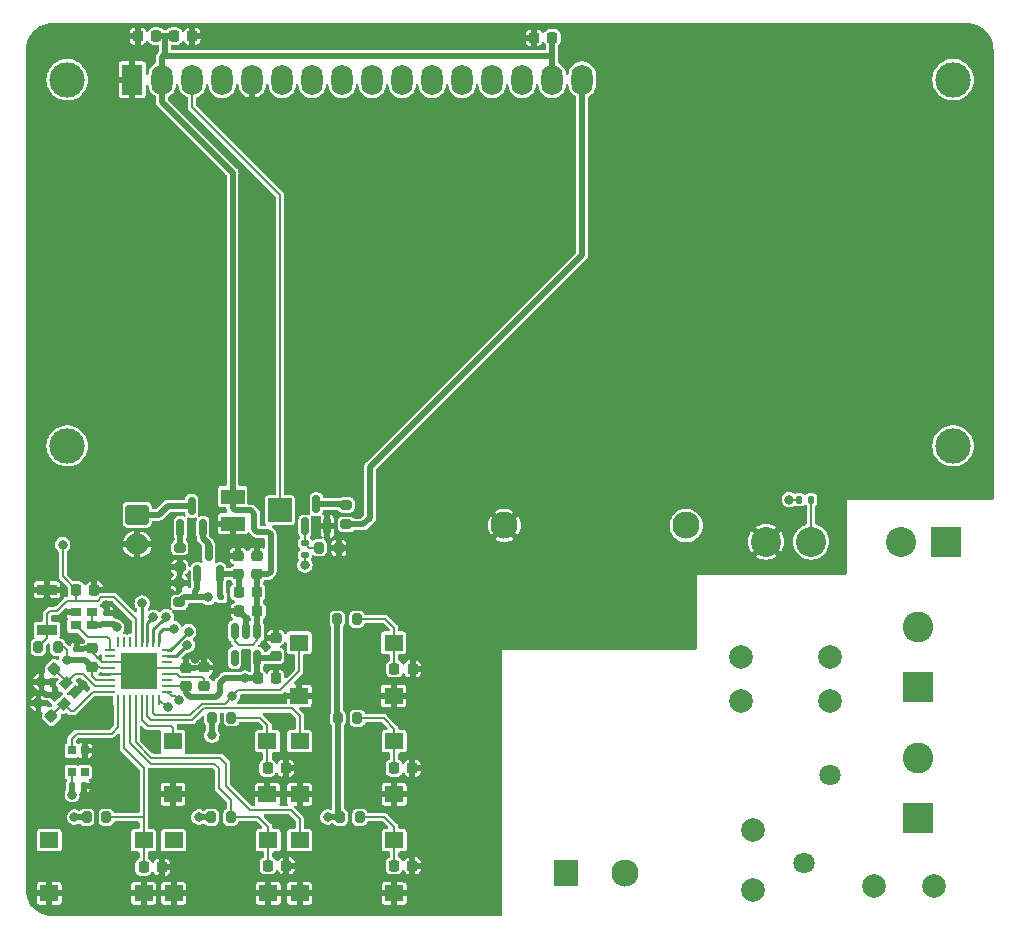
<source format=gbr>
%TF.GenerationSoftware,KiCad,Pcbnew,(7.0.0)*%
%TF.CreationDate,2023-08-02T11:08:07+03:00*%
%TF.ProjectId,Digital_Timer_Switch,44696769-7461-46c5-9f54-696d65725f53,rev?*%
%TF.SameCoordinates,Original*%
%TF.FileFunction,Copper,L1,Top*%
%TF.FilePolarity,Positive*%
%FSLAX46Y46*%
G04 Gerber Fmt 4.6, Leading zero omitted, Abs format (unit mm)*
G04 Created by KiCad (PCBNEW (7.0.0)) date 2023-08-02 11:08:07*
%MOMM*%
%LPD*%
G01*
G04 APERTURE LIST*
G04 Aperture macros list*
%AMRoundRect*
0 Rectangle with rounded corners*
0 $1 Rounding radius*
0 $2 $3 $4 $5 $6 $7 $8 $9 X,Y pos of 4 corners*
0 Add a 4 corners polygon primitive as box body*
4,1,4,$2,$3,$4,$5,$6,$7,$8,$9,$2,$3,0*
0 Add four circle primitives for the rounded corners*
1,1,$1+$1,$2,$3*
1,1,$1+$1,$4,$5*
1,1,$1+$1,$6,$7*
1,1,$1+$1,$8,$9*
0 Add four rect primitives between the rounded corners*
20,1,$1+$1,$2,$3,$4,$5,0*
20,1,$1+$1,$4,$5,$6,$7,0*
20,1,$1+$1,$6,$7,$8,$9,0*
20,1,$1+$1,$8,$9,$2,$3,0*%
%AMRotRect*
0 Rectangle, with rotation*
0 The origin of the aperture is its center*
0 $1 length*
0 $2 width*
0 $3 Rotation angle, in degrees counterclockwise*
0 Add horizontal line*
21,1,$1,$2,0,0,$3*%
G04 Aperture macros list end*
%TA.AperFunction,SMDPad,CuDef*%
%ADD10R,1.600000X1.400000*%
%TD*%
%TA.AperFunction,SMDPad,CuDef*%
%ADD11RoundRect,0.125000X0.125000X0.125000X-0.125000X0.125000X-0.125000X-0.125000X0.125000X-0.125000X0*%
%TD*%
%TA.AperFunction,SMDPad,CuDef*%
%ADD12R,2.000000X1.300000*%
%TD*%
%TA.AperFunction,SMDPad,CuDef*%
%ADD13R,2.000000X2.000000*%
%TD*%
%TA.AperFunction,SMDPad,CuDef*%
%ADD14RoundRect,0.135000X0.135000X0.185000X-0.135000X0.185000X-0.135000X-0.185000X0.135000X-0.185000X0*%
%TD*%
%TA.AperFunction,SMDPad,CuDef*%
%ADD15RoundRect,0.225000X-0.017678X0.335876X-0.335876X0.017678X0.017678X-0.335876X0.335876X-0.017678X0*%
%TD*%
%TA.AperFunction,SMDPad,CuDef*%
%ADD16RoundRect,0.225000X-0.225000X-0.250000X0.225000X-0.250000X0.225000X0.250000X-0.225000X0.250000X0*%
%TD*%
%TA.AperFunction,ComponentPad*%
%ADD17R,2.540000X2.540000*%
%TD*%
%TA.AperFunction,ComponentPad*%
%ADD18C,2.540000*%
%TD*%
%TA.AperFunction,SMDPad,CuDef*%
%ADD19RoundRect,0.200000X-0.200000X-0.275000X0.200000X-0.275000X0.200000X0.275000X-0.200000X0.275000X0*%
%TD*%
%TA.AperFunction,SMDPad,CuDef*%
%ADD20RoundRect,0.140000X-0.140000X-0.170000X0.140000X-0.170000X0.140000X0.170000X-0.140000X0.170000X0*%
%TD*%
%TA.AperFunction,SMDPad,CuDef*%
%ADD21RoundRect,0.218750X-0.218750X-0.256250X0.218750X-0.256250X0.218750X0.256250X-0.218750X0.256250X0*%
%TD*%
%TA.AperFunction,SMDPad,CuDef*%
%ADD22RoundRect,0.225000X0.250000X-0.225000X0.250000X0.225000X-0.250000X0.225000X-0.250000X-0.225000X0*%
%TD*%
%TA.AperFunction,SMDPad,CuDef*%
%ADD23RoundRect,0.135000X0.185000X-0.135000X0.185000X0.135000X-0.185000X0.135000X-0.185000X-0.135000X0*%
%TD*%
%TA.AperFunction,SMDPad,CuDef*%
%ADD24RoundRect,0.140000X0.170000X-0.140000X0.170000X0.140000X-0.170000X0.140000X-0.170000X-0.140000X0*%
%TD*%
%TA.AperFunction,SMDPad,CuDef*%
%ADD25RoundRect,0.150000X0.150000X-0.587500X0.150000X0.587500X-0.150000X0.587500X-0.150000X-0.587500X0*%
%TD*%
%TA.AperFunction,SMDPad,CuDef*%
%ADD26R,0.900000X0.800000*%
%TD*%
%TA.AperFunction,SMDPad,CuDef*%
%ADD27R,0.700000X0.700000*%
%TD*%
%TA.AperFunction,ComponentPad*%
%ADD28R,2.600000X2.600000*%
%TD*%
%TA.AperFunction,ComponentPad*%
%ADD29C,2.600000*%
%TD*%
%TA.AperFunction,ComponentPad*%
%ADD30C,2.000000*%
%TD*%
%TA.AperFunction,SMDPad,CuDef*%
%ADD31RoundRect,0.200000X0.200000X0.275000X-0.200000X0.275000X-0.200000X-0.275000X0.200000X-0.275000X0*%
%TD*%
%TA.AperFunction,SMDPad,CuDef*%
%ADD32RoundRect,0.062500X-0.375000X-0.062500X0.375000X-0.062500X0.375000X0.062500X-0.375000X0.062500X0*%
%TD*%
%TA.AperFunction,SMDPad,CuDef*%
%ADD33RoundRect,0.062500X-0.062500X-0.375000X0.062500X-0.375000X0.062500X0.375000X-0.062500X0.375000X0*%
%TD*%
%TA.AperFunction,SMDPad,CuDef*%
%ADD34R,3.100000X3.100000*%
%TD*%
%TA.AperFunction,ComponentPad*%
%ADD35RoundRect,0.250000X-0.750000X0.600000X-0.750000X-0.600000X0.750000X-0.600000X0.750000X0.600000X0*%
%TD*%
%TA.AperFunction,ComponentPad*%
%ADD36O,2.000000X1.700000*%
%TD*%
%TA.AperFunction,SMDPad,CuDef*%
%ADD37RoundRect,0.150000X-0.150000X0.512500X-0.150000X-0.512500X0.150000X-0.512500X0.150000X0.512500X0*%
%TD*%
%TA.AperFunction,SMDPad,CuDef*%
%ADD38RoundRect,0.200000X0.275000X-0.200000X0.275000X0.200000X-0.275000X0.200000X-0.275000X-0.200000X0*%
%TD*%
%TA.AperFunction,ComponentPad*%
%ADD39C,3.000000*%
%TD*%
%TA.AperFunction,ComponentPad*%
%ADD40R,1.800000X2.600000*%
%TD*%
%TA.AperFunction,ComponentPad*%
%ADD41O,1.800000X2.600000*%
%TD*%
%TA.AperFunction,ComponentPad*%
%ADD42C,1.800000*%
%TD*%
%TA.AperFunction,SMDPad,CuDef*%
%ADD43RoundRect,0.225000X0.225000X0.250000X-0.225000X0.250000X-0.225000X-0.250000X0.225000X-0.250000X0*%
%TD*%
%TA.AperFunction,SMDPad,CuDef*%
%ADD44RoundRect,0.225000X0.335876X0.017678X0.017678X0.335876X-0.335876X-0.017678X-0.017678X-0.335876X0*%
%TD*%
%TA.AperFunction,SMDPad,CuDef*%
%ADD45R,1.700000X0.900000*%
%TD*%
%TA.AperFunction,SMDPad,CuDef*%
%ADD46RotRect,0.900000X0.800000X45.000000*%
%TD*%
%TA.AperFunction,SMDPad,CuDef*%
%ADD47RoundRect,0.200000X-0.275000X0.200000X-0.275000X-0.200000X0.275000X-0.200000X0.275000X0.200000X0*%
%TD*%
%TA.AperFunction,ComponentPad*%
%ADD48R,2.000000X2.300000*%
%TD*%
%TA.AperFunction,ComponentPad*%
%ADD49C,2.300000*%
%TD*%
%TA.AperFunction,ViaPad*%
%ADD50C,0.800000*%
%TD*%
%TA.AperFunction,Conductor*%
%ADD51C,0.500000*%
%TD*%
%TA.AperFunction,Conductor*%
%ADD52C,0.200000*%
%TD*%
%TA.AperFunction,Conductor*%
%ADD53C,0.250000*%
%TD*%
G04 APERTURE END LIST*
D10*
%TO.P,SW307,1,1*%
%TO.N,GND*%
X123837199Y-130483999D03*
X115837199Y-130483999D03*
%TO.P,SW307,2,2*%
%TO.N,/MCU_ATMEGA328P-M/PB1*%
X123837199Y-125983999D03*
X115837199Y-125983999D03*
%TD*%
D11*
%TO.P,D201,1,K*%
%TO.N,Net-(D201-K)*%
X119937800Y-113819700D03*
%TO.P,D201,2,A*%
%TO.N,Net-(D201-A)*%
X117737800Y-113819700D03*
%TD*%
D12*
%TO.P,RV401,1,1*%
%TO.N,+5V*%
X120885199Y-105275999D03*
D13*
%TO.P,RV401,2,2*%
%TO.N,/MODULE_LCD1602_4BIT/CONTRAST*%
X124885199Y-106425999D03*
D12*
%TO.P,RV401,3,3*%
%TO.N,GND*%
X120885199Y-107575999D03*
%TD*%
D14*
%TO.P,R202,1*%
%TO.N,Net-(R202-Pad1)*%
X169879200Y-105537000D03*
%TO.P,R202,2*%
%TO.N,/MCU_ATMEGA328P-M/PB4*%
X168859200Y-105537000D03*
%TD*%
D15*
%TO.P,C315,1*%
%TO.N,/MCU_ATMEGA328P-M/XH2*%
X105802442Y-119847992D03*
%TO.P,C315,2*%
%TO.N,GND*%
X104706426Y-120944008D03*
%TD*%
D10*
%TO.P,SW302,1,1*%
%TO.N,GND*%
X123900199Y-138865999D03*
X115900199Y-138865999D03*
%TO.P,SW302,2,2*%
%TO.N,/MCU_ATMEGA328P-M/PD7*%
X123900199Y-134365999D03*
X115900199Y-134365999D03*
%TD*%
D16*
%TO.P,C203,1*%
%TO.N,+3V3*%
X122999200Y-120650000D03*
%TO.P,C203,2*%
%TO.N,GND*%
X124549200Y-120650000D03*
%TD*%
D17*
%TO.P,U202,1*%
%TO.N,/Digital_Timer_Switch_Power/AC_OUT*%
X181305199Y-109092999D03*
D18*
%TO.P,U202,2*%
%TO.N,/Digital_Timer_Switch_Power/AC_L*%
X177495200Y-109093000D03*
%TO.P,U202,3*%
%TO.N,Net-(R202-Pad1)*%
X169875200Y-109093000D03*
%TO.P,U202,4*%
%TO.N,GND*%
X166065200Y-109093000D03*
%TD*%
D10*
%TO.P,SW301,1,1*%
%TO.N,GND*%
X113359199Y-138865999D03*
X105359199Y-138865999D03*
%TO.P,SW301,2,2*%
%TO.N,/MCU_ATMEGA328P-M/PD6*%
X113359199Y-134365999D03*
X105359199Y-134365999D03*
%TD*%
D19*
%TO.P,R302,1*%
%TO.N,+3V3*%
X119075200Y-132425000D03*
%TO.P,R302,2*%
%TO.N,/MCU_ATMEGA328P-M/PD7*%
X120725200Y-132425000D03*
%TD*%
D20*
%TO.P,C313,1*%
%TO.N,+3V3*%
X107317400Y-129771400D03*
%TO.P,C313,2*%
%TO.N,GND*%
X108277400Y-129771400D03*
%TD*%
D16*
%TO.P,C306,1*%
%TO.N,/MCU_ATMEGA328P-M/PD7*%
X123888200Y-136525000D03*
%TO.P,C306,2*%
%TO.N,GND*%
X125438200Y-136525000D03*
%TD*%
D19*
%TO.P,R307,1*%
%TO.N,+3V3*%
X119139200Y-124007000D03*
%TO.P,R307,2*%
%TO.N,/MCU_ATMEGA328P-M/PB1*%
X120789200Y-124007000D03*
%TD*%
D21*
%TO.P,FB201,1*%
%TO.N,Net-(D201-K)*%
X121386500Y-113360200D03*
%TO.P,FB201,2*%
%TO.N,+5V*%
X122961500Y-113360200D03*
%TD*%
D22*
%TO.P,C301,1*%
%TO.N,+3V3*%
X116967000Y-121306800D03*
%TO.P,C301,2*%
%TO.N,GND*%
X116967000Y-119756800D03*
%TD*%
D23*
%TO.P,R402,1*%
%TO.N,/MCU_ATMEGA328P-M/PB5*%
X127000000Y-110263400D03*
%TO.P,R402,2*%
%TO.N,Net-(Q401-B)*%
X127000000Y-109243400D03*
%TD*%
D19*
%TO.P,R306,1*%
%TO.N,+3V3*%
X129743200Y-115661000D03*
%TO.P,R306,2*%
%TO.N,/MCU_ATMEGA328P-M/PB3*%
X131393200Y-115661000D03*
%TD*%
D16*
%TO.P,C307,1*%
%TO.N,/MCU_ATMEGA328P-M/PB0*%
X134556200Y-136525000D03*
%TO.P,C307,2*%
%TO.N,GND*%
X136106200Y-136525000D03*
%TD*%
D24*
%TO.P,C302,1*%
%TO.N,+3V3*%
X107696000Y-119134800D03*
%TO.P,C302,2*%
%TO.N,GND*%
X107696000Y-118174800D03*
%TD*%
D19*
%TO.P,R301,1*%
%TO.N,+3V3*%
X108534200Y-132425000D03*
%TO.P,R301,2*%
%TO.N,/MCU_ATMEGA328P-M/PD6*%
X110184200Y-132425000D03*
%TD*%
D25*
%TO.P,Q101,1,G*%
%TO.N,Net-(Q101-G)*%
X116474200Y-107935500D03*
%TO.P,Q101,2,S*%
%TO.N,/Digital_Timer_Switch_Power/VAUX*%
X118374200Y-107935500D03*
%TO.P,Q101,3,D*%
%TO.N,Net-(J102-Pin_1)*%
X117424200Y-106060500D03*
%TD*%
D22*
%TO.P,C204,1*%
%TO.N,+3V3*%
X124536200Y-118771000D03*
%TO.P,C204,2*%
%TO.N,GND*%
X124536200Y-117221000D03*
%TD*%
%TO.P,C201,1*%
%TO.N,Net-(D201-K)*%
X121361200Y-111849200D03*
%TO.P,C201,2*%
%TO.N,GND*%
X121361200Y-110299200D03*
%TD*%
D26*
%TO.P,U302,1,EN*%
%TO.N,+3V3*%
X109005599Y-115064599D03*
%TO.P,U302,2,GND*%
%TO.N,GND*%
X107605599Y-115064599D03*
%TO.P,U302,3,OUT*%
%TO.N,/MCU_ATMEGA328P-M/XL*%
X107605599Y-116164599D03*
%TO.P,U302,4,Vdd*%
%TO.N,+3V3*%
X109005599Y-116164599D03*
%TD*%
D27*
%TO.P,D301,1,VDD*%
%TO.N,+3V3*%
X107256399Y-128601399D03*
%TO.P,D301,2,DOUT*%
%TO.N,unconnected-(D301-DOUT-Pad2)*%
X108356399Y-128601399D03*
%TO.P,D301,3,VSS*%
%TO.N,GND*%
X108356399Y-126771399D03*
%TO.P,D301,4,DIN*%
%TO.N,/MCU_ATMEGA328P-M/LED*%
X107256399Y-126771399D03*
%TD*%
D28*
%TO.P,J101,1,Pin_1*%
%TO.N,/Digital_Timer_Switch_Power/AC_IN_L*%
X178892199Y-132527999D03*
D29*
%TO.P,J101,2,Pin_2*%
%TO.N,/Digital_Timer_Switch_Power/AC_IN_N*%
X178892200Y-127448000D03*
%TD*%
D16*
%TO.P,C311,1*%
%TO.N,/MCU_ATMEGA328P-M/PB1*%
X123850400Y-128270000D03*
%TO.P,C311,2*%
%TO.N,GND*%
X125400400Y-128270000D03*
%TD*%
D30*
%TO.P,C207,1*%
%TO.N,/Digital_Timer_Switch_Power/AC_L*%
X163966200Y-118872000D03*
%TO.P,C207,2*%
%TO.N,/Digital_Timer_Switch_Power/AC_IN_N*%
X171466200Y-118872000D03*
%TD*%
%TO.P,C206,1*%
%TO.N,/Digital_Timer_Switch_Power/AC_L*%
X163966200Y-122555000D03*
%TO.P,C206,2*%
%TO.N,/Digital_Timer_Switch_Power/AC_IN_N*%
X171466200Y-122555000D03*
%TD*%
D16*
%TO.P,C310,1*%
%TO.N,/MCU_ATMEGA328P-M/PB3*%
X134581600Y-119862600D03*
%TO.P,C310,2*%
%TO.N,GND*%
X136131600Y-119862600D03*
%TD*%
D31*
%TO.P,R304,1*%
%TO.N,+3V3*%
X106082600Y-118033800D03*
%TO.P,R304,2*%
%TO.N,/MCU_ATMEGA328P-M/NRST*%
X104432600Y-118033800D03*
%TD*%
D32*
%TO.P,U301,1,PD3*%
%TO.N,/MCU_ATMEGA328P-M/XL*%
X110490000Y-118301800D03*
%TO.P,U301,2,PD4*%
%TO.N,unconnected-(U301-PD4-Pad2)*%
X110490000Y-118801800D03*
%TO.P,U301,3,GND*%
%TO.N,GND*%
X110490000Y-119301800D03*
%TO.P,U301,4,VCC*%
%TO.N,+3V3*%
X110490000Y-119801800D03*
%TO.P,U301,5,GND*%
%TO.N,GND*%
X110490000Y-120301800D03*
%TO.P,U301,6,VCC*%
%TO.N,+3V3*%
X110490000Y-120801800D03*
%TO.P,U301,7,XTAL1/PB6*%
%TO.N,/MCU_ATMEGA328P-M/XH2*%
X110490000Y-121301800D03*
%TO.P,U301,8,XTAL2/PB7*%
%TO.N,/MCU_ATMEGA328P-M/XH1*%
X110490000Y-121801800D03*
D33*
%TO.P,U301,9,PD5*%
%TO.N,/MCU_ATMEGA328P-M/LED*%
X111177500Y-122489300D03*
%TO.P,U301,10,PD6*%
%TO.N,/MCU_ATMEGA328P-M/PD6*%
X111677500Y-122489300D03*
%TO.P,U301,11,PD7*%
%TO.N,/MCU_ATMEGA328P-M/PD7*%
X112177500Y-122489300D03*
%TO.P,U301,12,PB0*%
%TO.N,/MCU_ATMEGA328P-M/PB0*%
X112677500Y-122489300D03*
%TO.P,U301,13,PB1*%
%TO.N,/MCU_ATMEGA328P-M/PB1*%
X113177500Y-122489300D03*
%TO.P,U301,14,PB2*%
%TO.N,/MCU_ATMEGA328P-M/PB2*%
X113677500Y-122489300D03*
%TO.P,U301,15,PB3*%
%TO.N,/MCU_ATMEGA328P-M/PB3*%
X114177500Y-122489300D03*
%TO.P,U301,16,PB4*%
%TO.N,/MCU_ATMEGA328P-M/PB4*%
X114677500Y-122489300D03*
D32*
%TO.P,U301,17,PB5*%
%TO.N,/MCU_ATMEGA328P-M/PB5*%
X115365000Y-121801800D03*
%TO.P,U301,18,AVCC*%
%TO.N,+3V3*%
X115365000Y-121301800D03*
%TO.P,U301,19,ADC6*%
%TO.N,unconnected-(U301-ADC6-Pad19)*%
X115365000Y-120801800D03*
%TO.P,U301,20,AREF*%
%TO.N,Net-(U301-AREF)*%
X115365000Y-120301800D03*
%TO.P,U301,21,GND*%
%TO.N,GND*%
X115365000Y-119801800D03*
%TO.P,U301,22,ADC7*%
%TO.N,unconnected-(U301-ADC7-Pad22)*%
X115365000Y-119301800D03*
%TO.P,U301,23,PC0*%
%TO.N,/MCU_ATMEGA328P-M/PC0*%
X115365000Y-118801800D03*
%TO.P,U301,24,PC1*%
%TO.N,/MCU_ATMEGA328P-M/PC1*%
X115365000Y-118301800D03*
D33*
%TO.P,U301,25,PC2*%
%TO.N,/MCU_ATMEGA328P-M/PC2*%
X114677500Y-117614300D03*
%TO.P,U301,26,PC3*%
%TO.N,/MCU_ATMEGA328P-M/PC3*%
X114177500Y-117614300D03*
%TO.P,U301,27,PC4*%
%TO.N,/MCU_ATMEGA328P-M/PC4*%
X113677500Y-117614300D03*
%TO.P,U301,28,PC5*%
%TO.N,/MCU_ATMEGA328P-M/PC5*%
X113177500Y-117614300D03*
%TO.P,U301,29,~{RESET}/PC6*%
%TO.N,/MCU_ATMEGA328P-M/NRST*%
X112677500Y-117614300D03*
%TO.P,U301,30,PD0*%
%TO.N,unconnected-(U301-PD0-Pad30)*%
X112177500Y-117614300D03*
%TO.P,U301,31,PD1*%
%TO.N,unconnected-(U301-PD1-Pad31)*%
X111677500Y-117614300D03*
%TO.P,U301,32,PD2*%
%TO.N,unconnected-(U301-PD2-Pad32)*%
X111177500Y-117614300D03*
D34*
%TO.P,U301,33,GND*%
%TO.N,GND*%
X112927499Y-120051799D03*
%TD*%
D25*
%TO.P,Q201,1,G*%
%TO.N,Net-(D201-A)*%
X117906800Y-111836200D03*
%TO.P,Q201,2,S*%
%TO.N,Net-(D201-K)*%
X119806800Y-111836200D03*
%TO.P,Q201,3,D*%
%TO.N,/Digital_Timer_Switch_Power/VAUX*%
X118856800Y-109961200D03*
%TD*%
D35*
%TO.P,J102,1,Pin_1*%
%TO.N,Net-(J102-Pin_1)*%
X112819200Y-106803500D03*
D36*
%TO.P,J102,2,Pin_2*%
%TO.N,GND*%
X112819199Y-109303499D03*
%TD*%
D37*
%TO.P,U201,1,IN*%
%TO.N,+5V*%
X122971600Y-116662200D03*
%TO.P,U201,2,GND*%
%TO.N,GND*%
X122021600Y-116662200D03*
%TO.P,U201,3,EN*%
%TO.N,+5V*%
X121071600Y-116662200D03*
%TO.P,U201,4,NC*%
%TO.N,unconnected-(U201-NC-Pad4)*%
X121071600Y-118937200D03*
%TO.P,U201,5,OUT*%
%TO.N,+3V3*%
X122971600Y-118937200D03*
%TD*%
D38*
%TO.P,R201,1*%
%TO.N,Net-(D201-A)*%
X116382800Y-114236000D03*
%TO.P,R201,2*%
%TO.N,GND*%
X116382800Y-112586000D03*
%TD*%
D39*
%TO.P,DS401,*%
%TO.N,*%
X106883200Y-69977000D03*
X106883200Y-100977700D03*
X181881780Y-100977700D03*
X181882300Y-69977000D03*
D40*
%TO.P,DS401,1,VSS*%
%TO.N,GND*%
X112382299Y-69976999D03*
D41*
%TO.P,DS401,2,VDD*%
%TO.N,+5V*%
X114922299Y-69976999D03*
%TO.P,DS401,3,VO*%
%TO.N,/MODULE_LCD1602_4BIT/CONTRAST*%
X117462299Y-69976999D03*
%TO.P,DS401,4,RS*%
%TO.N,/MCU_ATMEGA328P-M/PC5*%
X120002299Y-69976999D03*
%TO.P,DS401,5,R/W*%
%TO.N,GND*%
X122542299Y-69976999D03*
%TO.P,DS401,6,E*%
%TO.N,/MCU_ATMEGA328P-M/PC4*%
X125082299Y-69976999D03*
%TO.P,DS401,7,D0*%
%TO.N,unconnected-(DS401-D0-Pad7)*%
X127622299Y-69976999D03*
%TO.P,DS401,8,D1*%
%TO.N,unconnected-(DS401-D1-Pad8)*%
X130162299Y-69976999D03*
%TO.P,DS401,9,D2*%
%TO.N,unconnected-(DS401-D2-Pad9)*%
X132702299Y-69976999D03*
%TO.P,DS401,10,D3*%
%TO.N,unconnected-(DS401-D3-Pad10)*%
X135242299Y-69976999D03*
%TO.P,DS401,11,D4*%
%TO.N,/MCU_ATMEGA328P-M/PC3*%
X137782299Y-69976999D03*
%TO.P,DS401,12,D5*%
%TO.N,/MCU_ATMEGA328P-M/PC2*%
X140322299Y-69976999D03*
%TO.P,DS401,13,D6*%
%TO.N,/MCU_ATMEGA328P-M/PC1*%
X142862299Y-69976999D03*
%TO.P,DS401,14,D7*%
%TO.N,/MCU_ATMEGA328P-M/PC0*%
X145402299Y-69976999D03*
%TO.P,DS401,15,LED(+)*%
%TO.N,+5V*%
X147942299Y-69976999D03*
%TO.P,DS401,16,LED(-)*%
%TO.N,/MODULE_LCD1602_4BIT/CATHODE*%
X150482299Y-69976999D03*
%TD*%
D16*
%TO.P,C305,1*%
%TO.N,/MCU_ATMEGA328P-M/PD6*%
X113347200Y-136652000D03*
%TO.P,C305,2*%
%TO.N,GND*%
X114897200Y-136652000D03*
%TD*%
D38*
%TO.P,R401,1*%
%TO.N,/MODULE_LCD1602_4BIT/CATHODE*%
X130505200Y-107632000D03*
%TO.P,R401,2*%
%TO.N,Net-(Q401-C)*%
X130505200Y-105982000D03*
%TD*%
D24*
%TO.P,C312,1*%
%TO.N,+3V3*%
X110236000Y-116075400D03*
%TO.P,C312,2*%
%TO.N,GND*%
X110236000Y-115115400D03*
%TD*%
D42*
%TO.P,MOV201,1*%
%TO.N,Net-(F201-Pad1)*%
X169229700Y-136311000D03*
%TO.P,MOV201,2*%
%TO.N,/Digital_Timer_Switch_Power/AC_IN_N*%
X171429700Y-128811000D03*
%TD*%
D43*
%TO.P,C401,1*%
%TO.N,+5V*%
X147951300Y-66411500D03*
%TO.P,C401,2*%
%TO.N,GND*%
X146401300Y-66411500D03*
%TD*%
D19*
%TO.P,R403,1*%
%TO.N,Net-(Q401-B)*%
X128220200Y-109601000D03*
%TO.P,R403,2*%
%TO.N,GND*%
X129870200Y-109601000D03*
%TD*%
D43*
%TO.P,C403,1*%
%TO.N,+5V*%
X114423300Y-66284500D03*
%TO.P,C403,2*%
%TO.N,GND*%
X112873300Y-66284500D03*
%TD*%
D16*
%TO.P,C309,1*%
%TO.N,/MCU_ATMEGA328P-M/PB2*%
X134556200Y-128270000D03*
%TO.P,C309,2*%
%TO.N,GND*%
X136106200Y-128270000D03*
%TD*%
D43*
%TO.P,C205,1*%
%TO.N,+5V*%
X122985400Y-114952900D03*
%TO.P,C205,2*%
%TO.N,GND*%
X121435400Y-114952900D03*
%TD*%
D30*
%TO.P,TH201,1*%
%TO.N,/Digital_Timer_Switch_Power/AC_L*%
X164922200Y-138557000D03*
%TO.P,TH201,2*%
%TO.N,Net-(F201-Pad1)*%
X164932200Y-133477000D03*
%TD*%
D22*
%TO.P,C202,1*%
%TO.N,+5V*%
X122936000Y-111849200D03*
%TO.P,C202,2*%
%TO.N,GND*%
X122936000Y-110299200D03*
%TD*%
D44*
%TO.P,C314,1*%
%TO.N,/MCU_ATMEGA328P-M/XH1*%
X105548442Y-123865008D03*
%TO.P,C314,2*%
%TO.N,GND*%
X104452426Y-122768992D03*
%TD*%
D10*
%TO.P,SW303,1,1*%
%TO.N,GND*%
X134568199Y-138865999D03*
X126568199Y-138865999D03*
%TO.P,SW303,2,2*%
%TO.N,/MCU_ATMEGA328P-M/PB0*%
X134568199Y-134365999D03*
X126568199Y-134365999D03*
%TD*%
%TO.P,SW306,1,1*%
%TO.N,GND*%
X134517399Y-122137999D03*
X126517399Y-122137999D03*
%TO.P,SW306,2,2*%
%TO.N,/MCU_ATMEGA328P-M/PB3*%
X134517399Y-117637999D03*
X126517399Y-117637999D03*
%TD*%
D45*
%TO.P,SW304,1,1*%
%TO.N,GND*%
X105155999Y-113156999D03*
%TO.P,SW304,2,2*%
%TO.N,/MCU_ATMEGA328P-M/NRST*%
X105155999Y-116556999D03*
%TD*%
D25*
%TO.P,Q401,1,B*%
%TO.N,Net-(Q401-B)*%
X127015200Y-107793000D03*
%TO.P,Q401,2,E*%
%TO.N,GND*%
X128915200Y-107793000D03*
%TO.P,Q401,3,C*%
%TO.N,Net-(Q401-C)*%
X127965200Y-105918000D03*
%TD*%
D46*
%TO.P,Y301,1,1*%
%TO.N,/MCU_ATMEGA328P-M/XH1*%
X106594867Y-122846482D03*
%TO.P,Y301,2,2*%
%TO.N,GND*%
X107584816Y-121856533D03*
%TO.P,Y301,3,3*%
%TO.N,/MCU_ATMEGA328P-M/XH2*%
X106806999Y-121078716D03*
%TO.P,Y301,4,4*%
%TO.N,GND*%
X105817050Y-122068665D03*
%TD*%
D22*
%TO.P,C303,1*%
%TO.N,+3V3*%
X108966000Y-119681200D03*
%TO.P,C303,2*%
%TO.N,GND*%
X108966000Y-118131200D03*
%TD*%
D19*
%TO.P,R305,1*%
%TO.N,+3V3*%
X129807200Y-124043000D03*
%TO.P,R305,2*%
%TO.N,/MCU_ATMEGA328P-M/PB2*%
X131457200Y-124043000D03*
%TD*%
D16*
%TO.P,C402,1*%
%TO.N,+5V*%
X115921300Y-66284500D03*
%TO.P,C402,2*%
%TO.N,GND*%
X117471300Y-66284500D03*
%TD*%
D10*
%TO.P,SW305,1,1*%
%TO.N,GND*%
X134568199Y-130483999D03*
X126568199Y-130483999D03*
%TO.P,SW305,2,2*%
%TO.N,/MCU_ATMEGA328P-M/PB2*%
X134568199Y-125983999D03*
X126568199Y-125983999D03*
%TD*%
D47*
%TO.P,R101,1*%
%TO.N,Net-(Q101-G)*%
X116408200Y-109602000D03*
%TO.P,R101,2*%
%TO.N,GND*%
X116408200Y-111252000D03*
%TD*%
D48*
%TO.P,PS201,1,AC/L*%
%TO.N,/Digital_Timer_Switch_Power/AC_L*%
X149087199Y-137117499D03*
D49*
%TO.P,PS201,2,AC/N*%
%TO.N,/Digital_Timer_Switch_Power/AC_IN_N*%
X154087200Y-137117500D03*
%TO.P,PS201,3,-Vout*%
%TO.N,GND*%
X143887200Y-107717500D03*
%TO.P,PS201,4,+Vout*%
%TO.N,Net-(D201-A)*%
X159287200Y-107717500D03*
%TD*%
D28*
%TO.P,J103,1,Pin_1*%
%TO.N,/Digital_Timer_Switch_Power/AC_IN_N*%
X178892199Y-121356999D03*
D29*
%TO.P,J103,2,Pin_2*%
%TO.N,/Digital_Timer_Switch_Power/AC_OUT*%
X178892200Y-116277000D03*
%TD*%
D16*
%TO.P,C308,1*%
%TO.N,/MCU_ATMEGA328P-M/NRST*%
X107632200Y-113157000D03*
%TO.P,C308,2*%
%TO.N,GND*%
X109182200Y-113157000D03*
%TD*%
D22*
%TO.P,C304,1*%
%TO.N,Net-(U301-AREF)*%
X118491000Y-121293800D03*
%TO.P,C304,2*%
%TO.N,GND*%
X118491000Y-119743800D03*
%TD*%
D30*
%TO.P,F201,1*%
%TO.N,Net-(F201-Pad1)*%
X175158200Y-138243000D03*
%TO.P,F201,2*%
%TO.N,/Digital_Timer_Switch_Power/AC_IN_L*%
X180238200Y-138253000D03*
%TD*%
D19*
%TO.P,R303,1*%
%TO.N,+3V3*%
X129997200Y-132425000D03*
%TO.P,R303,2*%
%TO.N,/MCU_ATMEGA328P-M/PB0*%
X131647200Y-132425000D03*
%TD*%
D50*
%TO.N,GND*%
X118059200Y-130911600D03*
X114274600Y-126441200D03*
X106832400Y-138861800D03*
X125171200Y-137566400D03*
X117703600Y-118999000D03*
X107696000Y-117322600D03*
X119176800Y-126542800D03*
X125653800Y-119583200D03*
X122529600Y-84328000D03*
X122986800Y-88925400D03*
X114655600Y-137668000D03*
X135712200Y-120954800D03*
X135356600Y-137566400D03*
X108314503Y-130505200D03*
X104292400Y-119354600D03*
X115265200Y-112598200D03*
X108201235Y-121262365D03*
X122123200Y-109397800D03*
X117881400Y-110413800D03*
X117475000Y-89941400D03*
X108788200Y-111633000D03*
X125171200Y-129387600D03*
X105156000Y-114071400D03*
X123139200Y-92456000D03*
X135966200Y-129387600D03*
X123113800Y-105156000D03*
X118160800Y-124536200D03*
X147193000Y-74142600D03*
X110209408Y-114491500D03*
X128447800Y-78562200D03*
X119964200Y-108966000D03*
%TO.N,+3V3*%
X107315000Y-130505200D03*
X121945400Y-120650000D03*
X106832400Y-119126000D03*
X118033800Y-132410200D03*
X111074200Y-116332000D03*
X128930400Y-132410200D03*
X119126000Y-125476000D03*
X107492800Y-132410200D03*
%TO.N,Net-(D201-A)*%
X118837800Y-113819700D03*
%TO.N,/MCU_ATMEGA328P-M/NRST*%
X106502200Y-109347000D03*
%TO.N,/MCU_ATMEGA328P-M/PB3*%
X120853200Y-122174000D03*
%TO.N,/MCU_ATMEGA328P-M/PB4*%
X168021000Y-105537000D03*
X115392200Y-123106500D03*
%TO.N,/MCU_ATMEGA328P-M/PC0*%
X117060200Y-117847600D03*
%TO.N,/MCU_ATMEGA328P-M/PC1*%
X117170200Y-116713000D03*
%TO.N,/MCU_ATMEGA328P-M/PB5*%
X116320072Y-122495977D03*
X127000000Y-111074200D03*
%TO.N,/MCU_ATMEGA328P-M/PC2*%
X115900200Y-116459000D03*
%TO.N,/MCU_ATMEGA328P-M/PC3*%
X115265200Y-115443000D03*
%TO.N,/MCU_ATMEGA328P-M/PC4*%
X114173200Y-115497000D03*
%TO.N,/MCU_ATMEGA328P-M/PC5*%
X113233200Y-114300000D03*
%TD*%
D51*
%TO.N,GND*%
X107607066Y-121856534D02*
X108201235Y-121262365D01*
D52*
X110490000Y-119301800D02*
X109827600Y-119301800D01*
X115365000Y-119801800D02*
X113177500Y-119801800D01*
X110490000Y-120301800D02*
X112677500Y-120301800D01*
X116922000Y-119801800D02*
X116967000Y-119756800D01*
X112677500Y-120301800D02*
X112927500Y-120051800D01*
X107696000Y-118174800D02*
X108922400Y-118174800D01*
X112177500Y-119301800D02*
X112927500Y-120051800D01*
D51*
X107584817Y-121856534D02*
X107607066Y-121856534D01*
D52*
X115365000Y-119801800D02*
X116922000Y-119801800D01*
X110490000Y-119301800D02*
X112177500Y-119301800D01*
D51*
X110209408Y-114491500D02*
X110236000Y-114518092D01*
X122021600Y-116662200D02*
X122021600Y-115539100D01*
X110236000Y-114518092D02*
X110236000Y-115115400D01*
X108277400Y-129771400D02*
X108277400Y-130468097D01*
D52*
X113177500Y-119801800D02*
X112927500Y-120051800D01*
D51*
X122021600Y-115539100D02*
X121435400Y-114952900D01*
D52*
X108966000Y-118440200D02*
X108966000Y-118131200D01*
X108922400Y-118174800D02*
X108966000Y-118131200D01*
D51*
X108277400Y-130468097D02*
X108314503Y-130505200D01*
D52*
X109827600Y-119301800D02*
X108966000Y-118440200D01*
D51*
%TO.N,+5V*%
X114922300Y-71894700D02*
X114922300Y-69977000D01*
X115138200Y-67843400D02*
X115239800Y-67945000D01*
D52*
X121071600Y-116662200D02*
X121071600Y-117490200D01*
D51*
X123888200Y-111849200D02*
X122936000Y-111849200D01*
X147942300Y-67487800D02*
X147942300Y-66420500D01*
X122961500Y-113360200D02*
X122961500Y-111874700D01*
X120885200Y-105276000D02*
X120885200Y-106280200D01*
X122961500Y-113360200D02*
X122961500Y-114929000D01*
X115239800Y-67945000D02*
X147942300Y-67945000D01*
X114922300Y-68059300D02*
X115138200Y-67843400D01*
X122961500Y-114929000D02*
X122985400Y-114952900D01*
X124104400Y-108458000D02*
X124104400Y-111633000D01*
X123901200Y-108254800D02*
X124104400Y-108458000D01*
D52*
X121412000Y-117830600D02*
X122580400Y-117830600D01*
D51*
X147942300Y-66420500D02*
X147951300Y-66411500D01*
X114922300Y-69977000D02*
X114922300Y-68059300D01*
X115138200Y-67487800D02*
X115138200Y-66284500D01*
X120885200Y-105276000D02*
X120885200Y-77857600D01*
D52*
X121071600Y-117490200D02*
X121412000Y-117830600D01*
D51*
X122971600Y-114966700D02*
X122985400Y-114952900D01*
X124104400Y-111633000D02*
X123888200Y-111849200D01*
X120885200Y-106280200D02*
X121056400Y-106451400D01*
D52*
X122580400Y-117830600D02*
X122971600Y-117439400D01*
D51*
X120885200Y-77857600D02*
X114922300Y-71894700D01*
D52*
X122971600Y-117439400D02*
X122971600Y-116662200D01*
D51*
X122971600Y-116662200D02*
X122971600Y-114966700D01*
X115138200Y-66284500D02*
X115921300Y-66284500D01*
X121056400Y-106451400D02*
X122428000Y-106451400D01*
X122961400Y-108254800D02*
X123901200Y-108254800D01*
X122707400Y-106730800D02*
X122707400Y-108000800D01*
X115138200Y-67843400D02*
X115138200Y-67487800D01*
X122707400Y-108000800D02*
X122961400Y-108254800D01*
X122428000Y-106451400D02*
X122707400Y-106730800D01*
X147942300Y-69977000D02*
X147942300Y-67487800D01*
X122961500Y-111874700D02*
X122936000Y-111849200D01*
X114423300Y-66284500D02*
X115138200Y-66284500D01*
D52*
%TO.N,+3V3*%
X107317400Y-128662400D02*
X107256400Y-128601400D01*
D51*
X129807200Y-124043000D02*
X129807200Y-132235000D01*
X117871567Y-122259000D02*
X119498200Y-122259000D01*
D52*
X106832400Y-118237000D02*
X106832400Y-119126000D01*
D51*
X107317400Y-130502800D02*
X107315000Y-130505200D01*
D52*
X108966000Y-119681200D02*
X108966000Y-120472200D01*
D51*
X108534200Y-132425000D02*
X107507600Y-132425000D01*
X122971600Y-118937200D02*
X122971600Y-120609200D01*
D52*
X116247200Y-121301800D02*
X115365000Y-121301800D01*
D51*
X119837200Y-121920000D02*
X119837200Y-121031000D01*
X129743200Y-123979000D02*
X129807200Y-124043000D01*
D52*
X108966000Y-119681200D02*
X109597400Y-119681200D01*
D51*
X110236000Y-116075400D02*
X109806800Y-116075400D01*
X116967000Y-121945400D02*
X116967000Y-121306800D01*
D52*
X109295600Y-120801800D02*
X110490000Y-120801800D01*
D51*
X119075200Y-132425000D02*
X118048600Y-132425000D01*
X120218200Y-120650000D02*
X121945400Y-120650000D01*
D52*
X109597400Y-119681200D02*
X109718000Y-119801800D01*
D51*
X124460000Y-118910400D02*
X122998400Y-118910400D01*
D52*
X108966000Y-120472200D02*
X109295600Y-120801800D01*
D51*
X108419600Y-119134800D02*
X107696000Y-119134800D01*
X107507600Y-132425000D02*
X107492800Y-132410200D01*
X122998400Y-118910400D02*
X122971600Y-118937200D01*
X119139200Y-124007000D02*
X119139200Y-125462800D01*
X117865289Y-122252722D02*
X117871567Y-122259000D01*
X129997200Y-132425000D02*
X128945200Y-132425000D01*
X119139200Y-125462800D02*
X119126000Y-125476000D01*
D52*
X109005600Y-116164600D02*
X109005600Y-115064600D01*
D51*
X107317400Y-129771400D02*
X107317400Y-130502800D01*
X117701078Y-122252722D02*
X117694800Y-122259000D01*
X118048600Y-132425000D02*
X118033800Y-132410200D01*
D52*
X107317400Y-129771400D02*
X107317400Y-128662400D01*
X116252200Y-121306800D02*
X116247200Y-121301800D01*
D51*
X129743200Y-115661000D02*
X129743200Y-123979000D01*
D52*
X116967000Y-121306800D02*
X116252200Y-121306800D01*
X106629200Y-118033800D02*
X106832400Y-118237000D01*
D51*
X119837200Y-121031000D02*
X120218200Y-120650000D01*
X107696000Y-119134800D02*
X106841200Y-119134800D01*
X110817600Y-116075400D02*
X110236000Y-116075400D01*
D52*
X106082600Y-118033800D02*
X106629200Y-118033800D01*
D51*
X119498200Y-122259000D02*
X119837200Y-121920000D01*
X128945200Y-132425000D02*
X128930400Y-132410200D01*
X129807200Y-132235000D02*
X129997200Y-132425000D01*
X117865289Y-122252722D02*
X117701078Y-122252722D01*
X117865289Y-122252722D02*
X117859011Y-122259000D01*
X117280600Y-122259000D02*
X116967000Y-121945400D01*
X117859011Y-122259000D02*
X117280600Y-122259000D01*
X111074200Y-116332000D02*
X110817600Y-116075400D01*
X109717600Y-116164600D02*
X109005600Y-116164600D01*
X122973800Y-120611400D02*
X121984000Y-120611400D01*
X106841200Y-119134800D02*
X106832400Y-119126000D01*
X109806800Y-116075400D02*
X109717600Y-116164600D01*
X108966000Y-119681200D02*
X108419600Y-119134800D01*
X122971600Y-120609200D02*
X122973800Y-120611400D01*
D52*
X110490000Y-119801800D02*
X109718000Y-119801800D01*
D51*
X121984000Y-120611400D02*
X121945400Y-120650000D01*
%TO.N,Net-(D201-K)*%
X119806800Y-111836200D02*
X119806800Y-113688700D01*
X121386500Y-111874500D02*
X121361200Y-111849200D01*
X121361200Y-111849200D02*
X119819800Y-111849200D01*
X119806800Y-113688700D02*
X119937800Y-113819700D01*
X119819800Y-111849200D02*
X119806800Y-111836200D01*
X121386500Y-113360200D02*
X121386500Y-111874500D01*
%TO.N,Net-(D201-A)*%
X117737800Y-113819700D02*
X116799100Y-113819700D01*
X117906800Y-113106200D02*
X117906800Y-111836200D01*
X117737800Y-113819700D02*
X117737800Y-113275200D01*
X116799100Y-113819700D02*
X116382800Y-114236000D01*
X117737800Y-113275200D02*
X117906800Y-113106200D01*
X117737800Y-113819700D02*
X118837800Y-113819700D01*
D52*
%TO.N,/MCU_ATMEGA328P-M/XH1*%
X107442000Y-123418600D02*
X107166985Y-123418600D01*
X110490000Y-121801800D02*
X109058800Y-121801800D01*
X106594868Y-122846483D02*
X106566967Y-122846483D01*
X109058800Y-121801800D02*
X107442000Y-123418600D01*
X107166985Y-123418600D02*
X106594868Y-122846483D01*
X106566967Y-122846483D02*
X105548442Y-123865008D01*
%TO.N,Net-(U301-AREF)*%
X118491000Y-120751600D02*
X118491000Y-121293800D01*
X116433600Y-120523000D02*
X118262400Y-120523000D01*
X115365000Y-120301800D02*
X116212400Y-120301800D01*
X118262400Y-120523000D02*
X118491000Y-120751600D01*
X116212400Y-120301800D02*
X116433600Y-120523000D01*
%TO.N,/MCU_ATMEGA328P-M/PD6*%
X113347200Y-136652000D02*
X113359200Y-136640000D01*
X110184200Y-132425000D02*
X113359200Y-132425000D01*
X113359200Y-136640000D02*
X113359200Y-134366000D01*
X113359200Y-128271000D02*
X113359200Y-134366000D01*
X113360200Y-128270000D02*
X113359200Y-128271000D01*
X111677500Y-122489300D02*
X111677500Y-126587300D01*
X111677500Y-126587300D02*
X113360200Y-128270000D01*
%TO.N,Net-(Q401-B)*%
X127015200Y-109228200D02*
X127000000Y-109243400D01*
X127015200Y-107793000D02*
X127015200Y-109228200D01*
X128220200Y-109601000D02*
X127357600Y-109601000D01*
X127357600Y-109601000D02*
X127000000Y-109243400D01*
D51*
%TO.N,Net-(Q401-C)*%
X130441200Y-105918000D02*
X130505200Y-105982000D01*
X127965200Y-105918000D02*
X130441200Y-105918000D01*
D52*
%TO.N,Net-(R202-Pad1)*%
X169875200Y-105541000D02*
X169879200Y-105537000D01*
X169875200Y-109093000D02*
X169875200Y-105541000D01*
%TO.N,/MCU_ATMEGA328P-M/PD7*%
X123900200Y-134366000D02*
X123900200Y-136513000D01*
X123900200Y-133247400D02*
X123077800Y-132425000D01*
X119710200Y-129921000D02*
X120725200Y-130936000D01*
X123900200Y-136513000D02*
X123888200Y-136525000D01*
X119710200Y-128270000D02*
X119710200Y-129921000D01*
X112177500Y-126128986D02*
X113937514Y-127889000D01*
X112177500Y-122489300D02*
X112177500Y-126128986D01*
X120725200Y-130936000D02*
X120725200Y-132425000D01*
X113937514Y-127889000D02*
X119329200Y-127889000D01*
X123077800Y-132425000D02*
X120725200Y-132425000D01*
X123900200Y-134366000D02*
X123900200Y-133247400D01*
X119329200Y-127889000D02*
X119710200Y-128270000D01*
D51*
%TO.N,Net-(J102-Pin_1)*%
X115402100Y-106060500D02*
X114659100Y-106803500D01*
X114659100Y-106803500D02*
X112819200Y-106803500D01*
X117424200Y-106060500D02*
X115402100Y-106060500D01*
%TO.N,/MODULE_LCD1602_4BIT/CATHODE*%
X132537200Y-102743000D02*
X150482300Y-84797900D01*
X131966200Y-107632000D02*
X132537200Y-107061000D01*
X132537200Y-107061000D02*
X132537200Y-102743000D01*
X130505200Y-107632000D02*
X131966200Y-107632000D01*
X150482300Y-84797900D02*
X150482300Y-69977000D01*
%TO.N,Net-(Q101-G)*%
X116474200Y-109536000D02*
X116408200Y-109602000D01*
X116474200Y-107935500D02*
X116474200Y-109536000D01*
D52*
%TO.N,/MODULE_LCD1602_4BIT/CONTRAST*%
X124885200Y-79749400D02*
X117462300Y-72326500D01*
X124885200Y-106426000D02*
X124885200Y-79749400D01*
X117462300Y-72326500D02*
X117462300Y-69977000D01*
D51*
%TO.N,/Digital_Timer_Switch_Power/VAUX*%
X118856800Y-109961200D02*
X118856800Y-109281000D01*
X118856800Y-109281000D02*
X118374200Y-108798400D01*
X118374200Y-108798400D02*
X118374200Y-107935500D01*
D52*
%TO.N,/MCU_ATMEGA328P-M/PB0*%
X122377200Y-131826000D02*
X125806200Y-131826000D01*
X112677500Y-126063300D02*
X113995200Y-127381000D01*
X126568200Y-132588000D02*
X126568200Y-134366000D01*
X134556200Y-136525000D02*
X134568200Y-136513000D01*
X125806200Y-131826000D02*
X126568200Y-132588000D01*
X133745800Y-132425000D02*
X134568200Y-133247400D01*
X120345200Y-127889000D02*
X120345200Y-129794000D01*
X134568200Y-136513000D02*
X134568200Y-134366000D01*
X112677500Y-122489300D02*
X112677500Y-126063300D01*
X131647200Y-132425000D02*
X133745800Y-132425000D01*
X120345200Y-129794000D02*
X122377200Y-131826000D01*
X113995200Y-127381000D02*
X119837200Y-127381000D01*
X134568200Y-133247400D02*
X134568200Y-134366000D01*
X119837200Y-127381000D02*
X120345200Y-127889000D01*
%TO.N,/MCU_ATMEGA328P-M/XH2*%
X106807000Y-121078717D02*
X106807000Y-120852550D01*
X107565917Y-120319800D02*
X108247914Y-120319800D01*
X108247914Y-120319800D02*
X109229914Y-121301800D01*
X106807000Y-120852550D02*
X105802442Y-119847992D01*
X109229914Y-121301800D02*
X110490000Y-121301800D01*
X106807000Y-121078717D02*
X107565917Y-120319800D01*
%TO.N,/MCU_ATMEGA328P-M/PB2*%
X117481885Y-124206000D02*
X118478885Y-123209000D01*
X134568200Y-124916200D02*
X134568200Y-125984000D01*
X131457200Y-124043000D02*
X133695000Y-124043000D01*
X113677500Y-123888300D02*
X113995200Y-124206000D01*
X113995200Y-124206000D02*
X117481885Y-124206000D01*
X113677500Y-122489300D02*
X113677500Y-123888300D01*
X125952200Y-123209000D02*
X126568200Y-123825000D01*
X134568200Y-128258000D02*
X134568200Y-125984000D01*
X133695000Y-124043000D02*
X134568200Y-124916200D01*
X118478885Y-123209000D02*
X125952200Y-123209000D01*
X134556200Y-128270000D02*
X134568200Y-128258000D01*
X126568200Y-123825000D02*
X126568200Y-125984000D01*
%TO.N,/MCU_ATMEGA328P-M/NRST*%
X106857800Y-114096800D02*
X106019600Y-114935000D01*
X110871000Y-113792000D02*
X109764662Y-113792000D01*
X105460800Y-114935000D02*
X105156000Y-115239800D01*
X112677500Y-115598500D02*
X110871000Y-113792000D01*
X106019600Y-114935000D02*
X105460800Y-114935000D01*
X109764662Y-113792000D02*
X109459862Y-114096800D01*
X105156000Y-117271800D02*
X105156000Y-116557000D01*
X112677500Y-117614300D02*
X112677500Y-115598500D01*
X104432600Y-118033800D02*
X104432600Y-117995200D01*
X104432600Y-117995200D02*
X105156000Y-117271800D01*
X107632200Y-113157000D02*
X106502200Y-112027000D01*
X107632200Y-113157000D02*
X107632200Y-114096800D01*
X106502200Y-112027000D02*
X106502200Y-109347000D01*
X109459862Y-114096800D02*
X106857800Y-114096800D01*
X105156000Y-115239800D02*
X105156000Y-116557000D01*
%TO.N,/MCU_ATMEGA328P-M/PB3*%
X134581600Y-119862600D02*
X134568200Y-119849200D01*
X133781800Y-115620800D02*
X134568200Y-116407200D01*
X114357200Y-123806000D02*
X114177500Y-123626300D01*
X114177500Y-123626300D02*
X114177500Y-122489300D01*
X117316199Y-123806000D02*
X114357200Y-123806000D01*
X124917200Y-121666000D02*
X126517400Y-120065800D01*
X131433400Y-115620800D02*
X133781800Y-115620800D01*
X120853200Y-122174000D02*
X121361200Y-121666000D01*
X134568200Y-119849200D02*
X134568200Y-117602000D01*
X131393200Y-115661000D02*
X131433400Y-115620800D01*
X121361200Y-121666000D02*
X124917200Y-121666000D01*
X134568200Y-116407200D02*
X134568200Y-117602000D01*
X126517400Y-120065800D02*
X126517400Y-117638000D01*
X120218200Y-122809000D02*
X118313200Y-122809000D01*
X118313200Y-122809000D02*
X117316199Y-123806000D01*
X120853200Y-122174000D02*
X120218200Y-122809000D01*
%TO.N,/MCU_ATMEGA328P-M/PB1*%
X113741200Y-124714000D02*
X115646200Y-124714000D01*
X123837200Y-124650000D02*
X123194200Y-124007000D01*
X123837200Y-128256800D02*
X123850400Y-128270000D01*
X115837200Y-124905000D02*
X115837200Y-125984000D01*
X123837200Y-125984000D02*
X123837200Y-124650000D01*
X115646200Y-124714000D02*
X115837200Y-124905000D01*
X123837200Y-125984000D02*
X123837200Y-128256800D01*
X113177500Y-122489300D02*
X113177500Y-124150300D01*
X123194200Y-124007000D02*
X120789200Y-124007000D01*
X113177500Y-124150300D02*
X113741200Y-124714000D01*
%TO.N,/MCU_ATMEGA328P-M/PB4*%
X168021000Y-105537000D02*
X168859200Y-105537000D01*
X115294700Y-123106500D02*
X114677500Y-122489300D01*
X115392200Y-123106500D02*
X115294700Y-123106500D01*
%TO.N,/MCU_ATMEGA328P-M/XL*%
X110286800Y-117170200D02*
X110490000Y-117373400D01*
X108610400Y-117170200D02*
X110286800Y-117170200D01*
X107605600Y-116165400D02*
X108610400Y-117170200D01*
X110490000Y-117373400D02*
X110490000Y-118301800D01*
X107605600Y-116164600D02*
X107605600Y-116165400D01*
%TO.N,/MCU_ATMEGA328P-M/LED*%
X110642400Y-125349000D02*
X107670600Y-125349000D01*
X111177500Y-122489300D02*
X111177500Y-124813900D01*
X111177500Y-124813900D02*
X110642400Y-125349000D01*
X107256400Y-125763200D02*
X107256400Y-126771400D01*
X107670600Y-125349000D02*
X107256400Y-125763200D01*
D53*
%TO.N,/MCU_ATMEGA328P-M/PC0*%
X116106000Y-118801800D02*
X115365000Y-118801800D01*
X117060200Y-117847600D02*
X116106000Y-118801800D01*
%TO.N,/MCU_ATMEGA328P-M/PC1*%
X115581400Y-118301800D02*
X117170200Y-116713000D01*
X115365000Y-118301800D02*
X115581400Y-118301800D01*
D52*
%TO.N,/MCU_ATMEGA328P-M/PB5*%
X115737200Y-122174000D02*
X115365000Y-121801800D01*
X115998095Y-122174000D02*
X115737200Y-122174000D01*
X127000000Y-111074200D02*
X127000000Y-110263400D01*
X116320072Y-122495977D02*
X115998095Y-122174000D01*
D53*
%TO.N,/MCU_ATMEGA328P-M/PC2*%
X115900200Y-116459000D02*
X115011200Y-116459000D01*
X115011200Y-116459000D02*
X114677500Y-116792700D01*
X114677500Y-116792700D02*
X114677500Y-117614300D01*
%TO.N,/MCU_ATMEGA328P-M/PC3*%
X114910895Y-115797305D02*
X114898200Y-115797305D01*
X114177500Y-116518005D02*
X114177500Y-117614300D01*
X114898200Y-115797305D02*
X114177500Y-116518005D01*
X115265200Y-115443000D02*
X114910895Y-115797305D01*
%TO.N,/MCU_ATMEGA328P-M/PC4*%
X113677500Y-116992700D02*
X113677500Y-115992700D01*
X113677500Y-115992700D02*
X114173200Y-115497000D01*
X113677500Y-117614300D02*
X113677500Y-116992700D01*
%TO.N,/MCU_ATMEGA328P-M/PC5*%
X113177500Y-117614300D02*
X113177500Y-114355700D01*
X113177500Y-114355700D02*
X113233200Y-114300000D01*
%TD*%
%TA.AperFunction,Conductor*%
%TO.N,GND*%
G36*
X113190318Y-124677913D02*
G01*
X113239681Y-124708163D01*
X113458562Y-124927044D01*
X113473023Y-124944851D01*
X113474144Y-124946069D01*
X113479763Y-124954669D01*
X113503351Y-124973028D01*
X113507309Y-124976243D01*
X113510261Y-124978743D01*
X113513893Y-124982375D01*
X113529549Y-124993552D01*
X113533637Y-124996600D01*
X113572074Y-125026517D01*
X113579095Y-125028927D01*
X113585134Y-125033239D01*
X113631826Y-125047139D01*
X113636638Y-125048681D01*
X113682712Y-125064500D01*
X113690135Y-125064500D01*
X113697246Y-125066617D01*
X113745868Y-125064605D01*
X113750992Y-125064500D01*
X114674359Y-125064500D01*
X114727376Y-125076405D01*
X114770212Y-125109835D01*
X114794643Y-125158370D01*
X114795976Y-125212691D01*
X114787889Y-125253344D01*
X114787888Y-125253353D01*
X114786700Y-125259326D01*
X114786700Y-126708674D01*
X114787888Y-126714649D01*
X114787889Y-126714653D01*
X114798850Y-126769759D01*
X114798851Y-126769762D01*
X114801234Y-126781740D01*
X114808019Y-126791895D01*
X114808021Y-126791899D01*
X114838564Y-126837611D01*
X114859312Y-126900417D01*
X114844819Y-126964954D01*
X114799209Y-127012859D01*
X114735461Y-127030500D01*
X114191744Y-127030500D01*
X114144291Y-127021061D01*
X114104063Y-126994181D01*
X113064319Y-125954437D01*
X113037439Y-125914209D01*
X113028000Y-125866756D01*
X113028000Y-124795844D01*
X113041515Y-124739549D01*
X113079115Y-124695526D01*
X113132602Y-124673371D01*
X113190318Y-124677913D01*
G37*
%TD.AperFunction*%
%TA.AperFunction,Conductor*%
G36*
X107772817Y-121623147D02*
G01*
X107818204Y-121668534D01*
X107834817Y-121730534D01*
X107834817Y-121982534D01*
X107818204Y-122044534D01*
X107772817Y-122089921D01*
X107710817Y-122106534D01*
X106992591Y-122106534D01*
X106932002Y-122090724D01*
X106886864Y-122047324D01*
X106868687Y-121987403D01*
X106882106Y-121926240D01*
X106921665Y-121881721D01*
X106921553Y-121881585D01*
X106922416Y-121880876D01*
X106923699Y-121879433D01*
X106924754Y-121878727D01*
X106931328Y-121874335D01*
X107162809Y-121642853D01*
X107203038Y-121615973D01*
X107250491Y-121606534D01*
X107710817Y-121606534D01*
X107772817Y-121623147D01*
G37*
%TD.AperFunction*%
%TA.AperFunction,Conductor*%
G36*
X108098823Y-120679739D02*
G01*
X108139051Y-120706619D01*
X108810705Y-121378273D01*
X108842345Y-121432212D01*
X108843638Y-121494733D01*
X108814255Y-121549935D01*
X108807752Y-121557001D01*
X108807585Y-121557182D01*
X108804034Y-121560882D01*
X108615169Y-121749747D01*
X108563479Y-121780728D01*
X108503289Y-121783682D01*
X108448814Y-121757912D01*
X108422719Y-121722719D01*
X108421353Y-121723633D01*
X108383429Y-121666877D01*
X108375736Y-121657504D01*
X107783846Y-121065614D01*
X107774473Y-121057921D01*
X107727870Y-121026782D01*
X107711558Y-121020025D01*
X107671330Y-120993145D01*
X107645885Y-120955065D01*
X107644007Y-120945621D01*
X107637221Y-120935466D01*
X107637220Y-120935462D01*
X107617139Y-120905409D01*
X107597302Y-120852704D01*
X107602822Y-120796659D01*
X107632559Y-120748839D01*
X107674780Y-120706618D01*
X107715009Y-120679739D01*
X107762461Y-120670300D01*
X108051370Y-120670300D01*
X108098823Y-120679739D01*
G37*
%TD.AperFunction*%
%TA.AperFunction,Conductor*%
G36*
X125397611Y-117556207D02*
G01*
X125448162Y-117601941D01*
X125466900Y-117667484D01*
X125466900Y-118323085D01*
X125448162Y-118388628D01*
X125432240Y-118403032D01*
X125441995Y-118405173D01*
X125488802Y-118446767D01*
X125521901Y-118496305D01*
X125536799Y-118518601D01*
X125619660Y-118573966D01*
X125692726Y-118588500D01*
X126042900Y-118588500D01*
X126104900Y-118605113D01*
X126150287Y-118650500D01*
X126166900Y-118712500D01*
X126166900Y-119869256D01*
X126157461Y-119916709D01*
X126130581Y-119956937D01*
X125460880Y-120626637D01*
X125411517Y-120656887D01*
X125353801Y-120661429D01*
X125300314Y-120639274D01*
X125262714Y-120595251D01*
X125249199Y-120538956D01*
X125249199Y-120357875D01*
X125248845Y-120351273D01*
X125243947Y-120305705D01*
X125240407Y-120290725D01*
X125198483Y-120178323D01*
X125190069Y-120162915D01*
X125118844Y-120067769D01*
X125106430Y-120055355D01*
X125011284Y-119984130D01*
X124995876Y-119975716D01*
X124883471Y-119933791D01*
X124868494Y-119930252D01*
X124822946Y-119925355D01*
X124816313Y-119925000D01*
X124815526Y-119925000D01*
X124802650Y-119928450D01*
X124799200Y-119941326D01*
X124799200Y-120776000D01*
X124782587Y-120838000D01*
X124737200Y-120883387D01*
X124675200Y-120900000D01*
X124423200Y-120900000D01*
X124361200Y-120883387D01*
X124315813Y-120838000D01*
X124299200Y-120776000D01*
X124299200Y-119941327D01*
X124295749Y-119928451D01*
X124282874Y-119925001D01*
X124282075Y-119925001D01*
X124275473Y-119925354D01*
X124229905Y-119930252D01*
X124214925Y-119933792D01*
X124102523Y-119975716D01*
X124087115Y-119984130D01*
X123991969Y-120055355D01*
X123979555Y-120067769D01*
X123908330Y-120162915D01*
X123899914Y-120178326D01*
X123890647Y-120203173D01*
X123856997Y-120252382D01*
X123804271Y-120280202D01*
X123744657Y-120280201D01*
X123691932Y-120252380D01*
X123658284Y-120203169D01*
X123648928Y-120178085D01*
X123648927Y-120178084D01*
X123645828Y-120169774D01*
X123605341Y-120115689D01*
X123569201Y-120067411D01*
X123569198Y-120067408D01*
X123563887Y-120060313D01*
X123531206Y-120035849D01*
X123521790Y-120028800D01*
X123485216Y-119985037D01*
X123472100Y-119929532D01*
X123472100Y-119673752D01*
X123485615Y-119617457D01*
X123496408Y-119596274D01*
X123507246Y-119575004D01*
X123516669Y-119515503D01*
X123538825Y-119462015D01*
X123582848Y-119424415D01*
X123639143Y-119410900D01*
X124015562Y-119410900D01*
X124058896Y-119418718D01*
X124184086Y-119465412D01*
X124240715Y-119471500D01*
X124831684Y-119471499D01*
X124888314Y-119465412D01*
X125016426Y-119417628D01*
X125125887Y-119335687D01*
X125207828Y-119226226D01*
X125255612Y-119098114D01*
X125261700Y-119041485D01*
X125261699Y-118515656D01*
X125277510Y-118455068D01*
X125298154Y-118433595D01*
X125267180Y-118421281D01*
X125226719Y-118366419D01*
X125210929Y-118324087D01*
X125210927Y-118324084D01*
X125207828Y-118315774D01*
X125125887Y-118206313D01*
X125016426Y-118124372D01*
X124983028Y-118111915D01*
X124933818Y-118078265D01*
X124905998Y-118025539D01*
X124905998Y-117965924D01*
X124933819Y-117913199D01*
X124983030Y-117879551D01*
X125007872Y-117870285D01*
X125023284Y-117861869D01*
X125118430Y-117790644D01*
X125130844Y-117778230D01*
X125202069Y-117683084D01*
X125210484Y-117667674D01*
X125226718Y-117624151D01*
X125267180Y-117569288D01*
X125330526Y-117544103D01*
X125397611Y-117556207D01*
G37*
%TD.AperFunction*%
%TA.AperFunction,Conductor*%
G36*
X120716898Y-112362816D02*
G01*
X120760660Y-112399390D01*
X120766197Y-112406787D01*
X120766200Y-112406790D01*
X120771513Y-112413887D01*
X120778608Y-112419198D01*
X120778611Y-112419201D01*
X120836310Y-112462393D01*
X120872884Y-112506155D01*
X120886000Y-112561660D01*
X120886000Y-112666629D01*
X120872884Y-112722133D01*
X120844662Y-112755902D01*
X120845900Y-112757140D01*
X120839622Y-112763416D01*
X120832528Y-112768728D01*
X120827219Y-112775819D01*
X120827213Y-112775826D01*
X120756981Y-112869646D01*
X120756978Y-112869650D01*
X120751664Y-112876750D01*
X120748565Y-112885057D01*
X120748563Y-112885062D01*
X120707218Y-112995912D01*
X120707216Y-112995919D01*
X120704509Y-113003178D01*
X120703680Y-113010883D01*
X120703680Y-113010886D01*
X120699304Y-113051593D01*
X120698500Y-113059070D01*
X120698500Y-113661330D01*
X120698852Y-113664610D01*
X120698853Y-113664616D01*
X120703553Y-113708331D01*
X120704509Y-113717222D01*
X120707216Y-113724481D01*
X120707218Y-113724487D01*
X120742940Y-113820260D01*
X120751664Y-113843650D01*
X120756980Y-113850751D01*
X120756981Y-113850753D01*
X120826921Y-113944182D01*
X120832528Y-113951672D01*
X120940550Y-114032536D01*
X120970739Y-114043796D01*
X120983022Y-114048377D01*
X121032226Y-114082018D01*
X121060049Y-114134730D01*
X121060062Y-114194335D01*
X121032262Y-114247060D01*
X120995382Y-114272297D01*
X120996511Y-114274364D01*
X120973315Y-114287030D01*
X120878169Y-114358255D01*
X120865755Y-114370669D01*
X120794530Y-114465815D01*
X120786116Y-114481223D01*
X120744191Y-114593628D01*
X120740652Y-114608605D01*
X120735755Y-114654153D01*
X120735400Y-114660787D01*
X120735400Y-114686574D01*
X120738850Y-114699449D01*
X120751726Y-114702900D01*
X121561400Y-114702900D01*
X121623400Y-114719513D01*
X121668787Y-114764900D01*
X121685400Y-114826900D01*
X121685400Y-115078900D01*
X121668787Y-115140900D01*
X121623400Y-115186287D01*
X121561400Y-115202900D01*
X120751727Y-115202900D01*
X120738851Y-115206350D01*
X120735401Y-115219226D01*
X120735401Y-115245025D01*
X120735754Y-115251626D01*
X120740652Y-115297194D01*
X120744192Y-115312174D01*
X120786116Y-115424576D01*
X120794530Y-115439984D01*
X120865755Y-115535130D01*
X120881797Y-115551172D01*
X120914690Y-115609905D01*
X120912047Y-115677170D01*
X120874649Y-115733142D01*
X120813516Y-115761326D01*
X120805935Y-115762526D01*
X120805926Y-115762528D01*
X120796296Y-115764054D01*
X120787610Y-115768479D01*
X120787603Y-115768482D01*
X120691953Y-115817219D01*
X120691949Y-115817221D01*
X120683258Y-115821650D01*
X120676359Y-115828548D01*
X120676356Y-115828551D01*
X120600451Y-115904456D01*
X120600448Y-115904459D01*
X120593550Y-115911358D01*
X120589121Y-115920049D01*
X120589119Y-115920053D01*
X120541665Y-116013187D01*
X120535954Y-116024396D01*
X120534427Y-116034030D01*
X120534426Y-116034037D01*
X120521863Y-116113360D01*
X120521862Y-116113367D01*
X120521100Y-116118181D01*
X120521100Y-116123058D01*
X120521100Y-116123059D01*
X120521100Y-117201347D01*
X120521100Y-117201359D01*
X120521101Y-117206218D01*
X120521861Y-117211020D01*
X120521862Y-117211026D01*
X120530342Y-117264569D01*
X120535954Y-117300004D01*
X120540380Y-117308691D01*
X120540382Y-117308696D01*
X120582999Y-117392335D01*
X120593550Y-117413042D01*
X120683258Y-117502750D01*
X120684293Y-117503277D01*
X120713733Y-117535658D01*
X120726055Y-117571783D01*
X120726826Y-117571554D01*
X120729755Y-117581394D01*
X120731027Y-117591593D01*
X120734286Y-117598260D01*
X120735508Y-117605581D01*
X120740396Y-117614613D01*
X120740397Y-117614616D01*
X120758681Y-117648402D01*
X120761021Y-117652947D01*
X120782402Y-117696684D01*
X120787650Y-117701932D01*
X120791182Y-117708458D01*
X120798738Y-117715414D01*
X120798739Y-117715415D01*
X120826999Y-117741430D01*
X120830697Y-117744979D01*
X120907776Y-117822058D01*
X120940669Y-117880792D01*
X120938026Y-117948058D01*
X120900626Y-118004030D01*
X120839492Y-118032213D01*
X120805930Y-118037528D01*
X120805928Y-118037528D01*
X120796296Y-118039054D01*
X120787610Y-118043479D01*
X120787603Y-118043482D01*
X120691953Y-118092219D01*
X120691949Y-118092221D01*
X120683258Y-118096650D01*
X120676359Y-118103548D01*
X120676356Y-118103551D01*
X120600451Y-118179456D01*
X120600448Y-118179459D01*
X120593550Y-118186358D01*
X120589121Y-118195049D01*
X120589119Y-118195053D01*
X120542219Y-118287100D01*
X120535954Y-118299396D01*
X120534427Y-118309030D01*
X120534426Y-118309037D01*
X120521863Y-118388360D01*
X120521862Y-118388367D01*
X120521100Y-118393181D01*
X120521100Y-118398058D01*
X120521100Y-118398059D01*
X120521100Y-119476347D01*
X120521100Y-119476359D01*
X120521101Y-119481218D01*
X120521861Y-119486020D01*
X120521862Y-119486026D01*
X120527860Y-119523898D01*
X120535954Y-119575004D01*
X120540380Y-119583691D01*
X120540382Y-119583696D01*
X120589119Y-119679346D01*
X120593550Y-119688042D01*
X120683258Y-119777750D01*
X120796296Y-119835346D01*
X120890081Y-119850200D01*
X121253118Y-119850199D01*
X121346904Y-119835346D01*
X121459942Y-119777750D01*
X121549650Y-119688042D01*
X121607246Y-119575004D01*
X121622100Y-119481219D01*
X121622099Y-118393182D01*
X121611221Y-118324495D01*
X121614351Y-118271440D01*
X121639405Y-118224568D01*
X121681782Y-118192490D01*
X121733695Y-118181100D01*
X122309505Y-118181100D01*
X122361419Y-118192490D01*
X122403795Y-118224568D01*
X122428849Y-118271441D01*
X122431978Y-118324497D01*
X122421863Y-118388358D01*
X122421862Y-118388369D01*
X122421100Y-118393181D01*
X122421100Y-118398058D01*
X122421100Y-118398059D01*
X122421100Y-119476347D01*
X122421100Y-119476359D01*
X122421101Y-119481218D01*
X122421861Y-119486020D01*
X122421862Y-119486026D01*
X122427860Y-119523898D01*
X122435954Y-119575004D01*
X122440380Y-119583691D01*
X122440382Y-119583696D01*
X122457585Y-119617457D01*
X122471100Y-119673752D01*
X122471100Y-119974149D01*
X122461660Y-120021605D01*
X122437075Y-120058394D01*
X122434513Y-120060313D01*
X122429197Y-120067414D01*
X122426913Y-120069698D01*
X122383203Y-120097955D01*
X122331747Y-120105785D01*
X122281611Y-120091807D01*
X122184406Y-120040789D01*
X122184402Y-120040787D01*
X122177765Y-120037304D01*
X122170487Y-120035510D01*
X122170484Y-120035509D01*
X122031667Y-120001294D01*
X122031660Y-120001293D01*
X122024385Y-119999500D01*
X121866415Y-119999500D01*
X121859140Y-120001292D01*
X121859132Y-120001294D01*
X121720315Y-120035509D01*
X121720309Y-120035510D01*
X121713035Y-120037304D01*
X121706400Y-120040786D01*
X121706393Y-120040789D01*
X121579803Y-120107230D01*
X121579800Y-120107231D01*
X121573160Y-120110717D01*
X121564582Y-120118316D01*
X121526329Y-120141442D01*
X121482357Y-120149500D01*
X120285344Y-120149500D01*
X120271794Y-120148043D01*
X120271786Y-120148159D01*
X120262937Y-120147525D01*
X120254273Y-120145641D01*
X120245431Y-120146273D01*
X120245426Y-120146273D01*
X120204739Y-120149184D01*
X120195892Y-120149500D01*
X120182401Y-120149500D01*
X120178019Y-120150129D01*
X120178017Y-120150130D01*
X120169044Y-120151420D01*
X120160254Y-120152365D01*
X120119562Y-120155276D01*
X120119560Y-120155276D01*
X120110717Y-120155909D01*
X120102408Y-120159007D01*
X120093745Y-120160892D01*
X120093720Y-120160779D01*
X120092994Y-120160964D01*
X120093027Y-120161075D01*
X120084519Y-120163572D01*
X120075743Y-120164835D01*
X120067682Y-120168516D01*
X120067676Y-120168518D01*
X120030566Y-120185466D01*
X120022396Y-120188849D01*
X120009653Y-120193602D01*
X119984179Y-120203104D01*
X119984176Y-120203105D01*
X119975869Y-120206204D01*
X119968768Y-120211519D01*
X119960987Y-120215768D01*
X119960932Y-120215667D01*
X119960291Y-120216048D01*
X119960353Y-120216144D01*
X119952889Y-120220940D01*
X119944827Y-120224623D01*
X119938130Y-120230425D01*
X119938125Y-120230429D01*
X119907298Y-120257140D01*
X119900421Y-120262682D01*
X119893151Y-120268124D01*
X119893127Y-120268144D01*
X119889607Y-120270780D01*
X119886487Y-120273899D01*
X119886474Y-120273911D01*
X119880060Y-120280324D01*
X119873593Y-120286345D01*
X119842760Y-120313063D01*
X119842757Y-120313065D01*
X119836057Y-120318872D01*
X119831262Y-120326332D01*
X119825457Y-120333032D01*
X119825369Y-120332956D01*
X119816815Y-120343570D01*
X119530770Y-120629614D01*
X119520157Y-120638167D01*
X119520233Y-120638255D01*
X119513527Y-120644064D01*
X119506072Y-120648857D01*
X119500269Y-120655553D01*
X119500264Y-120655558D01*
X119473551Y-120686386D01*
X119467530Y-120692853D01*
X119461116Y-120699268D01*
X119461104Y-120699281D01*
X119457979Y-120702407D01*
X119455332Y-120705942D01*
X119455317Y-120705960D01*
X119449874Y-120713230D01*
X119444332Y-120720107D01*
X119417629Y-120750925D01*
X119417625Y-120750930D01*
X119411823Y-120757627D01*
X119408140Y-120765689D01*
X119403344Y-120773153D01*
X119403248Y-120773091D01*
X119402867Y-120773732D01*
X119402968Y-120773787D01*
X119398719Y-120781567D01*
X119393404Y-120788669D01*
X119387670Y-120804044D01*
X119382988Y-120816596D01*
X119341116Y-120872527D01*
X119275653Y-120896943D01*
X119207382Y-120882092D01*
X119163333Y-120838045D01*
X119162628Y-120838574D01*
X119080687Y-120729113D01*
X118971226Y-120647172D01*
X118937828Y-120634715D01*
X118888618Y-120601065D01*
X118860798Y-120548339D01*
X118860798Y-120488724D01*
X118888619Y-120435999D01*
X118937830Y-120402351D01*
X118962672Y-120393085D01*
X118978084Y-120384669D01*
X119073230Y-120313444D01*
X119085644Y-120301030D01*
X119156869Y-120205884D01*
X119165283Y-120190476D01*
X119207208Y-120078071D01*
X119210747Y-120063094D01*
X119215644Y-120017546D01*
X119216000Y-120010913D01*
X119216000Y-120010126D01*
X119212549Y-119997250D01*
X119199674Y-119993800D01*
X117782326Y-119993800D01*
X117736835Y-120005989D01*
X117692000Y-120005989D01*
X117692000Y-120006800D01*
X116841000Y-120006800D01*
X116779000Y-119990187D01*
X116733613Y-119944800D01*
X116717000Y-119882800D01*
X116717000Y-119490474D01*
X117217000Y-119490474D01*
X117220450Y-119503349D01*
X117233326Y-119506800D01*
X117675675Y-119506800D01*
X117721162Y-119494611D01*
X117766000Y-119494611D01*
X117766000Y-119493800D01*
X118224674Y-119493800D01*
X118237549Y-119490349D01*
X118241000Y-119477474D01*
X118741000Y-119477474D01*
X118744450Y-119490349D01*
X118757326Y-119493800D01*
X119199673Y-119493800D01*
X119212548Y-119490349D01*
X119215999Y-119477474D01*
X119215999Y-119476675D01*
X119215645Y-119470073D01*
X119210747Y-119424505D01*
X119207207Y-119409525D01*
X119165283Y-119297123D01*
X119156869Y-119281715D01*
X119085644Y-119186569D01*
X119073230Y-119174155D01*
X118978084Y-119102930D01*
X118962676Y-119094516D01*
X118850271Y-119052591D01*
X118835294Y-119049052D01*
X118789746Y-119044155D01*
X118783113Y-119043800D01*
X118757326Y-119043800D01*
X118744450Y-119047250D01*
X118741000Y-119060126D01*
X118741000Y-119477474D01*
X118241000Y-119477474D01*
X118241000Y-119060127D01*
X118237549Y-119047251D01*
X118224674Y-119043801D01*
X118198875Y-119043801D01*
X118192273Y-119044154D01*
X118146705Y-119049052D01*
X118131725Y-119052592D01*
X118019323Y-119094516D01*
X118003915Y-119102930D01*
X117908769Y-119174155D01*
X117896354Y-119186570D01*
X117823401Y-119284025D01*
X117779638Y-119320599D01*
X117724134Y-119333715D01*
X117668629Y-119320599D01*
X117624867Y-119284025D01*
X117561644Y-119199569D01*
X117549230Y-119187155D01*
X117454084Y-119115930D01*
X117438676Y-119107516D01*
X117326271Y-119065591D01*
X117311294Y-119062052D01*
X117265746Y-119057155D01*
X117259113Y-119056800D01*
X117233326Y-119056800D01*
X117220450Y-119060250D01*
X117217000Y-119073126D01*
X117217000Y-119490474D01*
X116717000Y-119490474D01*
X116717000Y-119073127D01*
X116713549Y-119060251D01*
X116700674Y-119056801D01*
X116681397Y-119056801D01*
X116625102Y-119043286D01*
X116581079Y-119005686D01*
X116558924Y-118952199D01*
X116563466Y-118894483D01*
X116593716Y-118845120D01*
X116904417Y-118534419D01*
X116944645Y-118507539D01*
X116992098Y-118498100D01*
X117131685Y-118498100D01*
X117139185Y-118498100D01*
X117292565Y-118460296D01*
X117432440Y-118386883D01*
X117550683Y-118282130D01*
X117640420Y-118152123D01*
X117696437Y-118004418D01*
X117715478Y-117847600D01*
X117696437Y-117690782D01*
X117640420Y-117543077D01*
X117550683Y-117413070D01*
X117547989Y-117410683D01*
X117520122Y-117354883D01*
X117523999Y-117290813D01*
X117559391Y-117237266D01*
X117599943Y-117201340D01*
X117660683Y-117147530D01*
X117750420Y-117017523D01*
X117806437Y-116869818D01*
X117825478Y-116713000D01*
X117806437Y-116556182D01*
X117750420Y-116408477D01*
X117674951Y-116299141D01*
X117664942Y-116284640D01*
X117664941Y-116284639D01*
X117660683Y-116278470D01*
X117640195Y-116260319D01*
X117548056Y-116178692D01*
X117548054Y-116178690D01*
X117542440Y-116173717D01*
X117535795Y-116170229D01*
X117535793Y-116170228D01*
X117409206Y-116103789D01*
X117409202Y-116103787D01*
X117402565Y-116100304D01*
X117395287Y-116098510D01*
X117395284Y-116098509D01*
X117256467Y-116064294D01*
X117256460Y-116064293D01*
X117249185Y-116062500D01*
X117091215Y-116062500D01*
X117083940Y-116064292D01*
X117083932Y-116064294D01*
X116945115Y-116098509D01*
X116945109Y-116098510D01*
X116937835Y-116100304D01*
X116931200Y-116103786D01*
X116931193Y-116103789D01*
X116804606Y-116170228D01*
X116804600Y-116170231D01*
X116797960Y-116173717D01*
X116792347Y-116178688D01*
X116792339Y-116178695D01*
X116700204Y-116260319D01*
X116647652Y-116287900D01*
X116588302Y-116287900D01*
X116535750Y-116260318D01*
X116502036Y-116211474D01*
X116492642Y-116186703D01*
X116480420Y-116154477D01*
X116397287Y-116034037D01*
X116394942Y-116030640D01*
X116394941Y-116030639D01*
X116390683Y-116024470D01*
X116380787Y-116015703D01*
X116278056Y-115924692D01*
X116278054Y-115924690D01*
X116272440Y-115919717D01*
X116265795Y-115916229D01*
X116265793Y-115916228D01*
X116139206Y-115849789D01*
X116139202Y-115849787D01*
X116132565Y-115846304D01*
X116125287Y-115844510D01*
X116125284Y-115844509D01*
X115986466Y-115810294D01*
X115986461Y-115810293D01*
X115985480Y-115810051D01*
X115985476Y-115810050D01*
X115979185Y-115808500D01*
X115979349Y-115807832D01*
X115933611Y-115791272D01*
X115894820Y-115751290D01*
X115877446Y-115698362D01*
X115884995Y-115643170D01*
X115901437Y-115599818D01*
X115920478Y-115443000D01*
X115901437Y-115286182D01*
X115845420Y-115138477D01*
X115773085Y-115033682D01*
X115751778Y-114975850D01*
X115760947Y-114914902D01*
X115798326Y-114865897D01*
X115854682Y-114840942D01*
X115916091Y-114846202D01*
X115946516Y-114856848D01*
X116023101Y-114883646D01*
X116053534Y-114886500D01*
X116709173Y-114886500D01*
X116712066Y-114886500D01*
X116742499Y-114883646D01*
X116870682Y-114838793D01*
X116979950Y-114758150D01*
X117060593Y-114648882D01*
X117105446Y-114520699D01*
X117108300Y-114490266D01*
X117108300Y-114444200D01*
X117124913Y-114382200D01*
X117170300Y-114336813D01*
X117232300Y-114320200D01*
X117577164Y-114320200D01*
X117665839Y-114320200D01*
X117702001Y-114320200D01*
X117773599Y-114320200D01*
X117898436Y-114320200D01*
X118374757Y-114320200D01*
X118418729Y-114328258D01*
X118456982Y-114351383D01*
X118465560Y-114358983D01*
X118605435Y-114432396D01*
X118758815Y-114470200D01*
X118909285Y-114470200D01*
X118916785Y-114470200D01*
X119070165Y-114432396D01*
X119210040Y-114358983D01*
X119328283Y-114254230D01*
X119351168Y-114221075D01*
X119390676Y-114184443D01*
X119441994Y-114168025D01*
X119495432Y-114174923D01*
X119540898Y-114203835D01*
X119591589Y-114254526D01*
X119600822Y-114259040D01*
X119600824Y-114259041D01*
X119627940Y-114272297D01*
X119704175Y-114309566D01*
X119777164Y-114320200D01*
X119915492Y-114320200D01*
X119924338Y-114320515D01*
X119973873Y-114324059D01*
X119982539Y-114322173D01*
X119991386Y-114321541D01*
X119991394Y-114321656D01*
X120004944Y-114320200D01*
X120093950Y-114320200D01*
X120098436Y-114320200D01*
X120171425Y-114309566D01*
X120284011Y-114254526D01*
X120372626Y-114165911D01*
X120427666Y-114053325D01*
X120438300Y-113980336D01*
X120438300Y-113886844D01*
X120439756Y-113873294D01*
X120439641Y-113873286D01*
X120440273Y-113864439D01*
X120442159Y-113855773D01*
X120438615Y-113806238D01*
X120438300Y-113797392D01*
X120438300Y-113663550D01*
X120438300Y-113659064D01*
X120427666Y-113586075D01*
X120386923Y-113502733D01*
X120377141Y-113482724D01*
X120377140Y-113482722D01*
X120372626Y-113473489D01*
X120343618Y-113444481D01*
X120316739Y-113404254D01*
X120307300Y-113356801D01*
X120307300Y-112647752D01*
X120320815Y-112591457D01*
X120323244Y-112586690D01*
X120342446Y-112549004D01*
X120357300Y-112455219D01*
X120359105Y-112455504D01*
X120375842Y-112406177D01*
X120420671Y-112364730D01*
X120479845Y-112349700D01*
X120661393Y-112349700D01*
X120716898Y-112362816D01*
G37*
%TD.AperFunction*%
%TA.AperFunction,Conductor*%
G36*
X109786001Y-120163353D02*
G01*
X109791522Y-120167448D01*
X109823608Y-120176800D01*
X110070694Y-120176800D01*
X110075793Y-120176967D01*
X110078321Y-120177300D01*
X110491001Y-120177299D01*
X110553000Y-120193912D01*
X110598387Y-120239299D01*
X110615000Y-120301299D01*
X110615000Y-120302300D01*
X110598387Y-120364300D01*
X110553000Y-120409687D01*
X110491000Y-120426300D01*
X110082381Y-120426300D01*
X110082365Y-120426300D01*
X110078322Y-120426301D01*
X110075795Y-120426633D01*
X110070704Y-120426800D01*
X109823608Y-120426800D01*
X109791522Y-120436151D01*
X109786001Y-120440247D01*
X109734826Y-120451300D01*
X109647851Y-120451300D01*
X109591556Y-120437785D01*
X109547533Y-120400185D01*
X109525378Y-120346698D01*
X109529920Y-120288982D01*
X109556127Y-120246216D01*
X109555687Y-120245887D01*
X109555686Y-120245887D01*
X109587270Y-120203696D01*
X109628752Y-120168293D01*
X109681412Y-120154112D01*
X109717639Y-120152613D01*
X109722669Y-120152406D01*
X109727792Y-120152300D01*
X109734826Y-120152300D01*
X109786001Y-120163353D01*
G37*
%TD.AperFunction*%
%TA.AperFunction,Conductor*%
G36*
X109745038Y-118634260D02*
G01*
X109786832Y-118679148D01*
X109802000Y-118738575D01*
X109802000Y-118896919D01*
X109802000Y-118896933D01*
X109802001Y-118900978D01*
X109808001Y-118946560D01*
X109812009Y-118955156D01*
X109812010Y-118955158D01*
X109832914Y-118999986D01*
X109844532Y-119052392D01*
X109832913Y-119104798D01*
X109810669Y-119152498D01*
X109770213Y-119201100D01*
X109711052Y-119223432D01*
X109648572Y-119213688D01*
X109599021Y-119174401D01*
X109585927Y-119156909D01*
X109555687Y-119116513D01*
X109446226Y-119034572D01*
X109412828Y-119022115D01*
X109363618Y-118988465D01*
X109335798Y-118935739D01*
X109335798Y-118876124D01*
X109363619Y-118823399D01*
X109412830Y-118789751D01*
X109437672Y-118780485D01*
X109453084Y-118772069D01*
X109548230Y-118700844D01*
X109560639Y-118688435D01*
X109578731Y-118664267D01*
X109626487Y-118625782D01*
X109686844Y-118614892D01*
X109745038Y-118634260D01*
G37*
%TD.AperFunction*%
%TA.AperFunction,Conductor*%
G36*
X106875503Y-114750139D02*
G01*
X106907597Y-114805727D01*
X106909050Y-114811149D01*
X106921926Y-114814600D01*
X107731600Y-114814600D01*
X107793600Y-114831213D01*
X107838987Y-114876600D01*
X107855600Y-114938600D01*
X107855600Y-115190600D01*
X107838987Y-115252600D01*
X107793600Y-115297987D01*
X107731600Y-115314600D01*
X106921926Y-115314600D01*
X106909050Y-115318050D01*
X106905600Y-115330926D01*
X106905600Y-115483128D01*
X106906789Y-115495204D01*
X106917721Y-115550164D01*
X106924480Y-115566480D01*
X106933919Y-115613932D01*
X106924984Y-115658852D01*
X106919634Y-115666860D01*
X106917251Y-115678836D01*
X106917251Y-115678838D01*
X106906289Y-115733946D01*
X106906288Y-115733951D01*
X106905100Y-115739926D01*
X106905100Y-116589274D01*
X106906288Y-116595249D01*
X106906289Y-116595253D01*
X106917250Y-116650359D01*
X106917251Y-116650362D01*
X106919634Y-116662340D01*
X106974999Y-116745201D01*
X107057860Y-116800566D01*
X107130926Y-116815100D01*
X107708256Y-116815100D01*
X107755709Y-116824539D01*
X107795937Y-116851419D01*
X108327760Y-117383241D01*
X108342227Y-117401055D01*
X108343343Y-117402267D01*
X108348963Y-117410869D01*
X108357069Y-117417178D01*
X108359896Y-117420249D01*
X108387774Y-117469744D01*
X108390654Y-117526477D01*
X108367933Y-117578541D01*
X108300129Y-117669116D01*
X108291529Y-117684866D01*
X108242641Y-117733985D01*
X108175029Y-117749198D01*
X108109814Y-117725753D01*
X108089400Y-117710922D01*
X107996715Y-117663696D01*
X107978376Y-117657737D01*
X107959279Y-117654713D01*
X107948346Y-117655358D01*
X107946000Y-117666053D01*
X107946000Y-117908474D01*
X107949450Y-117921349D01*
X107962326Y-117924800D01*
X108184674Y-117924800D01*
X108198813Y-117921011D01*
X108202306Y-117917519D01*
X108242534Y-117890639D01*
X108289987Y-117881200D01*
X109092000Y-117881200D01*
X109154000Y-117897813D01*
X109199387Y-117943200D01*
X109216000Y-118005200D01*
X109216000Y-118257200D01*
X109199387Y-118319200D01*
X109154000Y-118364587D01*
X109092000Y-118381200D01*
X108312326Y-118381200D01*
X108298186Y-118384988D01*
X108294694Y-118388481D01*
X108254466Y-118415361D01*
X108207013Y-118424800D01*
X107570000Y-118424800D01*
X107508000Y-118408187D01*
X107462613Y-118362800D01*
X107446000Y-118300800D01*
X107446000Y-117666053D01*
X107443653Y-117655358D01*
X107432720Y-117654713D01*
X107413623Y-117657737D01*
X107395284Y-117663696D01*
X107302602Y-117710920D01*
X107287005Y-117722252D01*
X107213452Y-117795805D01*
X107202118Y-117811404D01*
X107178463Y-117857831D01*
X107140864Y-117901853D01*
X107087376Y-117924008D01*
X107029661Y-117919466D01*
X106980298Y-117889216D01*
X106911838Y-117820756D01*
X106897393Y-117802967D01*
X106896256Y-117801732D01*
X106890637Y-117793131D01*
X106867065Y-117774784D01*
X106863101Y-117771566D01*
X106860141Y-117769059D01*
X106856507Y-117765425D01*
X106849248Y-117760242D01*
X106840853Y-117754248D01*
X106836744Y-117751185D01*
X106806433Y-117727593D01*
X106798326Y-117721283D01*
X106791307Y-117718873D01*
X106785266Y-117714560D01*
X106779674Y-117712895D01*
X106780783Y-117710846D01*
X106749456Y-117691350D01*
X106719843Y-117644371D01*
X106702730Y-117595466D01*
X106685393Y-117545918D01*
X106678737Y-117536900D01*
X106636817Y-117480100D01*
X106604750Y-117436650D01*
X106569818Y-117410869D01*
X106502958Y-117361524D01*
X106502955Y-117361522D01*
X106495482Y-117356007D01*
X106486716Y-117352939D01*
X106486713Y-117352938D01*
X106374417Y-117313644D01*
X106374411Y-117313642D01*
X106367299Y-117311154D01*
X106359791Y-117310449D01*
X106359787Y-117310449D01*
X106339754Y-117308570D01*
X106339736Y-117308569D01*
X106336866Y-117308300D01*
X106333981Y-117308300D01*
X106332100Y-117308212D01*
X106270461Y-117288401D01*
X106227209Y-117240222D01*
X106214136Y-117176811D01*
X106231109Y-117126427D01*
X106230507Y-117126178D01*
X106234188Y-117117289D01*
X106234807Y-117115454D01*
X106241966Y-117104740D01*
X106256500Y-117031674D01*
X106256500Y-116082326D01*
X106241966Y-116009260D01*
X106186601Y-115926399D01*
X106103740Y-115871034D01*
X106091762Y-115868651D01*
X106091759Y-115868650D01*
X106036653Y-115857689D01*
X106036649Y-115857688D01*
X106030674Y-115856500D01*
X106024579Y-115856500D01*
X105630500Y-115856500D01*
X105568500Y-115839887D01*
X105523113Y-115794500D01*
X105506500Y-115732500D01*
X105506500Y-115436344D01*
X105515939Y-115388891D01*
X105542819Y-115348663D01*
X105569663Y-115321819D01*
X105609891Y-115294939D01*
X105657344Y-115285500D01*
X105970388Y-115285500D01*
X105993205Y-115287866D01*
X105994858Y-115287934D01*
X106004915Y-115290043D01*
X106034577Y-115286345D01*
X106039664Y-115285818D01*
X106043505Y-115285500D01*
X106048640Y-115285500D01*
X106053696Y-115284656D01*
X106053698Y-115284656D01*
X106058038Y-115283931D01*
X106067620Y-115282332D01*
X106072669Y-115281596D01*
X106120993Y-115275573D01*
X106127660Y-115272313D01*
X106134981Y-115271092D01*
X106177816Y-115247909D01*
X106182330Y-115245586D01*
X106226084Y-115224198D01*
X106231332Y-115218949D01*
X106237858Y-115215418D01*
X106270854Y-115179572D01*
X106274356Y-115175924D01*
X106700143Y-114750137D01*
X106755728Y-114718045D01*
X106819916Y-114718045D01*
X106875503Y-114750139D01*
G37*
%TD.AperFunction*%
%TA.AperFunction,Conductor*%
G36*
X110721909Y-114151939D02*
G01*
X110762137Y-114178819D01*
X112290681Y-115707362D01*
X112317561Y-115747590D01*
X112327000Y-115795043D01*
X112327000Y-116802300D01*
X112310387Y-116864300D01*
X112265001Y-116909687D01*
X112203001Y-116926300D01*
X112082380Y-116926300D01*
X112082365Y-116926300D01*
X112078322Y-116926301D01*
X112074305Y-116926829D01*
X112074301Y-116926830D01*
X112042144Y-116931063D01*
X112042143Y-116931063D01*
X112032740Y-116932301D01*
X112024146Y-116936308D01*
X112024137Y-116936311D01*
X111979904Y-116956938D01*
X111927500Y-116968556D01*
X111875096Y-116956938D01*
X111830860Y-116936310D01*
X111830852Y-116936307D01*
X111822260Y-116932301D01*
X111812859Y-116931063D01*
X111812855Y-116931062D01*
X111780697Y-116926829D01*
X111776679Y-116926300D01*
X111772626Y-116926300D01*
X111690663Y-116926300D01*
X111626513Y-116908417D01*
X111580866Y-116859925D01*
X111566889Y-116794813D01*
X111588612Y-116731862D01*
X111654420Y-116636523D01*
X111710437Y-116488818D01*
X111729478Y-116332000D01*
X111710437Y-116175182D01*
X111654420Y-116027477D01*
X111564683Y-115897470D01*
X111559072Y-115892499D01*
X111452056Y-115797692D01*
X111452054Y-115797690D01*
X111446440Y-115792717D01*
X111439795Y-115789229D01*
X111439793Y-115789228D01*
X111313206Y-115722789D01*
X111313202Y-115722787D01*
X111306565Y-115719304D01*
X111299287Y-115717510D01*
X111299284Y-115717509D01*
X111153185Y-115681500D01*
X111153286Y-115681090D01*
X111126598Y-115673728D01*
X111105373Y-115660252D01*
X111105135Y-115660624D01*
X111097672Y-115655828D01*
X111090973Y-115650023D01*
X111082909Y-115646340D01*
X111075448Y-115641545D01*
X111075510Y-115641447D01*
X111074867Y-115641066D01*
X111074812Y-115641168D01*
X111067031Y-115636919D01*
X111059931Y-115631604D01*
X111051623Y-115628505D01*
X111051621Y-115628504D01*
X111013390Y-115614245D01*
X111005213Y-115610857D01*
X110968127Y-115593920D01*
X110968124Y-115593919D01*
X110960057Y-115590235D01*
X110951276Y-115588972D01*
X110942771Y-115586475D01*
X110942803Y-115586364D01*
X110942079Y-115586179D01*
X110942055Y-115586292D01*
X110933389Y-115584406D01*
X110925083Y-115581309D01*
X110916242Y-115580676D01*
X110916240Y-115580676D01*
X110875546Y-115577765D01*
X110866738Y-115576817D01*
X110864173Y-115576448D01*
X110810017Y-115554800D01*
X110771747Y-115510789D01*
X110757831Y-115454150D01*
X110771346Y-115397415D01*
X110777107Y-115386108D01*
X110781057Y-115373952D01*
X110780691Y-115367747D01*
X110769994Y-115365400D01*
X110110000Y-115365400D01*
X110048000Y-115348787D01*
X110002613Y-115303400D01*
X109986000Y-115241400D01*
X109986000Y-114849074D01*
X110486000Y-114849074D01*
X110489450Y-114861949D01*
X110502326Y-114865400D01*
X110769994Y-114865400D01*
X110780689Y-114863053D01*
X110781056Y-114856848D01*
X110777105Y-114844687D01*
X110729879Y-114752002D01*
X110718547Y-114736405D01*
X110644994Y-114662852D01*
X110629397Y-114651520D01*
X110536715Y-114604296D01*
X110518376Y-114598337D01*
X110499279Y-114595313D01*
X110488346Y-114595958D01*
X110486000Y-114606653D01*
X110486000Y-114849074D01*
X109986000Y-114849074D01*
X109986000Y-114606653D01*
X109983653Y-114595958D01*
X109972720Y-114595313D01*
X109953623Y-114598337D01*
X109935284Y-114604296D01*
X109864236Y-114640497D01*
X109798212Y-114653630D01*
X109735055Y-114630330D01*
X109693774Y-114577965D01*
X109691566Y-114566860D01*
X109666681Y-114529617D01*
X109647081Y-114478606D01*
X109651312Y-114424121D01*
X109678554Y-114376747D01*
X109711092Y-114341400D01*
X109714594Y-114337748D01*
X109873527Y-114178816D01*
X109913754Y-114151939D01*
X109961206Y-114142500D01*
X110674456Y-114142500D01*
X110721909Y-114151939D01*
G37*
%TD.AperFunction*%
%TA.AperFunction,Conductor*%
G36*
X122292665Y-115350518D02*
G01*
X122326315Y-115399728D01*
X122338772Y-115433126D01*
X122420713Y-115542587D01*
X122427812Y-115547901D01*
X122434084Y-115554173D01*
X122432219Y-115556037D01*
X122457990Y-115586883D01*
X122471100Y-115642376D01*
X122471100Y-115652119D01*
X122457585Y-115708413D01*
X122419986Y-115752437D01*
X122366499Y-115774592D01*
X122308784Y-115770051D01*
X122287106Y-115763007D01*
X122284879Y-115762655D01*
X122273946Y-115763300D01*
X122271600Y-115773995D01*
X122271600Y-116788200D01*
X122254987Y-116850200D01*
X122209600Y-116895587D01*
X122147600Y-116912200D01*
X121895600Y-116912200D01*
X121833600Y-116895587D01*
X121788213Y-116850200D01*
X121771600Y-116788200D01*
X121771600Y-115760552D01*
X121773719Y-115760552D01*
X121774555Y-115722996D01*
X121802564Y-115671589D01*
X121851037Y-115638761D01*
X121882072Y-115627185D01*
X121897484Y-115618769D01*
X121992630Y-115547544D01*
X122005044Y-115535130D01*
X122076269Y-115439984D01*
X122084685Y-115424572D01*
X122093951Y-115399730D01*
X122127599Y-115350519D01*
X122180324Y-115322698D01*
X122239939Y-115322698D01*
X122292665Y-115350518D01*
G37*
%TD.AperFunction*%
%TA.AperFunction,Conductor*%
G36*
X116250964Y-70375244D02*
G01*
X116295667Y-70415996D01*
X116315771Y-70473048D01*
X116326006Y-70583510D01*
X116326544Y-70589310D01*
X116328112Y-70594821D01*
X116328114Y-70594831D01*
X116383324Y-70788870D01*
X116383326Y-70788876D01*
X116384895Y-70794389D01*
X116387453Y-70799526D01*
X116472080Y-70969483D01*
X116479934Y-70985255D01*
X116608428Y-71155407D01*
X116765998Y-71299052D01*
X116770863Y-71302064D01*
X116770864Y-71302065D01*
X116903078Y-71383929D01*
X116947281Y-71411298D01*
X117026682Y-71442057D01*
X117032594Y-71444348D01*
X117074121Y-71470954D01*
X117101992Y-71511642D01*
X117111800Y-71559975D01*
X117111800Y-72277288D01*
X117109433Y-72300105D01*
X117109364Y-72301764D01*
X117107257Y-72311815D01*
X117108527Y-72322004D01*
X117108527Y-72322009D01*
X117110952Y-72341456D01*
X117111480Y-72346555D01*
X117111800Y-72350417D01*
X117111800Y-72355540D01*
X117112643Y-72360591D01*
X117114966Y-72374516D01*
X117115703Y-72379577D01*
X117121727Y-72427893D01*
X117124986Y-72434560D01*
X117126208Y-72441881D01*
X117131096Y-72450913D01*
X117131097Y-72450916D01*
X117149381Y-72484702D01*
X117151721Y-72489247D01*
X117173102Y-72532984D01*
X117178350Y-72538232D01*
X117181882Y-72544758D01*
X117189438Y-72551714D01*
X117189439Y-72551715D01*
X117217699Y-72577730D01*
X117221397Y-72581279D01*
X124498381Y-79858262D01*
X124525261Y-79898490D01*
X124534700Y-79945943D01*
X124534700Y-105051500D01*
X124518087Y-105113500D01*
X124472700Y-105158887D01*
X124410700Y-105175500D01*
X123860526Y-105175500D01*
X123854551Y-105176688D01*
X123854546Y-105176689D01*
X123799440Y-105187650D01*
X123799435Y-105187651D01*
X123787460Y-105190034D01*
X123777305Y-105196819D01*
X123777303Y-105196820D01*
X123714751Y-105238615D01*
X123714748Y-105238617D01*
X123704599Y-105245399D01*
X123697817Y-105255548D01*
X123697815Y-105255551D01*
X123656020Y-105318103D01*
X123656019Y-105318105D01*
X123649234Y-105328260D01*
X123646851Y-105340235D01*
X123646850Y-105340240D01*
X123635889Y-105395346D01*
X123635888Y-105395351D01*
X123634700Y-105401326D01*
X123634700Y-107450674D01*
X123635888Y-107456649D01*
X123635889Y-107456653D01*
X123646850Y-107511759D01*
X123646851Y-107511762D01*
X123649234Y-107523740D01*
X123656020Y-107533896D01*
X123674404Y-107561410D01*
X123695152Y-107624216D01*
X123680659Y-107688753D01*
X123635050Y-107736658D01*
X123571301Y-107754300D01*
X123331900Y-107754300D01*
X123269900Y-107737687D01*
X123224513Y-107692300D01*
X123207900Y-107630300D01*
X123207900Y-106797944D01*
X123209356Y-106784394D01*
X123209241Y-106784386D01*
X123209873Y-106775539D01*
X123211759Y-106766873D01*
X123208215Y-106717338D01*
X123207900Y-106708492D01*
X123207900Y-106699436D01*
X123207900Y-106695001D01*
X123205978Y-106681637D01*
X123205033Y-106672846D01*
X123204282Y-106662343D01*
X123201491Y-106623317D01*
X123198390Y-106615004D01*
X123196506Y-106606340D01*
X123196620Y-106606315D01*
X123196437Y-106605598D01*
X123196325Y-106605632D01*
X123193827Y-106597126D01*
X123192565Y-106588343D01*
X123171930Y-106543160D01*
X123168559Y-106535022D01*
X123151196Y-106488469D01*
X123145878Y-106481365D01*
X123141630Y-106473585D01*
X123141732Y-106473529D01*
X123141353Y-106472890D01*
X123141255Y-106472954D01*
X123136461Y-106465495D01*
X123132777Y-106457427D01*
X123110575Y-106431805D01*
X123100252Y-106419891D01*
X123094698Y-106412998D01*
X123089278Y-106405758D01*
X123086620Y-106402207D01*
X123077082Y-106392669D01*
X123071051Y-106386191D01*
X123038528Y-106348657D01*
X123031066Y-106343861D01*
X123024365Y-106338055D01*
X123024440Y-106337967D01*
X123013828Y-106329415D01*
X122829385Y-106144971D01*
X122820833Y-106134359D01*
X122820746Y-106134435D01*
X122814936Y-106127730D01*
X122810143Y-106120272D01*
X122772606Y-106087746D01*
X122766128Y-106081714D01*
X122759730Y-106075316D01*
X122759729Y-106075315D01*
X122756593Y-106072179D01*
X122745785Y-106064088D01*
X122738907Y-106058547D01*
X122701373Y-106026023D01*
X122693307Y-106022339D01*
X122685845Y-106017543D01*
X122685907Y-106017446D01*
X122685267Y-106017066D01*
X122685212Y-106017168D01*
X122677431Y-106012919D01*
X122670331Y-106007604D01*
X122662023Y-106004505D01*
X122662021Y-106004504D01*
X122623790Y-105990245D01*
X122615613Y-105986857D01*
X122578527Y-105969920D01*
X122578524Y-105969919D01*
X122570457Y-105966235D01*
X122561676Y-105964972D01*
X122553171Y-105962475D01*
X122553203Y-105962364D01*
X122552479Y-105962179D01*
X122552455Y-105962292D01*
X122543789Y-105960406D01*
X122535483Y-105957309D01*
X122526642Y-105956676D01*
X122526640Y-105956676D01*
X122485946Y-105953765D01*
X122477155Y-105952820D01*
X122463799Y-105950900D01*
X122459370Y-105950900D01*
X122450308Y-105950900D01*
X122441461Y-105950584D01*
X122400773Y-105947673D01*
X122400767Y-105947673D01*
X122391927Y-105947041D01*
X122383262Y-105948925D01*
X122374414Y-105949559D01*
X122374405Y-105949443D01*
X122360856Y-105950900D01*
X122259700Y-105950900D01*
X122197700Y-105934287D01*
X122152313Y-105888900D01*
X122135700Y-105826900D01*
X122135700Y-104607421D01*
X122135700Y-104601326D01*
X122121166Y-104528260D01*
X122065801Y-104445399D01*
X121982940Y-104390034D01*
X121970962Y-104387651D01*
X121970959Y-104387650D01*
X121915853Y-104376689D01*
X121915849Y-104376688D01*
X121909874Y-104375500D01*
X121903779Y-104375500D01*
X121509700Y-104375500D01*
X121447700Y-104358887D01*
X121402313Y-104313500D01*
X121385700Y-104251500D01*
X121385700Y-77924744D01*
X121387156Y-77911194D01*
X121387041Y-77911186D01*
X121387673Y-77902339D01*
X121389559Y-77893673D01*
X121386015Y-77844138D01*
X121385700Y-77835292D01*
X121385700Y-77826236D01*
X121385700Y-77821801D01*
X121383778Y-77808437D01*
X121382833Y-77799646D01*
X121379291Y-77750117D01*
X121376190Y-77741804D01*
X121374306Y-77733140D01*
X121374420Y-77733115D01*
X121374237Y-77732398D01*
X121374125Y-77732432D01*
X121371627Y-77723926D01*
X121370365Y-77715143D01*
X121349730Y-77669960D01*
X121346359Y-77661822D01*
X121328996Y-77615269D01*
X121323678Y-77608165D01*
X121319430Y-77600385D01*
X121319532Y-77600329D01*
X121319153Y-77599690D01*
X121319055Y-77599754D01*
X121314261Y-77592294D01*
X121310577Y-77584227D01*
X121304770Y-77577525D01*
X121304766Y-77577519D01*
X121278060Y-77546699D01*
X121272506Y-77539807D01*
X121270397Y-77536990D01*
X121264421Y-77529007D01*
X121254876Y-77519462D01*
X121248858Y-77513000D01*
X121216328Y-77475457D01*
X121208868Y-77470663D01*
X121202163Y-77464852D01*
X121202238Y-77464764D01*
X121191627Y-77456213D01*
X115459119Y-71723705D01*
X115432239Y-71683477D01*
X115422800Y-71636024D01*
X115422800Y-71489356D01*
X115438471Y-71429017D01*
X115481522Y-71383929D01*
X115542326Y-71346280D01*
X115618602Y-71299052D01*
X115776172Y-71155407D01*
X115904666Y-70985255D01*
X115999705Y-70794389D01*
X116058056Y-70589310D01*
X116068829Y-70473047D01*
X116088933Y-70415996D01*
X116133636Y-70375244D01*
X116192300Y-70360489D01*
X116250964Y-70375244D01*
G37*
%TD.AperFunction*%
%TA.AperFunction,Conductor*%
G36*
X183086936Y-65197726D02*
G01*
X183345657Y-65213375D01*
X183360520Y-65215180D01*
X183611775Y-65261225D01*
X183626297Y-65264804D01*
X183870190Y-65340803D01*
X183884167Y-65346104D01*
X184117115Y-65450946D01*
X184130361Y-65457898D01*
X184348968Y-65590051D01*
X184361279Y-65598549D01*
X184494381Y-65702827D01*
X184562361Y-65756086D01*
X184573569Y-65766016D01*
X184754183Y-65946630D01*
X184764113Y-65957838D01*
X184890678Y-66119387D01*
X184921646Y-66158914D01*
X184930152Y-66171237D01*
X185062298Y-66389832D01*
X185069257Y-66403091D01*
X185174093Y-66636028D01*
X185179399Y-66650018D01*
X185252129Y-66883418D01*
X185255391Y-66893886D01*
X185258974Y-66908424D01*
X185305019Y-67159679D01*
X185306824Y-67174544D01*
X185322474Y-67433264D01*
X185322700Y-67440751D01*
X185322700Y-105413000D01*
X185306087Y-105475000D01*
X185260700Y-105520387D01*
X185198700Y-105537000D01*
X172923200Y-105537000D01*
X172923200Y-105553326D01*
X172923200Y-111763000D01*
X172906587Y-111825000D01*
X172861200Y-111870387D01*
X172799200Y-111887000D01*
X160223200Y-111887000D01*
X160223200Y-111903326D01*
X160223200Y-118113000D01*
X160206587Y-118175000D01*
X160161200Y-118220387D01*
X160099200Y-118237000D01*
X143713200Y-118237000D01*
X143713200Y-118253326D01*
X143713200Y-140672500D01*
X143696587Y-140734500D01*
X143651200Y-140779887D01*
X143589200Y-140796500D01*
X105616951Y-140796500D01*
X105609464Y-140796274D01*
X105350744Y-140780624D01*
X105335879Y-140778819D01*
X105084624Y-140732774D01*
X105070090Y-140729192D01*
X104826218Y-140653199D01*
X104812228Y-140647893D01*
X104579291Y-140543057D01*
X104566032Y-140536098D01*
X104347437Y-140403952D01*
X104335114Y-140395446D01*
X104134038Y-140237913D01*
X104122830Y-140227983D01*
X103942216Y-140047369D01*
X103932286Y-140036161D01*
X103774753Y-139835085D01*
X103766251Y-139822768D01*
X103634098Y-139604161D01*
X103627146Y-139590915D01*
X103624271Y-139584528D01*
X104309200Y-139584528D01*
X104310389Y-139596604D01*
X104321322Y-139651566D01*
X104330489Y-139673699D01*
X104372175Y-139736086D01*
X104389113Y-139753024D01*
X104451500Y-139794710D01*
X104473633Y-139803877D01*
X104528595Y-139814810D01*
X104540672Y-139816000D01*
X105092874Y-139816000D01*
X105105749Y-139812549D01*
X105109200Y-139799674D01*
X105609200Y-139799674D01*
X105612650Y-139812549D01*
X105625526Y-139816000D01*
X106177728Y-139816000D01*
X106189804Y-139814810D01*
X106244766Y-139803877D01*
X106266899Y-139794710D01*
X106329286Y-139753024D01*
X106346224Y-139736086D01*
X106387910Y-139673699D01*
X106397077Y-139651566D01*
X106408010Y-139596604D01*
X106409200Y-139584528D01*
X112309200Y-139584528D01*
X112310389Y-139596604D01*
X112321322Y-139651566D01*
X112330489Y-139673699D01*
X112372175Y-139736086D01*
X112389113Y-139753024D01*
X112451500Y-139794710D01*
X112473633Y-139803877D01*
X112528595Y-139814810D01*
X112540672Y-139816000D01*
X113092874Y-139816000D01*
X113105749Y-139812549D01*
X113109200Y-139799674D01*
X113609200Y-139799674D01*
X113612650Y-139812549D01*
X113625526Y-139816000D01*
X114177728Y-139816000D01*
X114189804Y-139814810D01*
X114244766Y-139803877D01*
X114266899Y-139794710D01*
X114329286Y-139753024D01*
X114346224Y-139736086D01*
X114387910Y-139673699D01*
X114397077Y-139651566D01*
X114408010Y-139596604D01*
X114409200Y-139584528D01*
X114850200Y-139584528D01*
X114851389Y-139596604D01*
X114862322Y-139651566D01*
X114871489Y-139673699D01*
X114913175Y-139736086D01*
X114930113Y-139753024D01*
X114992500Y-139794710D01*
X115014633Y-139803877D01*
X115069595Y-139814810D01*
X115081672Y-139816000D01*
X115633874Y-139816000D01*
X115646749Y-139812549D01*
X115650200Y-139799674D01*
X116150200Y-139799674D01*
X116153650Y-139812549D01*
X116166526Y-139816000D01*
X116718728Y-139816000D01*
X116730804Y-139814810D01*
X116785766Y-139803877D01*
X116807899Y-139794710D01*
X116870286Y-139753024D01*
X116887224Y-139736086D01*
X116928910Y-139673699D01*
X116938077Y-139651566D01*
X116949010Y-139596604D01*
X116950200Y-139584528D01*
X122850200Y-139584528D01*
X122851389Y-139596604D01*
X122862322Y-139651566D01*
X122871489Y-139673699D01*
X122913175Y-139736086D01*
X122930113Y-139753024D01*
X122992500Y-139794710D01*
X123014633Y-139803877D01*
X123069595Y-139814810D01*
X123081672Y-139816000D01*
X123633874Y-139816000D01*
X123646749Y-139812549D01*
X123650200Y-139799674D01*
X124150200Y-139799674D01*
X124153650Y-139812549D01*
X124166526Y-139816000D01*
X124718728Y-139816000D01*
X124730804Y-139814810D01*
X124785766Y-139803877D01*
X124807899Y-139794710D01*
X124870286Y-139753024D01*
X124887224Y-139736086D01*
X124928910Y-139673699D01*
X124938077Y-139651566D01*
X124949010Y-139596604D01*
X124950200Y-139584528D01*
X125518200Y-139584528D01*
X125519389Y-139596604D01*
X125530322Y-139651566D01*
X125539489Y-139673699D01*
X125581175Y-139736086D01*
X125598113Y-139753024D01*
X125660500Y-139794710D01*
X125682633Y-139803877D01*
X125737595Y-139814810D01*
X125749672Y-139816000D01*
X126301874Y-139816000D01*
X126314749Y-139812549D01*
X126318200Y-139799674D01*
X126818200Y-139799674D01*
X126821650Y-139812549D01*
X126834526Y-139816000D01*
X127386728Y-139816000D01*
X127398804Y-139814810D01*
X127453766Y-139803877D01*
X127475899Y-139794710D01*
X127538286Y-139753024D01*
X127555224Y-139736086D01*
X127596910Y-139673699D01*
X127606077Y-139651566D01*
X127617010Y-139596604D01*
X127618200Y-139584528D01*
X133518200Y-139584528D01*
X133519389Y-139596604D01*
X133530322Y-139651566D01*
X133539489Y-139673699D01*
X133581175Y-139736086D01*
X133598113Y-139753024D01*
X133660500Y-139794710D01*
X133682633Y-139803877D01*
X133737595Y-139814810D01*
X133749672Y-139816000D01*
X134301874Y-139816000D01*
X134314749Y-139812549D01*
X134318200Y-139799674D01*
X134818200Y-139799674D01*
X134821650Y-139812549D01*
X134834526Y-139816000D01*
X135386728Y-139816000D01*
X135398804Y-139814810D01*
X135453766Y-139803877D01*
X135475899Y-139794710D01*
X135538286Y-139753024D01*
X135555224Y-139736086D01*
X135596910Y-139673699D01*
X135606077Y-139651566D01*
X135617010Y-139596604D01*
X135618200Y-139584528D01*
X135618200Y-139132326D01*
X135614749Y-139119450D01*
X135601874Y-139116000D01*
X134834526Y-139116000D01*
X134821650Y-139119450D01*
X134818200Y-139132326D01*
X134818200Y-139799674D01*
X134318200Y-139799674D01*
X134318200Y-139132326D01*
X134314749Y-139119450D01*
X134301874Y-139116000D01*
X133534526Y-139116000D01*
X133521650Y-139119450D01*
X133518200Y-139132326D01*
X133518200Y-139584528D01*
X127618200Y-139584528D01*
X127618200Y-139132326D01*
X127614749Y-139119450D01*
X127601874Y-139116000D01*
X126834526Y-139116000D01*
X126821650Y-139119450D01*
X126818200Y-139132326D01*
X126818200Y-139799674D01*
X126318200Y-139799674D01*
X126318200Y-139132326D01*
X126314749Y-139119450D01*
X126301874Y-139116000D01*
X125534526Y-139116000D01*
X125521650Y-139119450D01*
X125518200Y-139132326D01*
X125518200Y-139584528D01*
X124950200Y-139584528D01*
X124950200Y-139132326D01*
X124946749Y-139119450D01*
X124933874Y-139116000D01*
X124166526Y-139116000D01*
X124153650Y-139119450D01*
X124150200Y-139132326D01*
X124150200Y-139799674D01*
X123650200Y-139799674D01*
X123650200Y-139132326D01*
X123646749Y-139119450D01*
X123633874Y-139116000D01*
X122866526Y-139116000D01*
X122853650Y-139119450D01*
X122850200Y-139132326D01*
X122850200Y-139584528D01*
X116950200Y-139584528D01*
X116950200Y-139132326D01*
X116946749Y-139119450D01*
X116933874Y-139116000D01*
X116166526Y-139116000D01*
X116153650Y-139119450D01*
X116150200Y-139132326D01*
X116150200Y-139799674D01*
X115650200Y-139799674D01*
X115650200Y-139132326D01*
X115646749Y-139119450D01*
X115633874Y-139116000D01*
X114866526Y-139116000D01*
X114853650Y-139119450D01*
X114850200Y-139132326D01*
X114850200Y-139584528D01*
X114409200Y-139584528D01*
X114409200Y-139132326D01*
X114405749Y-139119450D01*
X114392874Y-139116000D01*
X113625526Y-139116000D01*
X113612650Y-139119450D01*
X113609200Y-139132326D01*
X113609200Y-139799674D01*
X113109200Y-139799674D01*
X113109200Y-139132326D01*
X113105749Y-139119450D01*
X113092874Y-139116000D01*
X112325526Y-139116000D01*
X112312650Y-139119450D01*
X112309200Y-139132326D01*
X112309200Y-139584528D01*
X106409200Y-139584528D01*
X106409200Y-139132326D01*
X106405749Y-139119450D01*
X106392874Y-139116000D01*
X105625526Y-139116000D01*
X105612650Y-139119450D01*
X105609200Y-139132326D01*
X105609200Y-139799674D01*
X105109200Y-139799674D01*
X105109200Y-139132326D01*
X105105749Y-139119450D01*
X105092874Y-139116000D01*
X104325526Y-139116000D01*
X104312650Y-139119450D01*
X104309200Y-139132326D01*
X104309200Y-139584528D01*
X103624271Y-139584528D01*
X103522304Y-139357967D01*
X103517003Y-139343990D01*
X103441004Y-139100097D01*
X103437425Y-139085575D01*
X103391380Y-138834320D01*
X103389575Y-138819455D01*
X103376281Y-138599674D01*
X104309200Y-138599674D01*
X104312650Y-138612549D01*
X104325526Y-138616000D01*
X105092874Y-138616000D01*
X105105749Y-138612549D01*
X105109200Y-138599674D01*
X105609200Y-138599674D01*
X105612650Y-138612549D01*
X105625526Y-138616000D01*
X106392874Y-138616000D01*
X106405749Y-138612549D01*
X106409200Y-138599674D01*
X112309200Y-138599674D01*
X112312650Y-138612549D01*
X112325526Y-138616000D01*
X113092874Y-138616000D01*
X113105749Y-138612549D01*
X113109200Y-138599674D01*
X113609200Y-138599674D01*
X113612650Y-138612549D01*
X113625526Y-138616000D01*
X114392874Y-138616000D01*
X114405749Y-138612549D01*
X114409200Y-138599674D01*
X114850200Y-138599674D01*
X114853650Y-138612549D01*
X114866526Y-138616000D01*
X115633874Y-138616000D01*
X115646749Y-138612549D01*
X115650200Y-138599674D01*
X116150200Y-138599674D01*
X116153650Y-138612549D01*
X116166526Y-138616000D01*
X116933874Y-138616000D01*
X116946749Y-138612549D01*
X116950200Y-138599674D01*
X122850200Y-138599674D01*
X122853650Y-138612549D01*
X122866526Y-138616000D01*
X123633874Y-138616000D01*
X123646749Y-138612549D01*
X123650200Y-138599674D01*
X124150200Y-138599674D01*
X124153650Y-138612549D01*
X124166526Y-138616000D01*
X124933874Y-138616000D01*
X124946749Y-138612549D01*
X124950200Y-138599674D01*
X125518200Y-138599674D01*
X125521650Y-138612549D01*
X125534526Y-138616000D01*
X126301874Y-138616000D01*
X126314749Y-138612549D01*
X126318200Y-138599674D01*
X126818200Y-138599674D01*
X126821650Y-138612549D01*
X126834526Y-138616000D01*
X127601874Y-138616000D01*
X127614749Y-138612549D01*
X127618200Y-138599674D01*
X133518200Y-138599674D01*
X133521650Y-138612549D01*
X133534526Y-138616000D01*
X134301874Y-138616000D01*
X134314749Y-138612549D01*
X134318200Y-138599674D01*
X134818200Y-138599674D01*
X134821650Y-138612549D01*
X134834526Y-138616000D01*
X135601874Y-138616000D01*
X135614749Y-138612549D01*
X135618200Y-138599674D01*
X135618200Y-138147472D01*
X135617010Y-138135395D01*
X135606077Y-138080433D01*
X135596910Y-138058300D01*
X135555224Y-137995913D01*
X135538286Y-137978975D01*
X135475899Y-137937289D01*
X135453766Y-137928122D01*
X135398804Y-137917189D01*
X135386728Y-137916000D01*
X134834526Y-137916000D01*
X134821650Y-137919450D01*
X134818200Y-137932326D01*
X134818200Y-138599674D01*
X134318200Y-138599674D01*
X134318200Y-137932326D01*
X134314749Y-137919450D01*
X134301874Y-137916000D01*
X133749672Y-137916000D01*
X133737595Y-137917189D01*
X133682633Y-137928122D01*
X133660500Y-137937289D01*
X133598113Y-137978975D01*
X133581175Y-137995913D01*
X133539489Y-138058300D01*
X133530322Y-138080433D01*
X133519389Y-138135395D01*
X133518200Y-138147472D01*
X133518200Y-138599674D01*
X127618200Y-138599674D01*
X127618200Y-138147472D01*
X127617010Y-138135395D01*
X127606077Y-138080433D01*
X127596910Y-138058300D01*
X127555224Y-137995913D01*
X127538286Y-137978975D01*
X127475899Y-137937289D01*
X127453766Y-137928122D01*
X127398804Y-137917189D01*
X127386728Y-137916000D01*
X126834526Y-137916000D01*
X126821650Y-137919450D01*
X126818200Y-137932326D01*
X126818200Y-138599674D01*
X126318200Y-138599674D01*
X126318200Y-137932326D01*
X126314749Y-137919450D01*
X126301874Y-137916000D01*
X125749672Y-137916000D01*
X125737595Y-137917189D01*
X125682633Y-137928122D01*
X125660500Y-137937289D01*
X125598113Y-137978975D01*
X125581175Y-137995913D01*
X125539489Y-138058300D01*
X125530322Y-138080433D01*
X125519389Y-138135395D01*
X125518200Y-138147472D01*
X125518200Y-138599674D01*
X124950200Y-138599674D01*
X124950200Y-138147472D01*
X124949010Y-138135395D01*
X124938077Y-138080433D01*
X124928910Y-138058300D01*
X124887224Y-137995913D01*
X124870286Y-137978975D01*
X124807899Y-137937289D01*
X124785766Y-137928122D01*
X124730804Y-137917189D01*
X124718728Y-137916000D01*
X124166526Y-137916000D01*
X124153650Y-137919450D01*
X124150200Y-137932326D01*
X124150200Y-138599674D01*
X123650200Y-138599674D01*
X123650200Y-137932326D01*
X123646749Y-137919450D01*
X123633874Y-137916000D01*
X123081672Y-137916000D01*
X123069595Y-137917189D01*
X123014633Y-137928122D01*
X122992500Y-137937289D01*
X122930113Y-137978975D01*
X122913175Y-137995913D01*
X122871489Y-138058300D01*
X122862322Y-138080433D01*
X122851389Y-138135395D01*
X122850200Y-138147472D01*
X122850200Y-138599674D01*
X116950200Y-138599674D01*
X116950200Y-138147472D01*
X116949010Y-138135395D01*
X116938077Y-138080433D01*
X116928910Y-138058300D01*
X116887224Y-137995913D01*
X116870286Y-137978975D01*
X116807899Y-137937289D01*
X116785766Y-137928122D01*
X116730804Y-137917189D01*
X116718728Y-137916000D01*
X116166526Y-137916000D01*
X116153650Y-137919450D01*
X116150200Y-137932326D01*
X116150200Y-138599674D01*
X115650200Y-138599674D01*
X115650200Y-137932326D01*
X115646749Y-137919450D01*
X115633874Y-137916000D01*
X115081672Y-137916000D01*
X115069595Y-137917189D01*
X115014633Y-137928122D01*
X114992500Y-137937289D01*
X114930113Y-137978975D01*
X114913175Y-137995913D01*
X114871489Y-138058300D01*
X114862322Y-138080433D01*
X114851389Y-138135395D01*
X114850200Y-138147472D01*
X114850200Y-138599674D01*
X114409200Y-138599674D01*
X114409200Y-138147472D01*
X114408010Y-138135395D01*
X114397077Y-138080433D01*
X114387910Y-138058300D01*
X114346224Y-137995913D01*
X114329286Y-137978975D01*
X114266899Y-137937289D01*
X114244766Y-137928122D01*
X114189804Y-137917189D01*
X114177728Y-137916000D01*
X113625526Y-137916000D01*
X113612650Y-137919450D01*
X113609200Y-137932326D01*
X113609200Y-138599674D01*
X113109200Y-138599674D01*
X113109200Y-137932326D01*
X113105749Y-137919450D01*
X113092874Y-137916000D01*
X112540672Y-137916000D01*
X112528595Y-137917189D01*
X112473633Y-137928122D01*
X112451500Y-137937289D01*
X112389113Y-137978975D01*
X112372175Y-137995913D01*
X112330489Y-138058300D01*
X112321322Y-138080433D01*
X112310389Y-138135395D01*
X112309200Y-138147472D01*
X112309200Y-138599674D01*
X106409200Y-138599674D01*
X106409200Y-138147472D01*
X106408010Y-138135395D01*
X106397077Y-138080433D01*
X106387910Y-138058300D01*
X106346224Y-137995913D01*
X106329286Y-137978975D01*
X106266899Y-137937289D01*
X106244766Y-137928122D01*
X106189804Y-137917189D01*
X106177728Y-137916000D01*
X105625526Y-137916000D01*
X105612650Y-137919450D01*
X105609200Y-137932326D01*
X105609200Y-138599674D01*
X105109200Y-138599674D01*
X105109200Y-137932326D01*
X105105749Y-137919450D01*
X105092874Y-137916000D01*
X104540672Y-137916000D01*
X104528595Y-137917189D01*
X104473633Y-137928122D01*
X104451500Y-137937289D01*
X104389113Y-137978975D01*
X104372175Y-137995913D01*
X104330489Y-138058300D01*
X104321322Y-138080433D01*
X104310389Y-138135395D01*
X104309200Y-138147472D01*
X104309200Y-138599674D01*
X103376281Y-138599674D01*
X103373926Y-138560736D01*
X103373700Y-138553249D01*
X103373700Y-135090674D01*
X104308700Y-135090674D01*
X104309888Y-135096649D01*
X104309889Y-135096653D01*
X104320850Y-135151759D01*
X104320851Y-135151762D01*
X104323234Y-135163740D01*
X104378599Y-135246601D01*
X104461460Y-135301966D01*
X104534526Y-135316500D01*
X106177779Y-135316500D01*
X106183874Y-135316500D01*
X106256940Y-135301966D01*
X106339801Y-135246601D01*
X106395166Y-135163740D01*
X106409700Y-135090674D01*
X106409700Y-133641326D01*
X106395166Y-133568260D01*
X106339801Y-133485399D01*
X106256940Y-133430034D01*
X106244962Y-133427651D01*
X106244959Y-133427650D01*
X106189853Y-133416689D01*
X106189849Y-133416688D01*
X106183874Y-133415500D01*
X104534526Y-133415500D01*
X104528551Y-133416688D01*
X104528546Y-133416689D01*
X104473440Y-133427650D01*
X104473435Y-133427651D01*
X104461460Y-133430034D01*
X104451305Y-133436819D01*
X104451303Y-133436820D01*
X104388751Y-133478615D01*
X104388748Y-133478617D01*
X104378599Y-133485399D01*
X104371817Y-133495548D01*
X104371815Y-133495551D01*
X104330020Y-133558103D01*
X104330019Y-133558105D01*
X104323234Y-133568260D01*
X104320851Y-133580235D01*
X104320850Y-133580240D01*
X104309889Y-133635346D01*
X104309888Y-133635351D01*
X104308700Y-133641326D01*
X104308700Y-135090674D01*
X103373700Y-135090674D01*
X103373700Y-132410200D01*
X106837522Y-132410200D01*
X106838426Y-132417645D01*
X106855658Y-132559570D01*
X106855659Y-132559575D01*
X106856563Y-132567018D01*
X106912580Y-132714723D01*
X106916843Y-132720899D01*
X106997326Y-132837500D01*
X107002317Y-132844730D01*
X107007926Y-132849699D01*
X107007927Y-132849700D01*
X107079245Y-132912882D01*
X107120560Y-132949483D01*
X107260435Y-133022896D01*
X107413815Y-133060700D01*
X107564285Y-133060700D01*
X107571785Y-133060700D01*
X107725165Y-133022896D01*
X107838136Y-132963603D01*
X107894451Y-132949407D01*
X107951057Y-132962412D01*
X107995530Y-132999767D01*
X108006527Y-133014668D01*
X108006530Y-133014671D01*
X108012050Y-133022150D01*
X108019527Y-133027668D01*
X108019530Y-133027671D01*
X108096740Y-133084654D01*
X108121318Y-133102793D01*
X108249501Y-133147646D01*
X108279934Y-133150500D01*
X108785573Y-133150500D01*
X108788466Y-133150500D01*
X108818899Y-133147646D01*
X108947082Y-133102793D01*
X109056350Y-133022150D01*
X109136993Y-132912882D01*
X109181846Y-132784699D01*
X109184700Y-132754266D01*
X109184700Y-132095734D01*
X109181846Y-132065301D01*
X109136993Y-131937118D01*
X109118589Y-131912182D01*
X109082158Y-131862819D01*
X109056350Y-131827850D01*
X109048868Y-131822328D01*
X108954558Y-131752724D01*
X108954555Y-131752722D01*
X108947082Y-131747207D01*
X108938316Y-131744139D01*
X108938313Y-131744138D01*
X108826017Y-131704844D01*
X108826011Y-131704842D01*
X108818899Y-131702354D01*
X108811391Y-131701649D01*
X108811387Y-131701649D01*
X108791349Y-131699770D01*
X108791341Y-131699769D01*
X108788466Y-131699500D01*
X108279934Y-131699500D01*
X108277059Y-131699769D01*
X108277050Y-131699770D01*
X108257012Y-131701649D01*
X108257007Y-131701650D01*
X108249501Y-131702354D01*
X108242389Y-131704842D01*
X108242382Y-131704844D01*
X108130086Y-131744138D01*
X108130080Y-131744140D01*
X108121318Y-131747207D01*
X108113846Y-131752720D01*
X108113841Y-131752724D01*
X108019530Y-131822328D01*
X108019524Y-131822333D01*
X108012050Y-131827850D01*
X108006531Y-131835326D01*
X107999960Y-131841899D01*
X107998067Y-131840006D01*
X107966744Y-131866280D01*
X107910165Y-131879256D01*
X107853880Y-131865059D01*
X107731806Y-131800989D01*
X107731802Y-131800987D01*
X107725165Y-131797504D01*
X107717887Y-131795710D01*
X107717884Y-131795709D01*
X107579067Y-131761494D01*
X107579060Y-131761493D01*
X107571785Y-131759700D01*
X107413815Y-131759700D01*
X107406540Y-131761492D01*
X107406532Y-131761494D01*
X107267715Y-131795709D01*
X107267709Y-131795710D01*
X107260435Y-131797504D01*
X107253800Y-131800986D01*
X107253793Y-131800989D01*
X107127206Y-131867428D01*
X107127200Y-131867431D01*
X107120560Y-131870917D01*
X107114948Y-131875887D01*
X107114943Y-131875892D01*
X107007927Y-131970699D01*
X107007922Y-131970703D01*
X107002317Y-131975670D01*
X106998062Y-131981834D01*
X106998057Y-131981840D01*
X106916843Y-132099500D01*
X106916840Y-132099503D01*
X106912580Y-132105677D01*
X106909920Y-132112688D01*
X106909918Y-132112694D01*
X106871946Y-132212819D01*
X106856563Y-132253382D01*
X106855659Y-132260822D01*
X106855658Y-132260829D01*
X106840196Y-132388181D01*
X106837522Y-132410200D01*
X103373700Y-132410200D01*
X103373700Y-128976074D01*
X106655900Y-128976074D01*
X106657088Y-128982049D01*
X106657089Y-128982053D01*
X106668050Y-129037159D01*
X106668051Y-129037162D01*
X106670434Y-129049140D01*
X106725799Y-129132001D01*
X106808660Y-129187366D01*
X106811708Y-129187972D01*
X106850482Y-129215564D01*
X106877138Y-129264272D01*
X106879863Y-129319730D01*
X106859878Y-129366671D01*
X106857541Y-129369009D01*
X106853114Y-129377695D01*
X106853111Y-129377701D01*
X106805814Y-129470528D01*
X106801383Y-129479225D01*
X106799856Y-129488860D01*
X106799855Y-129488866D01*
X106787663Y-129565844D01*
X106787662Y-129565851D01*
X106786900Y-129570665D01*
X106786900Y-129575542D01*
X106786900Y-129575543D01*
X106786900Y-129967264D01*
X106786900Y-129967276D01*
X106786901Y-129972134D01*
X106787661Y-129976938D01*
X106787662Y-129976940D01*
X106798853Y-130047601D01*
X106797294Y-130094486D01*
X106778430Y-130137436D01*
X106739040Y-130194503D01*
X106739035Y-130194512D01*
X106734780Y-130200677D01*
X106732124Y-130207680D01*
X106732121Y-130207686D01*
X106681423Y-130341367D01*
X106678763Y-130348382D01*
X106677859Y-130355822D01*
X106677858Y-130355829D01*
X106661070Y-130494096D01*
X106659722Y-130505200D01*
X106660626Y-130512645D01*
X106677858Y-130654570D01*
X106677859Y-130654575D01*
X106678763Y-130662018D01*
X106681422Y-130669031D01*
X106681423Y-130669032D01*
X106712253Y-130750326D01*
X106734780Y-130809723D01*
X106824517Y-130939730D01*
X106830126Y-130944699D01*
X106830127Y-130944700D01*
X106915329Y-131020182D01*
X106942760Y-131044483D01*
X107082635Y-131117896D01*
X107236015Y-131155700D01*
X107386485Y-131155700D01*
X107393985Y-131155700D01*
X107547365Y-131117896D01*
X107687240Y-131044483D01*
X107805483Y-130939730D01*
X107895220Y-130809723D01*
X107951237Y-130662018D01*
X107970278Y-130505200D01*
X107962371Y-130440080D01*
X107966277Y-130390935D01*
X107989025Y-130347194D01*
X108024577Y-130317793D01*
X108024720Y-130317604D01*
X108027400Y-130305394D01*
X108527400Y-130305394D01*
X108529746Y-130316089D01*
X108535951Y-130316456D01*
X108548112Y-130312505D01*
X108640797Y-130265279D01*
X108656394Y-130253947D01*
X108729947Y-130180394D01*
X108741279Y-130164797D01*
X108788503Y-130072115D01*
X108794462Y-130053776D01*
X108797486Y-130034679D01*
X108796841Y-130023746D01*
X108786147Y-130021400D01*
X108543726Y-130021400D01*
X108530850Y-130024850D01*
X108527400Y-130037726D01*
X108527400Y-130305394D01*
X108027400Y-130305394D01*
X108027400Y-129645400D01*
X108044013Y-129583400D01*
X108089400Y-129538013D01*
X108151400Y-129521400D01*
X108786147Y-129521400D01*
X108796841Y-129519053D01*
X108797486Y-129508120D01*
X108794462Y-129489023D01*
X108788503Y-129470684D01*
X108741279Y-129378001D01*
X108740372Y-129376753D01*
X108738994Y-129373517D01*
X108736849Y-129369307D01*
X108737138Y-129369159D01*
X108718619Y-129325665D01*
X108721343Y-129270207D01*
X108747997Y-129221497D01*
X108792784Y-129189624D01*
X108804140Y-129187366D01*
X108887001Y-129132001D01*
X108942366Y-129049140D01*
X108956900Y-128976074D01*
X108956900Y-128226726D01*
X108942366Y-128153660D01*
X108887001Y-128070799D01*
X108804140Y-128015434D01*
X108792162Y-128013051D01*
X108792159Y-128013050D01*
X108737053Y-128002089D01*
X108737049Y-128002088D01*
X108731074Y-128000900D01*
X107981726Y-128000900D01*
X107975751Y-128002088D01*
X107975746Y-128002089D01*
X107920640Y-128013050D01*
X107920635Y-128013051D01*
X107908660Y-128015434D01*
X107898508Y-128022216D01*
X107898501Y-128022220D01*
X107875288Y-128037731D01*
X107830590Y-128056245D01*
X107782210Y-128056245D01*
X107737512Y-128037731D01*
X107714298Y-128022220D01*
X107714293Y-128022217D01*
X107704140Y-128015434D01*
X107692162Y-128013051D01*
X107692159Y-128013050D01*
X107637053Y-128002089D01*
X107637049Y-128002088D01*
X107631074Y-128000900D01*
X106881726Y-128000900D01*
X106875751Y-128002088D01*
X106875746Y-128002089D01*
X106820640Y-128013050D01*
X106820635Y-128013051D01*
X106808660Y-128015434D01*
X106798505Y-128022219D01*
X106798503Y-128022220D01*
X106735951Y-128064015D01*
X106735948Y-128064017D01*
X106725799Y-128070799D01*
X106719017Y-128080948D01*
X106719015Y-128080951D01*
X106677220Y-128143503D01*
X106677219Y-128143505D01*
X106670434Y-128153660D01*
X106668051Y-128165635D01*
X106668050Y-128165640D01*
X106657089Y-128220746D01*
X106657088Y-128220751D01*
X106655900Y-128226726D01*
X106655900Y-128976074D01*
X103373700Y-128976074D01*
X103373700Y-123021837D01*
X103704885Y-123021837D01*
X103706928Y-123033159D01*
X103709624Y-123039063D01*
X103717711Y-123052154D01*
X103746456Y-123087823D01*
X103750899Y-123092770D01*
X104128653Y-123470523D01*
X104133583Y-123474952D01*
X104169260Y-123503703D01*
X104182360Y-123511796D01*
X104188258Y-123514489D01*
X104199580Y-123516532D01*
X104202426Y-123505386D01*
X104202426Y-123035318D01*
X104198975Y-123022442D01*
X104186100Y-123018992D01*
X103716032Y-123018992D01*
X103704885Y-123021837D01*
X103373700Y-123021837D01*
X103373700Y-122515831D01*
X103726084Y-122515831D01*
X103737026Y-122518992D01*
X104186100Y-122518992D01*
X104198975Y-122515541D01*
X104202426Y-122502666D01*
X104202426Y-122053593D01*
X104199265Y-122042649D01*
X104188764Y-122047054D01*
X104168948Y-122063023D01*
X104164000Y-122067468D01*
X103750895Y-122480574D01*
X103746464Y-122485507D01*
X103730490Y-122505328D01*
X103726084Y-122515831D01*
X103373700Y-122515831D01*
X103373700Y-121680402D01*
X104956426Y-121680402D01*
X104959271Y-121691548D01*
X104970592Y-121689505D01*
X104976863Y-121686642D01*
X105039647Y-121675948D01*
X105099458Y-121697830D01*
X105140518Y-121746515D01*
X105151996Y-121809160D01*
X105151456Y-121816017D01*
X105162488Y-121818666D01*
X105550725Y-121818666D01*
X105563600Y-121815215D01*
X105567051Y-121802340D01*
X105567051Y-121414103D01*
X105564402Y-121403072D01*
X105564316Y-121403079D01*
X105498192Y-121389893D01*
X105448742Y-121344056D01*
X105430589Y-121279119D01*
X105447013Y-121221590D01*
X105446007Y-121221131D01*
X105449042Y-121214484D01*
X105449100Y-121214283D01*
X105449232Y-121214069D01*
X105451923Y-121208175D01*
X105453966Y-121196853D01*
X105442820Y-121194008D01*
X104972752Y-121194008D01*
X104959876Y-121197458D01*
X104956426Y-121210334D01*
X104956426Y-121680402D01*
X103373700Y-121680402D01*
X103373700Y-121197168D01*
X103980083Y-121197168D01*
X103984488Y-121207669D01*
X104000457Y-121227485D01*
X104004902Y-121232433D01*
X104418008Y-121645538D01*
X104422941Y-121649969D01*
X104442762Y-121665943D01*
X104453265Y-121670349D01*
X104456426Y-121659408D01*
X104456426Y-121210334D01*
X104452975Y-121197458D01*
X104440100Y-121194008D01*
X103991027Y-121194008D01*
X103980083Y-121197168D01*
X103373700Y-121197168D01*
X103373700Y-120691162D01*
X103958885Y-120691162D01*
X103970032Y-120694008D01*
X104440100Y-120694008D01*
X104452975Y-120690557D01*
X104456426Y-120677682D01*
X104456426Y-120207614D01*
X104453580Y-120196467D01*
X104442258Y-120198510D01*
X104436354Y-120201206D01*
X104423263Y-120209293D01*
X104387594Y-120238038D01*
X104382647Y-120242481D01*
X104004894Y-120620235D01*
X104000465Y-120625165D01*
X103971714Y-120660842D01*
X103963621Y-120673942D01*
X103960928Y-120679840D01*
X103958885Y-120691162D01*
X103373700Y-120691162D01*
X103373700Y-118363066D01*
X103782100Y-118363066D01*
X103782369Y-118365941D01*
X103782370Y-118365949D01*
X103784249Y-118385987D01*
X103784249Y-118385991D01*
X103784954Y-118393499D01*
X103787442Y-118400611D01*
X103787444Y-118400617D01*
X103826738Y-118512913D01*
X103826739Y-118512916D01*
X103829807Y-118521682D01*
X103835322Y-118529155D01*
X103835324Y-118529158D01*
X103898599Y-118614892D01*
X103910450Y-118630950D01*
X103945801Y-118657040D01*
X104007562Y-118702622D01*
X104019718Y-118711593D01*
X104147901Y-118756446D01*
X104178334Y-118759300D01*
X104683973Y-118759300D01*
X104686866Y-118759300D01*
X104717299Y-118756446D01*
X104845482Y-118711593D01*
X104954750Y-118630950D01*
X105035393Y-118521682D01*
X105080246Y-118393499D01*
X105083100Y-118363066D01*
X105083100Y-117891744D01*
X105092539Y-117844291D01*
X105119419Y-117804063D01*
X105220419Y-117703063D01*
X105269782Y-117672813D01*
X105327498Y-117668271D01*
X105380985Y-117690426D01*
X105418585Y-117734449D01*
X105432100Y-117790744D01*
X105432100Y-118363066D01*
X105432369Y-118365941D01*
X105432370Y-118365949D01*
X105434249Y-118385987D01*
X105434249Y-118385991D01*
X105434954Y-118393499D01*
X105437442Y-118400611D01*
X105437444Y-118400617D01*
X105476738Y-118512913D01*
X105476739Y-118512916D01*
X105479807Y-118521682D01*
X105485322Y-118529155D01*
X105485324Y-118529158D01*
X105548599Y-118614892D01*
X105560450Y-118630950D01*
X105595801Y-118657040D01*
X105657562Y-118702622D01*
X105669718Y-118711593D01*
X105797901Y-118756446D01*
X105828334Y-118759300D01*
X106096116Y-118759300D01*
X106153742Y-118773504D01*
X106198166Y-118812860D01*
X106219212Y-118868354D01*
X106212058Y-118927269D01*
X106202883Y-118951461D01*
X106201482Y-118955158D01*
X106196163Y-118969182D01*
X106195259Y-118976624D01*
X106195257Y-118976634D01*
X106192654Y-118998070D01*
X106172565Y-119052154D01*
X106130176Y-119091293D01*
X106074665Y-119107014D01*
X106018048Y-119095914D01*
X105994021Y-119084941D01*
X105928170Y-119054868D01*
X105928166Y-119054866D01*
X105920106Y-119051186D01*
X105911331Y-119049924D01*
X105911330Y-119049924D01*
X105793541Y-119032988D01*
X105784764Y-119031726D01*
X105775987Y-119032988D01*
X105658200Y-119049923D01*
X105658193Y-119049924D01*
X105649423Y-119051186D01*
X105641357Y-119054869D01*
X105641355Y-119054870D01*
X105532102Y-119104763D01*
X105532100Y-119104764D01*
X105525045Y-119107986D01*
X105519010Y-119112848D01*
X105519004Y-119112853D01*
X105483289Y-119141635D01*
X105483278Y-119141644D01*
X105480698Y-119143724D01*
X105478350Y-119146071D01*
X105478341Y-119146080D01*
X105100525Y-119523898D01*
X105100516Y-119523907D01*
X105098176Y-119526248D01*
X105096099Y-119528824D01*
X105096091Y-119528834D01*
X105067305Y-119564552D01*
X105067301Y-119564558D01*
X105062436Y-119570595D01*
X105059215Y-119577647D01*
X105059212Y-119577653D01*
X105012772Y-119679346D01*
X105005636Y-119694973D01*
X105004374Y-119703743D01*
X105004373Y-119703750D01*
X104987438Y-119821537D01*
X104986176Y-119830314D01*
X104987438Y-119839091D01*
X105000286Y-119928451D01*
X105005636Y-119965656D01*
X105009317Y-119973716D01*
X105009319Y-119973723D01*
X105041162Y-120043451D01*
X105052311Y-120098697D01*
X105037855Y-120153170D01*
X105000782Y-120195619D01*
X104963807Y-120211006D01*
X104960713Y-120213761D01*
X104956426Y-120228608D01*
X104956426Y-120677682D01*
X104959876Y-120690557D01*
X104972752Y-120694008D01*
X105421825Y-120694008D01*
X105436671Y-120689720D01*
X105439423Y-120686628D01*
X105454810Y-120649654D01*
X105497259Y-120612578D01*
X105551735Y-120598121D01*
X105606980Y-120609269D01*
X105684778Y-120644798D01*
X105820120Y-120664258D01*
X105955461Y-120644798D01*
X105978819Y-120634130D01*
X106027379Y-120622960D01*
X106076417Y-120631807D01*
X106118012Y-120659244D01*
X106124588Y-120665820D01*
X106156682Y-120721407D01*
X106156682Y-120785594D01*
X106124589Y-120841180D01*
X106011382Y-120954389D01*
X106008003Y-120959445D01*
X106007998Y-120959452D01*
X105976778Y-121006176D01*
X105976776Y-121006180D01*
X105969993Y-121016332D01*
X105967610Y-121028308D01*
X105967610Y-121028310D01*
X105956371Y-121084812D01*
X105950551Y-121114072D01*
X105952934Y-121126052D01*
X105967137Y-121197458D01*
X105969993Y-121211813D01*
X106011382Y-121273755D01*
X106015688Y-121278061D01*
X106015689Y-121278062D01*
X106030732Y-121293105D01*
X106057612Y-121333333D01*
X106067051Y-121380786D01*
X106067051Y-121802340D01*
X106070501Y-121815215D01*
X106083377Y-121818666D01*
X106409277Y-121818666D01*
X106469866Y-121834476D01*
X106515004Y-121877876D01*
X106533181Y-121937797D01*
X106519762Y-121998960D01*
X106480202Y-122043478D01*
X106480315Y-122043615D01*
X106479451Y-122044323D01*
X106478169Y-122045767D01*
X106475606Y-122047479D01*
X106475599Y-122047484D01*
X106470540Y-122050865D01*
X106466237Y-122055167D01*
X106466232Y-122055172D01*
X106239058Y-122282347D01*
X106198830Y-122309227D01*
X106151377Y-122318666D01*
X105091777Y-122318666D01*
X105083529Y-122320646D01*
X105030388Y-122321689D01*
X105022064Y-122320033D01*
X104977366Y-122301517D01*
X104943156Y-122267305D01*
X104924641Y-122222606D01*
X104923765Y-122218201D01*
X104917371Y-122208633D01*
X104776198Y-122067460D01*
X104771268Y-122063031D01*
X104735591Y-122034280D01*
X104722491Y-122026187D01*
X104716593Y-122023494D01*
X104705271Y-122021451D01*
X104702426Y-122032598D01*
X104702426Y-122502666D01*
X104705876Y-122515541D01*
X104718752Y-122518992D01*
X105188817Y-122518992D01*
X105190991Y-122518437D01*
X105254463Y-122519003D01*
X105309340Y-122550904D01*
X105601711Y-122843275D01*
X105634706Y-122902439D01*
X105631685Y-122970115D01*
X105593548Y-123026103D01*
X105531678Y-123053694D01*
X105439553Y-123066940D01*
X105439551Y-123066940D01*
X105430778Y-123068202D01*
X105422718Y-123071882D01*
X105422707Y-123071886D01*
X105352981Y-123103728D01*
X105297735Y-123114877D01*
X105243260Y-123100420D01*
X105200812Y-123063345D01*
X105185425Y-123026372D01*
X105182672Y-123023279D01*
X105167826Y-123018992D01*
X104718752Y-123018992D01*
X104705876Y-123022442D01*
X104702426Y-123035318D01*
X104702426Y-123484391D01*
X104706713Y-123499237D01*
X104709806Y-123501991D01*
X104746779Y-123517376D01*
X104783855Y-123559825D01*
X104798312Y-123614300D01*
X104787163Y-123669547D01*
X104755319Y-123739276D01*
X104755316Y-123739284D01*
X104751636Y-123747344D01*
X104750374Y-123756117D01*
X104750374Y-123756119D01*
X104739758Y-123829956D01*
X104732176Y-123882686D01*
X104733438Y-123891463D01*
X104750373Y-124009249D01*
X104750374Y-124009254D01*
X104751636Y-124018027D01*
X104808436Y-124142405D01*
X104813301Y-124148442D01*
X104813303Y-124148445D01*
X104842085Y-124184160D01*
X104844174Y-124186752D01*
X105226698Y-124569274D01*
X105271045Y-124605014D01*
X105395423Y-124661814D01*
X105530764Y-124681274D01*
X105666106Y-124661814D01*
X105790483Y-124605014D01*
X105834831Y-124569276D01*
X106252708Y-124151397D01*
X106288448Y-124107049D01*
X106345248Y-123982672D01*
X106364708Y-123847330D01*
X106362539Y-123832245D01*
X106368155Y-123773867D01*
X106399972Y-123724598D01*
X106450872Y-123695462D01*
X106509466Y-123692977D01*
X106559513Y-123702932D01*
X106657253Y-123683490D01*
X106719196Y-123642101D01*
X106723511Y-123637785D01*
X106726691Y-123635176D01*
X106782843Y-123609087D01*
X106844610Y-123613401D01*
X106896591Y-123647042D01*
X106899927Y-123650666D01*
X106905548Y-123659269D01*
X106929128Y-123677622D01*
X106933095Y-123680844D01*
X106936049Y-123683346D01*
X106939679Y-123686976D01*
X106955359Y-123698171D01*
X106959450Y-123701223D01*
X106989747Y-123724804D01*
X106989750Y-123724805D01*
X106997859Y-123731117D01*
X107004877Y-123733526D01*
X107010919Y-123737840D01*
X107050436Y-123749604D01*
X107057562Y-123751726D01*
X107062440Y-123753288D01*
X107108497Y-123769100D01*
X107115921Y-123769100D01*
X107123032Y-123771217D01*
X107171663Y-123769206D01*
X107176787Y-123769100D01*
X107392788Y-123769100D01*
X107415605Y-123771466D01*
X107417258Y-123771534D01*
X107427315Y-123773643D01*
X107456977Y-123769945D01*
X107462064Y-123769418D01*
X107465905Y-123769100D01*
X107471040Y-123769100D01*
X107476096Y-123768256D01*
X107476098Y-123768256D01*
X107480723Y-123767484D01*
X107490020Y-123765932D01*
X107495069Y-123765196D01*
X107543393Y-123759173D01*
X107550060Y-123755913D01*
X107557381Y-123754692D01*
X107600225Y-123731505D01*
X107604730Y-123729186D01*
X107648484Y-123707798D01*
X107653732Y-123702549D01*
X107660258Y-123699018D01*
X107693254Y-123663172D01*
X107696756Y-123659524D01*
X109167662Y-122188619D01*
X109207891Y-122161739D01*
X109255344Y-122152300D01*
X109964507Y-122152300D01*
X110016913Y-122163919D01*
X110024140Y-122167289D01*
X110024141Y-122167289D01*
X110032740Y-122171299D01*
X110078321Y-122177300D01*
X110678000Y-122177299D01*
X110740000Y-122193912D01*
X110785387Y-122239299D01*
X110802000Y-122301299D01*
X110802000Y-122896918D01*
X110802000Y-122896933D01*
X110802001Y-122900978D01*
X110802529Y-122904995D01*
X110802530Y-122904998D01*
X110804744Y-122921818D01*
X110808001Y-122946560D01*
X110812009Y-122955156D01*
X110812011Y-122955161D01*
X110815381Y-122962387D01*
X110827000Y-123014793D01*
X110827000Y-124617357D01*
X110817561Y-124664810D01*
X110790681Y-124705038D01*
X110533537Y-124962181D01*
X110493309Y-124989061D01*
X110445856Y-124998500D01*
X107719807Y-124998500D01*
X107697005Y-124996135D01*
X107695338Y-124996066D01*
X107685285Y-124993958D01*
X107675094Y-124995228D01*
X107675089Y-124995228D01*
X107655663Y-124997650D01*
X107650568Y-124998178D01*
X107646682Y-124998500D01*
X107641560Y-124998500D01*
X107636504Y-124999343D01*
X107636498Y-124999344D01*
X107622583Y-125001665D01*
X107617525Y-125002402D01*
X107579401Y-125007155D01*
X107579394Y-125007157D01*
X107569207Y-125008427D01*
X107562539Y-125011686D01*
X107555219Y-125012908D01*
X107546187Y-125017795D01*
X107546183Y-125017797D01*
X107512413Y-125036072D01*
X107507860Y-125038416D01*
X107473344Y-125055290D01*
X107473340Y-125055292D01*
X107464116Y-125059802D01*
X107458867Y-125065050D01*
X107452342Y-125068582D01*
X107445385Y-125076138D01*
X107445385Y-125076139D01*
X107419380Y-125104387D01*
X107415834Y-125108082D01*
X107043356Y-125480560D01*
X107025550Y-125495021D01*
X107024327Y-125496145D01*
X107015731Y-125501763D01*
X107009423Y-125509867D01*
X107009420Y-125509870D01*
X106997403Y-125525309D01*
X106994185Y-125529272D01*
X106991640Y-125532276D01*
X106988025Y-125535893D01*
X106985050Y-125540058D01*
X106985047Y-125540063D01*
X106976840Y-125551558D01*
X106973778Y-125555664D01*
X106950190Y-125585969D01*
X106950187Y-125585974D01*
X106943883Y-125594074D01*
X106941473Y-125601092D01*
X106937160Y-125607134D01*
X106934231Y-125616969D01*
X106934230Y-125616973D01*
X106923271Y-125653782D01*
X106921709Y-125658657D01*
X106909236Y-125694990D01*
X106909234Y-125694998D01*
X106905900Y-125704712D01*
X106905900Y-125712135D01*
X106903783Y-125719246D01*
X106904207Y-125729509D01*
X106904207Y-125729514D01*
X106905794Y-125767868D01*
X106905900Y-125772992D01*
X106905900Y-126064881D01*
X106896461Y-126112334D01*
X106869580Y-126152563D01*
X106829351Y-126179443D01*
X106820639Y-126183050D01*
X106808660Y-126185434D01*
X106798505Y-126192218D01*
X106798505Y-126192219D01*
X106735951Y-126234015D01*
X106735948Y-126234017D01*
X106725799Y-126240799D01*
X106719017Y-126250948D01*
X106719015Y-126250951D01*
X106677220Y-126313503D01*
X106677219Y-126313505D01*
X106670434Y-126323660D01*
X106668051Y-126335635D01*
X106668050Y-126335640D01*
X106657089Y-126390746D01*
X106657088Y-126390751D01*
X106655900Y-126396726D01*
X106655900Y-127146074D01*
X106657088Y-127152049D01*
X106657089Y-127152053D01*
X106668050Y-127207159D01*
X106668051Y-127207162D01*
X106670434Y-127219140D01*
X106725799Y-127302001D01*
X106808660Y-127357366D01*
X106881726Y-127371900D01*
X107624979Y-127371900D01*
X107631074Y-127371900D01*
X107704140Y-127357366D01*
X107737960Y-127334768D01*
X107782658Y-127316254D01*
X107831041Y-127316254D01*
X107875741Y-127334769D01*
X107898700Y-127350110D01*
X107920833Y-127359277D01*
X107975795Y-127370210D01*
X107987872Y-127371400D01*
X108090074Y-127371400D01*
X108102949Y-127367949D01*
X108106400Y-127355074D01*
X108606400Y-127355074D01*
X108609850Y-127367949D01*
X108622726Y-127371400D01*
X108724928Y-127371400D01*
X108737004Y-127370210D01*
X108791966Y-127359277D01*
X108814099Y-127350110D01*
X108876486Y-127308424D01*
X108893424Y-127291486D01*
X108935110Y-127229099D01*
X108944277Y-127206966D01*
X108955210Y-127152004D01*
X108956400Y-127139928D01*
X108956400Y-127037726D01*
X108952949Y-127024850D01*
X108940074Y-127021400D01*
X108622726Y-127021400D01*
X108609850Y-127024850D01*
X108606400Y-127037726D01*
X108606400Y-127355074D01*
X108106400Y-127355074D01*
X108106400Y-126505074D01*
X108606400Y-126505074D01*
X108609850Y-126517949D01*
X108622726Y-126521400D01*
X108940074Y-126521400D01*
X108952949Y-126517949D01*
X108956400Y-126505074D01*
X108956400Y-126402872D01*
X108955210Y-126390795D01*
X108944277Y-126335833D01*
X108935110Y-126313700D01*
X108893424Y-126251313D01*
X108876486Y-126234375D01*
X108814099Y-126192689D01*
X108791966Y-126183522D01*
X108737004Y-126172589D01*
X108724928Y-126171400D01*
X108622726Y-126171400D01*
X108609850Y-126174850D01*
X108606400Y-126187726D01*
X108606400Y-126505074D01*
X108106400Y-126505074D01*
X108106400Y-126187726D01*
X108102949Y-126174850D01*
X108090074Y-126171400D01*
X107987872Y-126171400D01*
X107975795Y-126172589D01*
X107920833Y-126183522D01*
X107898699Y-126192690D01*
X107875738Y-126208032D01*
X107831040Y-126226546D01*
X107782659Y-126226545D01*
X107737961Y-126208031D01*
X107714298Y-126192220D01*
X107714293Y-126192217D01*
X107704140Y-126185434D01*
X107692160Y-126183051D01*
X107683449Y-126179443D01*
X107643220Y-126152563D01*
X107616339Y-126112334D01*
X107606900Y-126064881D01*
X107606900Y-125959744D01*
X107616339Y-125912291D01*
X107643219Y-125872063D01*
X107779463Y-125735819D01*
X107819691Y-125708939D01*
X107867144Y-125699500D01*
X110593188Y-125699500D01*
X110616005Y-125701866D01*
X110617658Y-125701934D01*
X110627715Y-125704043D01*
X110657377Y-125700345D01*
X110662464Y-125699818D01*
X110666305Y-125699500D01*
X110671440Y-125699500D01*
X110676496Y-125698656D01*
X110676498Y-125698656D01*
X110680838Y-125697931D01*
X110690420Y-125696332D01*
X110695469Y-125695596D01*
X110743793Y-125689573D01*
X110750460Y-125686313D01*
X110757781Y-125685092D01*
X110800616Y-125661909D01*
X110805130Y-125659586D01*
X110848884Y-125638198D01*
X110854132Y-125632949D01*
X110860658Y-125629418D01*
X110893655Y-125593572D01*
X110897132Y-125589948D01*
X111115320Y-125371761D01*
X111164682Y-125341513D01*
X111222398Y-125336971D01*
X111275886Y-125359126D01*
X111313485Y-125403149D01*
X111327000Y-125459444D01*
X111327000Y-126538088D01*
X111324633Y-126560905D01*
X111324564Y-126562564D01*
X111322457Y-126572615D01*
X111323727Y-126582804D01*
X111323727Y-126582809D01*
X111326152Y-126602256D01*
X111326680Y-126607355D01*
X111327000Y-126611217D01*
X111327000Y-126616340D01*
X111327843Y-126621391D01*
X111330166Y-126635316D01*
X111330903Y-126640377D01*
X111336927Y-126688693D01*
X111340186Y-126695360D01*
X111341408Y-126702681D01*
X111346296Y-126711713D01*
X111346297Y-126711716D01*
X111364581Y-126745502D01*
X111366921Y-126750047D01*
X111388302Y-126793784D01*
X111393550Y-126799032D01*
X111397082Y-126805558D01*
X111404638Y-126812514D01*
X111404639Y-126812515D01*
X111432899Y-126838530D01*
X111436597Y-126842079D01*
X112972381Y-128377863D01*
X112999261Y-128418091D01*
X113008700Y-128465544D01*
X113008700Y-131950500D01*
X112992087Y-132012500D01*
X112946700Y-132057887D01*
X112884700Y-132074500D01*
X110923048Y-132074500D01*
X110873461Y-132064154D01*
X110832150Y-132034841D01*
X110806006Y-131991455D01*
X110798463Y-131969898D01*
X110786993Y-131937118D01*
X110768589Y-131912182D01*
X110732158Y-131862819D01*
X110706350Y-131827850D01*
X110698868Y-131822328D01*
X110604558Y-131752724D01*
X110604555Y-131752722D01*
X110597082Y-131747207D01*
X110588316Y-131744139D01*
X110588313Y-131744138D01*
X110476017Y-131704844D01*
X110476011Y-131704842D01*
X110468899Y-131702354D01*
X110461391Y-131701649D01*
X110461387Y-131701649D01*
X110441349Y-131699770D01*
X110441341Y-131699769D01*
X110438466Y-131699500D01*
X109929934Y-131699500D01*
X109927059Y-131699769D01*
X109927050Y-131699770D01*
X109907012Y-131701649D01*
X109907007Y-131701650D01*
X109899501Y-131702354D01*
X109892389Y-131704842D01*
X109892382Y-131704844D01*
X109780086Y-131744138D01*
X109780080Y-131744140D01*
X109771318Y-131747207D01*
X109763846Y-131752720D01*
X109763841Y-131752724D01*
X109669527Y-131822331D01*
X109669524Y-131822333D01*
X109662050Y-131827850D01*
X109656533Y-131835324D01*
X109656531Y-131835327D01*
X109586924Y-131929641D01*
X109586920Y-131929646D01*
X109581407Y-131937118D01*
X109578340Y-131945880D01*
X109578338Y-131945886D01*
X109539044Y-132058182D01*
X109539042Y-132058189D01*
X109536554Y-132065301D01*
X109535850Y-132072807D01*
X109535850Y-132072809D01*
X109534063Y-132091868D01*
X109533700Y-132095734D01*
X109533700Y-132754266D01*
X109533969Y-132757141D01*
X109533970Y-132757149D01*
X109535849Y-132777187D01*
X109535849Y-132777191D01*
X109536554Y-132784699D01*
X109539042Y-132791811D01*
X109539044Y-132791817D01*
X109578338Y-132904113D01*
X109578339Y-132904115D01*
X109581407Y-132912882D01*
X109586922Y-132920355D01*
X109586924Y-132920358D01*
X109618841Y-132963604D01*
X109662050Y-133022150D01*
X109771318Y-133102793D01*
X109899501Y-133147646D01*
X109929934Y-133150500D01*
X110435573Y-133150500D01*
X110438466Y-133150500D01*
X110468899Y-133147646D01*
X110597082Y-133102793D01*
X110706350Y-133022150D01*
X110786993Y-132912882D01*
X110806006Y-132858543D01*
X110832150Y-132815159D01*
X110873461Y-132785846D01*
X110923048Y-132775500D01*
X112884700Y-132775500D01*
X112946700Y-132792113D01*
X112992087Y-132837500D01*
X113008700Y-132899500D01*
X113008700Y-133291500D01*
X112992087Y-133353500D01*
X112946700Y-133398887D01*
X112884700Y-133415500D01*
X112534526Y-133415500D01*
X112528551Y-133416688D01*
X112528546Y-133416689D01*
X112473440Y-133427650D01*
X112473435Y-133427651D01*
X112461460Y-133430034D01*
X112451305Y-133436819D01*
X112451303Y-133436820D01*
X112388751Y-133478615D01*
X112388748Y-133478617D01*
X112378599Y-133485399D01*
X112371817Y-133495548D01*
X112371815Y-133495551D01*
X112330020Y-133558103D01*
X112330019Y-133558105D01*
X112323234Y-133568260D01*
X112320851Y-133580235D01*
X112320850Y-133580240D01*
X112309889Y-133635346D01*
X112309888Y-133635351D01*
X112308700Y-133641326D01*
X112308700Y-135090674D01*
X112309888Y-135096649D01*
X112309889Y-135096653D01*
X112320850Y-135151759D01*
X112320851Y-135151762D01*
X112323234Y-135163740D01*
X112378599Y-135246601D01*
X112461460Y-135301966D01*
X112534526Y-135316500D01*
X112884700Y-135316500D01*
X112946700Y-135333113D01*
X112992087Y-135378500D01*
X113008700Y-135440500D01*
X113008700Y-135850740D01*
X112998688Y-135899552D01*
X112970270Y-135940483D01*
X112928034Y-135966921D01*
X112900287Y-135977269D01*
X112900273Y-135977276D01*
X112891974Y-135980372D01*
X112884876Y-135985685D01*
X112884873Y-135985687D01*
X112789612Y-136056998D01*
X112789608Y-136057001D01*
X112782513Y-136062313D01*
X112777201Y-136069408D01*
X112777198Y-136069412D01*
X112705887Y-136164673D01*
X112705885Y-136164676D01*
X112700572Y-136171774D01*
X112697474Y-136180077D01*
X112697473Y-136180081D01*
X112655498Y-136292617D01*
X112655495Y-136292626D01*
X112652788Y-136299886D01*
X112651959Y-136307592D01*
X112651958Y-136307599D01*
X112651947Y-136307705D01*
X112646700Y-136356515D01*
X112646700Y-136359824D01*
X112646700Y-136359825D01*
X112646700Y-136944172D01*
X112646700Y-136944190D01*
X112646701Y-136947484D01*
X112647052Y-136950746D01*
X112647054Y-136950775D01*
X112649318Y-136971831D01*
X112652788Y-137004114D01*
X112700572Y-137132226D01*
X112782513Y-137241687D01*
X112891974Y-137323628D01*
X112970757Y-137353013D01*
X113012817Y-137368701D01*
X113012818Y-137368701D01*
X113020086Y-137371412D01*
X113076715Y-137377500D01*
X113617684Y-137377499D01*
X113674314Y-137371412D01*
X113802426Y-137323628D01*
X113911887Y-137241687D01*
X113993828Y-137132226D01*
X114006284Y-137098828D01*
X114039932Y-137049620D01*
X114092657Y-137021798D01*
X114152271Y-137021797D01*
X114204997Y-137049617D01*
X114238647Y-137098827D01*
X114247914Y-137123671D01*
X114256330Y-137139084D01*
X114327555Y-137234230D01*
X114339969Y-137246644D01*
X114435115Y-137317869D01*
X114450523Y-137326283D01*
X114562928Y-137368208D01*
X114577905Y-137371747D01*
X114623453Y-137376644D01*
X114630087Y-137377000D01*
X114630874Y-137377000D01*
X114643749Y-137373549D01*
X114647200Y-137360674D01*
X114647200Y-137360673D01*
X115147200Y-137360673D01*
X115150650Y-137373548D01*
X115163526Y-137376999D01*
X115164325Y-137376999D01*
X115170926Y-137376645D01*
X115216494Y-137371747D01*
X115231474Y-137368207D01*
X115343876Y-137326283D01*
X115359284Y-137317869D01*
X115454430Y-137246644D01*
X115466844Y-137234230D01*
X115538069Y-137139084D01*
X115546483Y-137123676D01*
X115588408Y-137011271D01*
X115591947Y-136996294D01*
X115596844Y-136950746D01*
X115597200Y-136944113D01*
X115597200Y-136918326D01*
X115593749Y-136905450D01*
X115580874Y-136902000D01*
X115163526Y-136902000D01*
X115150650Y-136905450D01*
X115147200Y-136918326D01*
X115147200Y-137360673D01*
X114647200Y-137360673D01*
X114647200Y-136385674D01*
X115147200Y-136385674D01*
X115150650Y-136398549D01*
X115163526Y-136402000D01*
X115580873Y-136402000D01*
X115593748Y-136398549D01*
X115597199Y-136385674D01*
X115597199Y-136359875D01*
X115596845Y-136353273D01*
X115591947Y-136307705D01*
X115588407Y-136292725D01*
X115546483Y-136180323D01*
X115538069Y-136164915D01*
X115466844Y-136069769D01*
X115454430Y-136057355D01*
X115359284Y-135986130D01*
X115343876Y-135977716D01*
X115231471Y-135935791D01*
X115216494Y-135932252D01*
X115170946Y-135927355D01*
X115164313Y-135927000D01*
X115163526Y-135927000D01*
X115150650Y-135930450D01*
X115147200Y-135943326D01*
X115147200Y-136385674D01*
X114647200Y-136385674D01*
X114647200Y-135943327D01*
X114643749Y-135930451D01*
X114630874Y-135927001D01*
X114630075Y-135927001D01*
X114623473Y-135927354D01*
X114577905Y-135932252D01*
X114562925Y-135935792D01*
X114450523Y-135977716D01*
X114435115Y-135986130D01*
X114339969Y-136057355D01*
X114327555Y-136069769D01*
X114256330Y-136164915D01*
X114247914Y-136180326D01*
X114238647Y-136205173D01*
X114204997Y-136254382D01*
X114152271Y-136282202D01*
X114092657Y-136282201D01*
X114039932Y-136254380D01*
X114006284Y-136205169D01*
X113996928Y-136180085D01*
X113996926Y-136180081D01*
X113993828Y-136171774D01*
X113911887Y-136062313D01*
X113802426Y-135980372D01*
X113794117Y-135977272D01*
X113794112Y-135977270D01*
X113790362Y-135975872D01*
X113748128Y-135949433D01*
X113719711Y-135908503D01*
X113709700Y-135859692D01*
X113709700Y-135440500D01*
X113726313Y-135378500D01*
X113771700Y-135333113D01*
X113833700Y-135316500D01*
X114177779Y-135316500D01*
X114183874Y-135316500D01*
X114256940Y-135301966D01*
X114339801Y-135246601D01*
X114395166Y-135163740D01*
X114409700Y-135090674D01*
X114849700Y-135090674D01*
X114850888Y-135096649D01*
X114850889Y-135096653D01*
X114861850Y-135151759D01*
X114861851Y-135151762D01*
X114864234Y-135163740D01*
X114919599Y-135246601D01*
X115002460Y-135301966D01*
X115075526Y-135316500D01*
X116718779Y-135316500D01*
X116724874Y-135316500D01*
X116797940Y-135301966D01*
X116880801Y-135246601D01*
X116936166Y-135163740D01*
X116950700Y-135090674D01*
X116950700Y-133641326D01*
X116936166Y-133568260D01*
X116880801Y-133485399D01*
X116797940Y-133430034D01*
X116785962Y-133427651D01*
X116785959Y-133427650D01*
X116730853Y-133416689D01*
X116730849Y-133416688D01*
X116724874Y-133415500D01*
X115075526Y-133415500D01*
X115069551Y-133416688D01*
X115069546Y-133416689D01*
X115014440Y-133427650D01*
X115014435Y-133427651D01*
X115002460Y-133430034D01*
X114992305Y-133436819D01*
X114992303Y-133436820D01*
X114929751Y-133478615D01*
X114929748Y-133478617D01*
X114919599Y-133485399D01*
X114912817Y-133495548D01*
X114912815Y-133495551D01*
X114871020Y-133558103D01*
X114871019Y-133558105D01*
X114864234Y-133568260D01*
X114861851Y-133580235D01*
X114861850Y-133580240D01*
X114850889Y-133635346D01*
X114850888Y-133635351D01*
X114849700Y-133641326D01*
X114849700Y-135090674D01*
X114409700Y-135090674D01*
X114409700Y-133641326D01*
X114395166Y-133568260D01*
X114339801Y-133485399D01*
X114256940Y-133430034D01*
X114244962Y-133427651D01*
X114244959Y-133427650D01*
X114189853Y-133416689D01*
X114189849Y-133416688D01*
X114183874Y-133415500D01*
X114177779Y-133415500D01*
X113833700Y-133415500D01*
X113771700Y-133398887D01*
X113726313Y-133353500D01*
X113709700Y-133291500D01*
X113709700Y-132444625D01*
X113710123Y-132434386D01*
X113710689Y-132427550D01*
X113712127Y-132410200D01*
X117378522Y-132410200D01*
X117379426Y-132417645D01*
X117396658Y-132559570D01*
X117396659Y-132559575D01*
X117397563Y-132567018D01*
X117453580Y-132714723D01*
X117457843Y-132720899D01*
X117538326Y-132837500D01*
X117543317Y-132844730D01*
X117548926Y-132849699D01*
X117548927Y-132849700D01*
X117620245Y-132912882D01*
X117661560Y-132949483D01*
X117801435Y-133022896D01*
X117954815Y-133060700D01*
X118105285Y-133060700D01*
X118112785Y-133060700D01*
X118266165Y-133022896D01*
X118379136Y-132963603D01*
X118435451Y-132949407D01*
X118492057Y-132962412D01*
X118536530Y-132999767D01*
X118547527Y-133014668D01*
X118547530Y-133014671D01*
X118553050Y-133022150D01*
X118560527Y-133027668D01*
X118560530Y-133027671D01*
X118637740Y-133084654D01*
X118662318Y-133102793D01*
X118790501Y-133147646D01*
X118820934Y-133150500D01*
X119326573Y-133150500D01*
X119329466Y-133150500D01*
X119359899Y-133147646D01*
X119488082Y-133102793D01*
X119597350Y-133022150D01*
X119677993Y-132912882D01*
X119722846Y-132784699D01*
X119725700Y-132754266D01*
X119725700Y-132095734D01*
X119722846Y-132065301D01*
X119677993Y-131937118D01*
X119659589Y-131912182D01*
X119623158Y-131862819D01*
X119597350Y-131827850D01*
X119589868Y-131822328D01*
X119495558Y-131752724D01*
X119495555Y-131752722D01*
X119488082Y-131747207D01*
X119479316Y-131744139D01*
X119479313Y-131744138D01*
X119367017Y-131704844D01*
X119367011Y-131704842D01*
X119359899Y-131702354D01*
X119352391Y-131701649D01*
X119352387Y-131701649D01*
X119332349Y-131699770D01*
X119332341Y-131699769D01*
X119329466Y-131699500D01*
X118820934Y-131699500D01*
X118818059Y-131699769D01*
X118818050Y-131699770D01*
X118798012Y-131701649D01*
X118798007Y-131701650D01*
X118790501Y-131702354D01*
X118783389Y-131704842D01*
X118783382Y-131704844D01*
X118671086Y-131744138D01*
X118671080Y-131744140D01*
X118662318Y-131747207D01*
X118654846Y-131752720D01*
X118654841Y-131752724D01*
X118560530Y-131822328D01*
X118560524Y-131822333D01*
X118553050Y-131827850D01*
X118547531Y-131835326D01*
X118540960Y-131841899D01*
X118539067Y-131840006D01*
X118507744Y-131866280D01*
X118451165Y-131879256D01*
X118394880Y-131865059D01*
X118272806Y-131800989D01*
X118272802Y-131800987D01*
X118266165Y-131797504D01*
X118258887Y-131795710D01*
X118258884Y-131795709D01*
X118120067Y-131761494D01*
X118120060Y-131761493D01*
X118112785Y-131759700D01*
X117954815Y-131759700D01*
X117947540Y-131761492D01*
X117947532Y-131761494D01*
X117808715Y-131795709D01*
X117808709Y-131795710D01*
X117801435Y-131797504D01*
X117794800Y-131800986D01*
X117794793Y-131800989D01*
X117668206Y-131867428D01*
X117668200Y-131867431D01*
X117661560Y-131870917D01*
X117655948Y-131875887D01*
X117655943Y-131875892D01*
X117548927Y-131970699D01*
X117548922Y-131970703D01*
X117543317Y-131975670D01*
X117539062Y-131981834D01*
X117539057Y-131981840D01*
X117457843Y-132099500D01*
X117457840Y-132099503D01*
X117453580Y-132105677D01*
X117450920Y-132112688D01*
X117450918Y-132112694D01*
X117412946Y-132212819D01*
X117397563Y-132253382D01*
X117396659Y-132260822D01*
X117396658Y-132260829D01*
X117381196Y-132388181D01*
X117378522Y-132410200D01*
X113712127Y-132410200D01*
X113713332Y-132395656D01*
X113710809Y-132385694D01*
X113710124Y-132377424D01*
X113709700Y-132367181D01*
X113709700Y-131202528D01*
X114787200Y-131202528D01*
X114788389Y-131214604D01*
X114799322Y-131269566D01*
X114808489Y-131291699D01*
X114850175Y-131354086D01*
X114867113Y-131371024D01*
X114929500Y-131412710D01*
X114951633Y-131421877D01*
X115006595Y-131432810D01*
X115018672Y-131434000D01*
X115570874Y-131434000D01*
X115583749Y-131430549D01*
X115587200Y-131417674D01*
X116087200Y-131417674D01*
X116090650Y-131430549D01*
X116103526Y-131434000D01*
X116655728Y-131434000D01*
X116667804Y-131432810D01*
X116722766Y-131421877D01*
X116744899Y-131412710D01*
X116807286Y-131371024D01*
X116824224Y-131354086D01*
X116865910Y-131291699D01*
X116875077Y-131269566D01*
X116886010Y-131214604D01*
X116887200Y-131202528D01*
X116887200Y-130750326D01*
X116883749Y-130737450D01*
X116870874Y-130734000D01*
X116103526Y-130734000D01*
X116090650Y-130737450D01*
X116087200Y-130750326D01*
X116087200Y-131417674D01*
X115587200Y-131417674D01*
X115587200Y-130750326D01*
X115583749Y-130737450D01*
X115570874Y-130734000D01*
X114803526Y-130734000D01*
X114790650Y-130737450D01*
X114787200Y-130750326D01*
X114787200Y-131202528D01*
X113709700Y-131202528D01*
X113709700Y-130217674D01*
X114787200Y-130217674D01*
X114790650Y-130230549D01*
X114803526Y-130234000D01*
X115570874Y-130234000D01*
X115583749Y-130230549D01*
X115587200Y-130217674D01*
X116087200Y-130217674D01*
X116090650Y-130230549D01*
X116103526Y-130234000D01*
X116870874Y-130234000D01*
X116883749Y-130230549D01*
X116887200Y-130217674D01*
X116887200Y-129765472D01*
X116886010Y-129753395D01*
X116875077Y-129698433D01*
X116865910Y-129676300D01*
X116824224Y-129613913D01*
X116807286Y-129596975D01*
X116744899Y-129555289D01*
X116722766Y-129546122D01*
X116667804Y-129535189D01*
X116655728Y-129534000D01*
X116103526Y-129534000D01*
X116090650Y-129537450D01*
X116087200Y-129550326D01*
X116087200Y-130217674D01*
X115587200Y-130217674D01*
X115587200Y-129550326D01*
X115583749Y-129537450D01*
X115570874Y-129534000D01*
X115018672Y-129534000D01*
X115006595Y-129535189D01*
X114951633Y-129546122D01*
X114929500Y-129555289D01*
X114867113Y-129596975D01*
X114850175Y-129613913D01*
X114808489Y-129676300D01*
X114799322Y-129698433D01*
X114788389Y-129753395D01*
X114787200Y-129765472D01*
X114787200Y-130217674D01*
X113709700Y-130217674D01*
X113709700Y-128355043D01*
X113723449Y-128298293D01*
X113761645Y-128254127D01*
X113815820Y-128232339D01*
X113858855Y-128236352D01*
X113859169Y-128234472D01*
X113869307Y-128236163D01*
X113879026Y-128239500D01*
X113886449Y-128239500D01*
X113893560Y-128241617D01*
X113942192Y-128239606D01*
X113947316Y-128239500D01*
X119132656Y-128239500D01*
X119180109Y-128248939D01*
X119220337Y-128275819D01*
X119323381Y-128378863D01*
X119350261Y-128419091D01*
X119359700Y-128466544D01*
X119359700Y-129871788D01*
X119357333Y-129894605D01*
X119357264Y-129896264D01*
X119355157Y-129906315D01*
X119356427Y-129916504D01*
X119356427Y-129916509D01*
X119358852Y-129935956D01*
X119359380Y-129941055D01*
X119359700Y-129944917D01*
X119359700Y-129950040D01*
X119360543Y-129955091D01*
X119362866Y-129969016D01*
X119363603Y-129974077D01*
X119369627Y-130022393D01*
X119372886Y-130029060D01*
X119374108Y-130036381D01*
X119378996Y-130045413D01*
X119378997Y-130045416D01*
X119397281Y-130079202D01*
X119399621Y-130083747D01*
X119421002Y-130127484D01*
X119426250Y-130132732D01*
X119429782Y-130139258D01*
X119437338Y-130146214D01*
X119437339Y-130146215D01*
X119465599Y-130172230D01*
X119469297Y-130175779D01*
X120338381Y-131044862D01*
X120365261Y-131085090D01*
X120374700Y-131132543D01*
X120374700Y-131641087D01*
X120356909Y-131705085D01*
X120312376Y-131747186D01*
X120312318Y-131747207D01*
X120304838Y-131752727D01*
X120304835Y-131752729D01*
X120210527Y-131822331D01*
X120210524Y-131822333D01*
X120203050Y-131827850D01*
X120197533Y-131835324D01*
X120197531Y-131835327D01*
X120127924Y-131929641D01*
X120127920Y-131929646D01*
X120122407Y-131937118D01*
X120119340Y-131945880D01*
X120119338Y-131945886D01*
X120080044Y-132058182D01*
X120080042Y-132058189D01*
X120077554Y-132065301D01*
X120076850Y-132072807D01*
X120076850Y-132072809D01*
X120075063Y-132091868D01*
X120074700Y-132095734D01*
X120074700Y-132754266D01*
X120074969Y-132757141D01*
X120074970Y-132757149D01*
X120076849Y-132777187D01*
X120076849Y-132777191D01*
X120077554Y-132784699D01*
X120080042Y-132791811D01*
X120080044Y-132791817D01*
X120119338Y-132904113D01*
X120119339Y-132904115D01*
X120122407Y-132912882D01*
X120127922Y-132920355D01*
X120127924Y-132920358D01*
X120159841Y-132963604D01*
X120203050Y-133022150D01*
X120312318Y-133102793D01*
X120440501Y-133147646D01*
X120470934Y-133150500D01*
X120976573Y-133150500D01*
X120979466Y-133150500D01*
X121009899Y-133147646D01*
X121138082Y-133102793D01*
X121247350Y-133022150D01*
X121327993Y-132912882D01*
X121347006Y-132858543D01*
X121373150Y-132815159D01*
X121414461Y-132785846D01*
X121464048Y-132775500D01*
X122881256Y-132775500D01*
X122928709Y-132784939D01*
X122968937Y-132811819D01*
X123360937Y-133203819D01*
X123391187Y-133253182D01*
X123395729Y-133310898D01*
X123373574Y-133364385D01*
X123329551Y-133401985D01*
X123273256Y-133415500D01*
X123075526Y-133415500D01*
X123069551Y-133416688D01*
X123069546Y-133416689D01*
X123014440Y-133427650D01*
X123014435Y-133427651D01*
X123002460Y-133430034D01*
X122992305Y-133436819D01*
X122992303Y-133436820D01*
X122929751Y-133478615D01*
X122929748Y-133478617D01*
X122919599Y-133485399D01*
X122912817Y-133495548D01*
X122912815Y-133495551D01*
X122871020Y-133558103D01*
X122871019Y-133558105D01*
X122864234Y-133568260D01*
X122861851Y-133580235D01*
X122861850Y-133580240D01*
X122850889Y-133635346D01*
X122850888Y-133635351D01*
X122849700Y-133641326D01*
X122849700Y-135090674D01*
X122850888Y-135096649D01*
X122850889Y-135096653D01*
X122861850Y-135151759D01*
X122861851Y-135151762D01*
X122864234Y-135163740D01*
X122919599Y-135246601D01*
X123002460Y-135301966D01*
X123075526Y-135316500D01*
X123425700Y-135316500D01*
X123487700Y-135333113D01*
X123533087Y-135378500D01*
X123549700Y-135440500D01*
X123549700Y-135723740D01*
X123539688Y-135772552D01*
X123511270Y-135813483D01*
X123469034Y-135839921D01*
X123441287Y-135850269D01*
X123441273Y-135850276D01*
X123432974Y-135853372D01*
X123425876Y-135858685D01*
X123425873Y-135858687D01*
X123330612Y-135929998D01*
X123330608Y-135930001D01*
X123323513Y-135935313D01*
X123318201Y-135942408D01*
X123318198Y-135942412D01*
X123246887Y-136037673D01*
X123246885Y-136037676D01*
X123241572Y-136044774D01*
X123238474Y-136053077D01*
X123238473Y-136053081D01*
X123196498Y-136165617D01*
X123196495Y-136165626D01*
X123193788Y-136172886D01*
X123192959Y-136180592D01*
X123192958Y-136180599D01*
X123188053Y-136226227D01*
X123187700Y-136229515D01*
X123187700Y-136232824D01*
X123187700Y-136232825D01*
X123187700Y-136817172D01*
X123187700Y-136817190D01*
X123187701Y-136820484D01*
X123188052Y-136823746D01*
X123188054Y-136823775D01*
X123192947Y-136869294D01*
X123193788Y-136877114D01*
X123241572Y-137005226D01*
X123323513Y-137114687D01*
X123432974Y-137196628D01*
X123511757Y-137226013D01*
X123553817Y-137241701D01*
X123553818Y-137241701D01*
X123561086Y-137244412D01*
X123617715Y-137250500D01*
X124158684Y-137250499D01*
X124215314Y-137244412D01*
X124343426Y-137196628D01*
X124452887Y-137114687D01*
X124534828Y-137005226D01*
X124547284Y-136971828D01*
X124580932Y-136922620D01*
X124633657Y-136894798D01*
X124693271Y-136894797D01*
X124745997Y-136922617D01*
X124779647Y-136971827D01*
X124788914Y-136996671D01*
X124797330Y-137012084D01*
X124868555Y-137107230D01*
X124880969Y-137119644D01*
X124976115Y-137190869D01*
X124991523Y-137199283D01*
X125103928Y-137241208D01*
X125118905Y-137244747D01*
X125164453Y-137249644D01*
X125171087Y-137250000D01*
X125171874Y-137250000D01*
X125184749Y-137246549D01*
X125188200Y-137233674D01*
X125188200Y-137233673D01*
X125688200Y-137233673D01*
X125691650Y-137246548D01*
X125704526Y-137249999D01*
X125705325Y-137249999D01*
X125711926Y-137249645D01*
X125757494Y-137244747D01*
X125772474Y-137241207D01*
X125884876Y-137199283D01*
X125900284Y-137190869D01*
X125995430Y-137119644D01*
X126007844Y-137107230D01*
X126079069Y-137012084D01*
X126087483Y-136996676D01*
X126129408Y-136884271D01*
X126132947Y-136869294D01*
X126137844Y-136823746D01*
X126138200Y-136817113D01*
X126138200Y-136791326D01*
X126134749Y-136778450D01*
X126121874Y-136775000D01*
X125704526Y-136775000D01*
X125691650Y-136778450D01*
X125688200Y-136791326D01*
X125688200Y-137233673D01*
X125188200Y-137233673D01*
X125188200Y-136258674D01*
X125688200Y-136258674D01*
X125691650Y-136271549D01*
X125704526Y-136275000D01*
X126121873Y-136275000D01*
X126134748Y-136271549D01*
X126138199Y-136258674D01*
X126138199Y-136232875D01*
X126137845Y-136226273D01*
X126132947Y-136180705D01*
X126129407Y-136165725D01*
X126087483Y-136053323D01*
X126079069Y-136037915D01*
X126007844Y-135942769D01*
X125995430Y-135930355D01*
X125900284Y-135859130D01*
X125884876Y-135850716D01*
X125772471Y-135808791D01*
X125757494Y-135805252D01*
X125711946Y-135800355D01*
X125705313Y-135800000D01*
X125704526Y-135800000D01*
X125691650Y-135803450D01*
X125688200Y-135816326D01*
X125688200Y-136258674D01*
X125188200Y-136258674D01*
X125188200Y-135816327D01*
X125184749Y-135803451D01*
X125171874Y-135800001D01*
X125171075Y-135800001D01*
X125164473Y-135800354D01*
X125118905Y-135805252D01*
X125103925Y-135808792D01*
X124991523Y-135850716D01*
X124976115Y-135859130D01*
X124880969Y-135930355D01*
X124868555Y-135942769D01*
X124797330Y-136037915D01*
X124788914Y-136053326D01*
X124779647Y-136078173D01*
X124745997Y-136127382D01*
X124693271Y-136155202D01*
X124633657Y-136155201D01*
X124580932Y-136127380D01*
X124547284Y-136078169D01*
X124537928Y-136053085D01*
X124537926Y-136053081D01*
X124534828Y-136044774D01*
X124452887Y-135935313D01*
X124343426Y-135853372D01*
X124335117Y-135850272D01*
X124335112Y-135850270D01*
X124331362Y-135848872D01*
X124289128Y-135822433D01*
X124260711Y-135781503D01*
X124250700Y-135732692D01*
X124250700Y-135440500D01*
X124267313Y-135378500D01*
X124312700Y-135333113D01*
X124374700Y-135316500D01*
X124718779Y-135316500D01*
X124724874Y-135316500D01*
X124797940Y-135301966D01*
X124880801Y-135246601D01*
X124936166Y-135163740D01*
X124950700Y-135090674D01*
X124950700Y-133641326D01*
X124936166Y-133568260D01*
X124880801Y-133485399D01*
X124797940Y-133430034D01*
X124785962Y-133427651D01*
X124785959Y-133427650D01*
X124730853Y-133416689D01*
X124730849Y-133416688D01*
X124724874Y-133415500D01*
X124718779Y-133415500D01*
X124375771Y-133415500D01*
X124322466Y-133403458D01*
X124279515Y-133369671D01*
X124255258Y-133320701D01*
X124254664Y-133282486D01*
X124252709Y-133282406D01*
X124253133Y-133272141D01*
X124255242Y-133262085D01*
X124251550Y-133232465D01*
X124251020Y-133227365D01*
X124250700Y-133223504D01*
X124250700Y-133218360D01*
X124247527Y-133199352D01*
X124246794Y-133194316D01*
X124242044Y-133156205D01*
X124240773Y-133146007D01*
X124237513Y-133139339D01*
X124236292Y-133132019D01*
X124213124Y-133089210D01*
X124210779Y-133084654D01*
X124199069Y-133060700D01*
X124189398Y-133040916D01*
X124184149Y-133035667D01*
X124180618Y-133029142D01*
X124144812Y-132996180D01*
X124141114Y-132992632D01*
X123536663Y-132388181D01*
X123506413Y-132338818D01*
X123501871Y-132281102D01*
X123524026Y-132227615D01*
X123568049Y-132190015D01*
X123624344Y-132176500D01*
X125609656Y-132176500D01*
X125657109Y-132185939D01*
X125697337Y-132212819D01*
X126181381Y-132696862D01*
X126208261Y-132737090D01*
X126217700Y-132784543D01*
X126217700Y-133291500D01*
X126201087Y-133353500D01*
X126155700Y-133398887D01*
X126093700Y-133415500D01*
X125743526Y-133415500D01*
X125737551Y-133416688D01*
X125737546Y-133416689D01*
X125682440Y-133427650D01*
X125682435Y-133427651D01*
X125670460Y-133430034D01*
X125660305Y-133436819D01*
X125660303Y-133436820D01*
X125597751Y-133478615D01*
X125597748Y-133478617D01*
X125587599Y-133485399D01*
X125580817Y-133495548D01*
X125580815Y-133495551D01*
X125539020Y-133558103D01*
X125539019Y-133558105D01*
X125532234Y-133568260D01*
X125529851Y-133580235D01*
X125529850Y-133580240D01*
X125518889Y-133635346D01*
X125518888Y-133635351D01*
X125517700Y-133641326D01*
X125517700Y-135090674D01*
X125518888Y-135096649D01*
X125518889Y-135096653D01*
X125529850Y-135151759D01*
X125529851Y-135151762D01*
X125532234Y-135163740D01*
X125587599Y-135246601D01*
X125670460Y-135301966D01*
X125743526Y-135316500D01*
X127386779Y-135316500D01*
X127392874Y-135316500D01*
X127465940Y-135301966D01*
X127548801Y-135246601D01*
X127604166Y-135163740D01*
X127618700Y-135090674D01*
X127618700Y-133641326D01*
X127604166Y-133568260D01*
X127548801Y-133485399D01*
X127465940Y-133430034D01*
X127453962Y-133427651D01*
X127453959Y-133427650D01*
X127398853Y-133416689D01*
X127398849Y-133416688D01*
X127392874Y-133415500D01*
X127386779Y-133415500D01*
X127042700Y-133415500D01*
X126980700Y-133398887D01*
X126935313Y-133353500D01*
X126918700Y-133291500D01*
X126918700Y-132637212D01*
X126921066Y-132614394D01*
X126921134Y-132612741D01*
X126923243Y-132602685D01*
X126919546Y-132573032D01*
X126919018Y-132567936D01*
X126918700Y-132564097D01*
X126918700Y-132558960D01*
X126915535Y-132539993D01*
X126914795Y-132534918D01*
X126910044Y-132496803D01*
X126910043Y-132496802D01*
X126908773Y-132486607D01*
X126905513Y-132479939D01*
X126904292Y-132472619D01*
X126881124Y-132429808D01*
X126878779Y-132425253D01*
X126871420Y-132410200D01*
X128275122Y-132410200D01*
X128276026Y-132417645D01*
X128293258Y-132559570D01*
X128293259Y-132559575D01*
X128294163Y-132567018D01*
X128350180Y-132714723D01*
X128354443Y-132720899D01*
X128434926Y-132837500D01*
X128439917Y-132844730D01*
X128445526Y-132849699D01*
X128445527Y-132849700D01*
X128516845Y-132912882D01*
X128558160Y-132949483D01*
X128698035Y-133022896D01*
X128851415Y-133060700D01*
X129001885Y-133060700D01*
X129009385Y-133060700D01*
X129162765Y-133022896D01*
X129294045Y-132953993D01*
X129350359Y-132939798D01*
X129406964Y-132952803D01*
X129451438Y-132990157D01*
X129475050Y-133022150D01*
X129482527Y-133027668D01*
X129482530Y-133027671D01*
X129559740Y-133084654D01*
X129584318Y-133102793D01*
X129712501Y-133147646D01*
X129742934Y-133150500D01*
X130248573Y-133150500D01*
X130251466Y-133150500D01*
X130281899Y-133147646D01*
X130410082Y-133102793D01*
X130519350Y-133022150D01*
X130599993Y-132912882D01*
X130644846Y-132784699D01*
X130647700Y-132754266D01*
X130996700Y-132754266D01*
X130996969Y-132757141D01*
X130996970Y-132757149D01*
X130998849Y-132777187D01*
X130998849Y-132777191D01*
X130999554Y-132784699D01*
X131002042Y-132791811D01*
X131002044Y-132791817D01*
X131041338Y-132904113D01*
X131041339Y-132904115D01*
X131044407Y-132912882D01*
X131049922Y-132920355D01*
X131049924Y-132920358D01*
X131081841Y-132963604D01*
X131125050Y-133022150D01*
X131234318Y-133102793D01*
X131362501Y-133147646D01*
X131392934Y-133150500D01*
X131898573Y-133150500D01*
X131901466Y-133150500D01*
X131931899Y-133147646D01*
X132060082Y-133102793D01*
X132169350Y-133022150D01*
X132249993Y-132912882D01*
X132269006Y-132858543D01*
X132295150Y-132815159D01*
X132336461Y-132785846D01*
X132386048Y-132775500D01*
X133549256Y-132775500D01*
X133596709Y-132784939D01*
X133636937Y-132811819D01*
X134028937Y-133203819D01*
X134059187Y-133253182D01*
X134063729Y-133310898D01*
X134041574Y-133364385D01*
X133997551Y-133401985D01*
X133941256Y-133415500D01*
X133743526Y-133415500D01*
X133737551Y-133416688D01*
X133737546Y-133416689D01*
X133682440Y-133427650D01*
X133682435Y-133427651D01*
X133670460Y-133430034D01*
X133660305Y-133436819D01*
X133660303Y-133436820D01*
X133597751Y-133478615D01*
X133597748Y-133478617D01*
X133587599Y-133485399D01*
X133580817Y-133495548D01*
X133580815Y-133495551D01*
X133539020Y-133558103D01*
X133539019Y-133558105D01*
X133532234Y-133568260D01*
X133529851Y-133580235D01*
X133529850Y-133580240D01*
X133518889Y-133635346D01*
X133518888Y-133635351D01*
X133517700Y-133641326D01*
X133517700Y-135090674D01*
X133518888Y-135096649D01*
X133518889Y-135096653D01*
X133529850Y-135151759D01*
X133529851Y-135151762D01*
X133532234Y-135163740D01*
X133587599Y-135246601D01*
X133670460Y-135301966D01*
X133743526Y-135316500D01*
X134093700Y-135316500D01*
X134155700Y-135333113D01*
X134201087Y-135378500D01*
X134217700Y-135440500D01*
X134217700Y-135723740D01*
X134207688Y-135772552D01*
X134179270Y-135813483D01*
X134137034Y-135839921D01*
X134109287Y-135850269D01*
X134109273Y-135850276D01*
X134100974Y-135853372D01*
X134093876Y-135858685D01*
X134093873Y-135858687D01*
X133998612Y-135929998D01*
X133998608Y-135930001D01*
X133991513Y-135935313D01*
X133986201Y-135942408D01*
X133986198Y-135942412D01*
X133914887Y-136037673D01*
X133914885Y-136037676D01*
X133909572Y-136044774D01*
X133906474Y-136053077D01*
X133906473Y-136053081D01*
X133864498Y-136165617D01*
X133864495Y-136165626D01*
X133861788Y-136172886D01*
X133860959Y-136180592D01*
X133860958Y-136180599D01*
X133856053Y-136226227D01*
X133855700Y-136229515D01*
X133855700Y-136232824D01*
X133855700Y-136232825D01*
X133855700Y-136817172D01*
X133855700Y-136817190D01*
X133855701Y-136820484D01*
X133856052Y-136823746D01*
X133856054Y-136823775D01*
X133860947Y-136869294D01*
X133861788Y-136877114D01*
X133909572Y-137005226D01*
X133991513Y-137114687D01*
X134100974Y-137196628D01*
X134179757Y-137226013D01*
X134221817Y-137241701D01*
X134221818Y-137241701D01*
X134229086Y-137244412D01*
X134285715Y-137250500D01*
X134826684Y-137250499D01*
X134883314Y-137244412D01*
X135011426Y-137196628D01*
X135120887Y-137114687D01*
X135202828Y-137005226D01*
X135215284Y-136971828D01*
X135248932Y-136922620D01*
X135301657Y-136894798D01*
X135361271Y-136894797D01*
X135413997Y-136922617D01*
X135447647Y-136971827D01*
X135456914Y-136996671D01*
X135465330Y-137012084D01*
X135536555Y-137107230D01*
X135548969Y-137119644D01*
X135644115Y-137190869D01*
X135659523Y-137199283D01*
X135771928Y-137241208D01*
X135786905Y-137244747D01*
X135832453Y-137249644D01*
X135839087Y-137250000D01*
X135839874Y-137250000D01*
X135852749Y-137246549D01*
X135856200Y-137233674D01*
X135856200Y-137233673D01*
X136356200Y-137233673D01*
X136359650Y-137246548D01*
X136372526Y-137249999D01*
X136373325Y-137249999D01*
X136379926Y-137249645D01*
X136425494Y-137244747D01*
X136440474Y-137241207D01*
X136552876Y-137199283D01*
X136568284Y-137190869D01*
X136663430Y-137119644D01*
X136675844Y-137107230D01*
X136747069Y-137012084D01*
X136755483Y-136996676D01*
X136797408Y-136884271D01*
X136800947Y-136869294D01*
X136805844Y-136823746D01*
X136806200Y-136817113D01*
X136806200Y-136791326D01*
X136802749Y-136778450D01*
X136789874Y-136775000D01*
X136372526Y-136775000D01*
X136359650Y-136778450D01*
X136356200Y-136791326D01*
X136356200Y-137233673D01*
X135856200Y-137233673D01*
X135856200Y-136258674D01*
X136356200Y-136258674D01*
X136359650Y-136271549D01*
X136372526Y-136275000D01*
X136789873Y-136275000D01*
X136802748Y-136271549D01*
X136806199Y-136258674D01*
X136806199Y-136232875D01*
X136805845Y-136226273D01*
X136800947Y-136180705D01*
X136797407Y-136165725D01*
X136755483Y-136053323D01*
X136747069Y-136037915D01*
X136675844Y-135942769D01*
X136663430Y-135930355D01*
X136568284Y-135859130D01*
X136552876Y-135850716D01*
X136440471Y-135808791D01*
X136425494Y-135805252D01*
X136379946Y-135800355D01*
X136373313Y-135800000D01*
X136372526Y-135800000D01*
X136359650Y-135803450D01*
X136356200Y-135816326D01*
X136356200Y-136258674D01*
X135856200Y-136258674D01*
X135856200Y-135816327D01*
X135852749Y-135803451D01*
X135839874Y-135800001D01*
X135839075Y-135800001D01*
X135832473Y-135800354D01*
X135786905Y-135805252D01*
X135771925Y-135808792D01*
X135659523Y-135850716D01*
X135644115Y-135859130D01*
X135548969Y-135930355D01*
X135536555Y-135942769D01*
X135465330Y-136037915D01*
X135456914Y-136053326D01*
X135447647Y-136078173D01*
X135413997Y-136127382D01*
X135361271Y-136155202D01*
X135301657Y-136155201D01*
X135248932Y-136127380D01*
X135215284Y-136078169D01*
X135205928Y-136053085D01*
X135205926Y-136053081D01*
X135202828Y-136044774D01*
X135120887Y-135935313D01*
X135011426Y-135853372D01*
X135003117Y-135850272D01*
X135003112Y-135850270D01*
X134999362Y-135848872D01*
X134957128Y-135822433D01*
X134928711Y-135781503D01*
X134918700Y-135732692D01*
X134918700Y-135440500D01*
X134935313Y-135378500D01*
X134980700Y-135333113D01*
X135042700Y-135316500D01*
X135386779Y-135316500D01*
X135392874Y-135316500D01*
X135465940Y-135301966D01*
X135548801Y-135246601D01*
X135604166Y-135163740D01*
X135618700Y-135090674D01*
X135618700Y-133641326D01*
X135604166Y-133568260D01*
X135548801Y-133485399D01*
X135465940Y-133430034D01*
X135453962Y-133427651D01*
X135453959Y-133427650D01*
X135398853Y-133416689D01*
X135398849Y-133416688D01*
X135392874Y-133415500D01*
X135386779Y-133415500D01*
X135043771Y-133415500D01*
X134990466Y-133403458D01*
X134947515Y-133369671D01*
X134923258Y-133320701D01*
X134922664Y-133282486D01*
X134920709Y-133282406D01*
X134921133Y-133272141D01*
X134923242Y-133262085D01*
X134919550Y-133232465D01*
X134919020Y-133227365D01*
X134918700Y-133223504D01*
X134918700Y-133218360D01*
X134915527Y-133199352D01*
X134914794Y-133194316D01*
X134910044Y-133156205D01*
X134908773Y-133146007D01*
X134905513Y-133139339D01*
X134904292Y-133132019D01*
X134881124Y-133089210D01*
X134878779Y-133084654D01*
X134867069Y-133060700D01*
X134857398Y-133040916D01*
X134852149Y-133035667D01*
X134848618Y-133029142D01*
X134812812Y-132996180D01*
X134809114Y-132992632D01*
X134028438Y-132211956D01*
X134013993Y-132194167D01*
X134012856Y-132192932D01*
X134007237Y-132184331D01*
X133983665Y-132165984D01*
X133979701Y-132162766D01*
X133976741Y-132160259D01*
X133973107Y-132156625D01*
X133965848Y-132151442D01*
X133957453Y-132145448D01*
X133953344Y-132142385D01*
X133923033Y-132118793D01*
X133914926Y-132112483D01*
X133907907Y-132110073D01*
X133901866Y-132105760D01*
X133892023Y-132102829D01*
X133892018Y-132102827D01*
X133855209Y-132091868D01*
X133850332Y-132090306D01*
X133814006Y-132077835D01*
X133813999Y-132077833D01*
X133804288Y-132074500D01*
X133796865Y-132074500D01*
X133789754Y-132072383D01*
X133779489Y-132072807D01*
X133779485Y-132072807D01*
X133741132Y-132074394D01*
X133736008Y-132074500D01*
X132386048Y-132074500D01*
X132336461Y-132064154D01*
X132295150Y-132034841D01*
X132269006Y-131991455D01*
X132261463Y-131969898D01*
X132249993Y-131937118D01*
X132231589Y-131912182D01*
X132195158Y-131862819D01*
X132169350Y-131827850D01*
X132161868Y-131822328D01*
X132067558Y-131752724D01*
X132067555Y-131752722D01*
X132060082Y-131747207D01*
X132051316Y-131744139D01*
X132051313Y-131744138D01*
X131939017Y-131704844D01*
X131939011Y-131704842D01*
X131931899Y-131702354D01*
X131924391Y-131701649D01*
X131924387Y-131701649D01*
X131904349Y-131699770D01*
X131904341Y-131699769D01*
X131901466Y-131699500D01*
X131392934Y-131699500D01*
X131390059Y-131699769D01*
X131390050Y-131699770D01*
X131370012Y-131701649D01*
X131370007Y-131701650D01*
X131362501Y-131702354D01*
X131355389Y-131704842D01*
X131355382Y-131704844D01*
X131243086Y-131744138D01*
X131243080Y-131744140D01*
X131234318Y-131747207D01*
X131226846Y-131752720D01*
X131226841Y-131752724D01*
X131132527Y-131822331D01*
X131132524Y-131822333D01*
X131125050Y-131827850D01*
X131119533Y-131835324D01*
X131119531Y-131835327D01*
X131049924Y-131929641D01*
X131049920Y-131929646D01*
X131044407Y-131937118D01*
X131041340Y-131945880D01*
X131041338Y-131945886D01*
X131002044Y-132058182D01*
X131002042Y-132058189D01*
X130999554Y-132065301D01*
X130998850Y-132072807D01*
X130998850Y-132072809D01*
X130997063Y-132091868D01*
X130996700Y-132095734D01*
X130996700Y-132754266D01*
X130647700Y-132754266D01*
X130647700Y-132095734D01*
X130644846Y-132065301D01*
X130599993Y-131937118D01*
X130581589Y-131912182D01*
X130545158Y-131862819D01*
X130519350Y-131827850D01*
X130410082Y-131747207D01*
X130401315Y-131744139D01*
X130401309Y-131744136D01*
X130390747Y-131740441D01*
X130347359Y-131714298D01*
X130318047Y-131672986D01*
X130307700Y-131623399D01*
X130307700Y-131202528D01*
X133518200Y-131202528D01*
X133519389Y-131214604D01*
X133530322Y-131269566D01*
X133539489Y-131291699D01*
X133581175Y-131354086D01*
X133598113Y-131371024D01*
X133660500Y-131412710D01*
X133682633Y-131421877D01*
X133737595Y-131432810D01*
X133749672Y-131434000D01*
X134301874Y-131434000D01*
X134314749Y-131430549D01*
X134318200Y-131417674D01*
X134818200Y-131417674D01*
X134821650Y-131430549D01*
X134834526Y-131434000D01*
X135386728Y-131434000D01*
X135398804Y-131432810D01*
X135453766Y-131421877D01*
X135475899Y-131412710D01*
X135538286Y-131371024D01*
X135555224Y-131354086D01*
X135596910Y-131291699D01*
X135606077Y-131269566D01*
X135617010Y-131214604D01*
X135618200Y-131202528D01*
X135618200Y-130750326D01*
X135614749Y-130737450D01*
X135601874Y-130734000D01*
X134834526Y-130734000D01*
X134821650Y-130737450D01*
X134818200Y-130750326D01*
X134818200Y-131417674D01*
X134318200Y-131417674D01*
X134318200Y-130750326D01*
X134314749Y-130737450D01*
X134301874Y-130734000D01*
X133534526Y-130734000D01*
X133521650Y-130737450D01*
X133518200Y-130750326D01*
X133518200Y-131202528D01*
X130307700Y-131202528D01*
X130307700Y-130217674D01*
X133518200Y-130217674D01*
X133521650Y-130230549D01*
X133534526Y-130234000D01*
X134301874Y-130234000D01*
X134314749Y-130230549D01*
X134318200Y-130217674D01*
X134818200Y-130217674D01*
X134821650Y-130230549D01*
X134834526Y-130234000D01*
X135601874Y-130234000D01*
X135614749Y-130230549D01*
X135618200Y-130217674D01*
X135618200Y-129765472D01*
X135617010Y-129753395D01*
X135606077Y-129698433D01*
X135596910Y-129676300D01*
X135555224Y-129613913D01*
X135538286Y-129596975D01*
X135475899Y-129555289D01*
X135453766Y-129546122D01*
X135398804Y-129535189D01*
X135386728Y-129534000D01*
X134834526Y-129534000D01*
X134821650Y-129537450D01*
X134818200Y-129550326D01*
X134818200Y-130217674D01*
X134318200Y-130217674D01*
X134318200Y-129550326D01*
X134314749Y-129537450D01*
X134301874Y-129534000D01*
X133749672Y-129534000D01*
X133737595Y-129535189D01*
X133682633Y-129546122D01*
X133660500Y-129555289D01*
X133598113Y-129596975D01*
X133581175Y-129613913D01*
X133539489Y-129676300D01*
X133530322Y-129698433D01*
X133519389Y-129753395D01*
X133518200Y-129765472D01*
X133518200Y-130217674D01*
X130307700Y-130217674D01*
X130307700Y-124710287D01*
X130313913Y-124671528D01*
X130331927Y-124636657D01*
X130409993Y-124530882D01*
X130454846Y-124402699D01*
X130457700Y-124372266D01*
X130806700Y-124372266D01*
X130806969Y-124375141D01*
X130806970Y-124375149D01*
X130808849Y-124395187D01*
X130808849Y-124395191D01*
X130809554Y-124402699D01*
X130812042Y-124409811D01*
X130812044Y-124409817D01*
X130851338Y-124522113D01*
X130851339Y-124522115D01*
X130854407Y-124530882D01*
X130859922Y-124538354D01*
X130859924Y-124538358D01*
X130911497Y-124608237D01*
X130935050Y-124640150D01*
X130981304Y-124674287D01*
X131022970Y-124705038D01*
X131044318Y-124720793D01*
X131172501Y-124765646D01*
X131202934Y-124768500D01*
X131708573Y-124768500D01*
X131711466Y-124768500D01*
X131741899Y-124765646D01*
X131870082Y-124720793D01*
X131979350Y-124640150D01*
X132059993Y-124530882D01*
X132079006Y-124476543D01*
X132105150Y-124433159D01*
X132146461Y-124403846D01*
X132196048Y-124393500D01*
X133498456Y-124393500D01*
X133545909Y-124402939D01*
X133586137Y-124429819D01*
X133978137Y-124821819D01*
X134008387Y-124871182D01*
X134012929Y-124928898D01*
X133990774Y-124982385D01*
X133946751Y-125019985D01*
X133890456Y-125033500D01*
X133743526Y-125033500D01*
X133737551Y-125034688D01*
X133737546Y-125034689D01*
X133682440Y-125045650D01*
X133682435Y-125045651D01*
X133670460Y-125048034D01*
X133660305Y-125054819D01*
X133660303Y-125054820D01*
X133597751Y-125096615D01*
X133597748Y-125096617D01*
X133587599Y-125103399D01*
X133580817Y-125113548D01*
X133580815Y-125113551D01*
X133539020Y-125176103D01*
X133539019Y-125176105D01*
X133532234Y-125186260D01*
X133529851Y-125198235D01*
X133529850Y-125198240D01*
X133518889Y-125253346D01*
X133518888Y-125253351D01*
X133517700Y-125259326D01*
X133517700Y-126708674D01*
X133518888Y-126714649D01*
X133518889Y-126714653D01*
X133529850Y-126769759D01*
X133529851Y-126769762D01*
X133532234Y-126781740D01*
X133543788Y-126799032D01*
X133572550Y-126842079D01*
X133587599Y-126864601D01*
X133670460Y-126919966D01*
X133743526Y-126934500D01*
X134093700Y-126934500D01*
X134155700Y-126951113D01*
X134201087Y-126996500D01*
X134217700Y-127058500D01*
X134217700Y-127468740D01*
X134207688Y-127517552D01*
X134179270Y-127558483D01*
X134137034Y-127584921D01*
X134109287Y-127595269D01*
X134109273Y-127595276D01*
X134100974Y-127598372D01*
X134093876Y-127603685D01*
X134093873Y-127603687D01*
X133998612Y-127674998D01*
X133998608Y-127675001D01*
X133991513Y-127680313D01*
X133986201Y-127687408D01*
X133986198Y-127687412D01*
X133914887Y-127782673D01*
X133914885Y-127782676D01*
X133909572Y-127789774D01*
X133906474Y-127798077D01*
X133906473Y-127798081D01*
X133864498Y-127910617D01*
X133864495Y-127910626D01*
X133861788Y-127917886D01*
X133860959Y-127925592D01*
X133860958Y-127925599D01*
X133860947Y-127925705D01*
X133855700Y-127974515D01*
X133855700Y-127977824D01*
X133855700Y-127977825D01*
X133855700Y-128562172D01*
X133855700Y-128562190D01*
X133855701Y-128565484D01*
X133856052Y-128568746D01*
X133856054Y-128568775D01*
X133860947Y-128614294D01*
X133861788Y-128622114D01*
X133909572Y-128750226D01*
X133991513Y-128859687D01*
X134100974Y-128941628D01*
X134176985Y-128969979D01*
X134221817Y-128986701D01*
X134221818Y-128986701D01*
X134229086Y-128989412D01*
X134285715Y-128995500D01*
X134826684Y-128995499D01*
X134883314Y-128989412D01*
X135011426Y-128941628D01*
X135120887Y-128859687D01*
X135202828Y-128750226D01*
X135215284Y-128716828D01*
X135248932Y-128667620D01*
X135301657Y-128639798D01*
X135361271Y-128639797D01*
X135413997Y-128667617D01*
X135447647Y-128716827D01*
X135456914Y-128741671D01*
X135465330Y-128757084D01*
X135536555Y-128852230D01*
X135548969Y-128864644D01*
X135644115Y-128935869D01*
X135659523Y-128944283D01*
X135771928Y-128986208D01*
X135786905Y-128989747D01*
X135832453Y-128994644D01*
X135839087Y-128995000D01*
X135839874Y-128995000D01*
X135852749Y-128991549D01*
X135856200Y-128978674D01*
X135856200Y-128978673D01*
X136356200Y-128978673D01*
X136359650Y-128991548D01*
X136372526Y-128994999D01*
X136373325Y-128994999D01*
X136379926Y-128994645D01*
X136425494Y-128989747D01*
X136440474Y-128986207D01*
X136552876Y-128944283D01*
X136568284Y-128935869D01*
X136663430Y-128864644D01*
X136675844Y-128852230D01*
X136747069Y-128757084D01*
X136755483Y-128741676D01*
X136797408Y-128629271D01*
X136800947Y-128614294D01*
X136805844Y-128568746D01*
X136806200Y-128562113D01*
X136806200Y-128536326D01*
X136802749Y-128523450D01*
X136789874Y-128520000D01*
X136372526Y-128520000D01*
X136359650Y-128523450D01*
X136356200Y-128536326D01*
X136356200Y-128978673D01*
X135856200Y-128978673D01*
X135856200Y-128003674D01*
X136356200Y-128003674D01*
X136359650Y-128016549D01*
X136372526Y-128020000D01*
X136789873Y-128020000D01*
X136802748Y-128016549D01*
X136806199Y-128003674D01*
X136806199Y-127977875D01*
X136805845Y-127971273D01*
X136800947Y-127925705D01*
X136797407Y-127910725D01*
X136755483Y-127798323D01*
X136747069Y-127782915D01*
X136675844Y-127687769D01*
X136663430Y-127675355D01*
X136568284Y-127604130D01*
X136552876Y-127595716D01*
X136440471Y-127553791D01*
X136425494Y-127550252D01*
X136379946Y-127545355D01*
X136373313Y-127545000D01*
X136372526Y-127545000D01*
X136359650Y-127548450D01*
X136356200Y-127561326D01*
X136356200Y-128003674D01*
X135856200Y-128003674D01*
X135856200Y-127561327D01*
X135852749Y-127548451D01*
X135839874Y-127545001D01*
X135839075Y-127545001D01*
X135832473Y-127545354D01*
X135786905Y-127550252D01*
X135771925Y-127553792D01*
X135659523Y-127595716D01*
X135644115Y-127604130D01*
X135548969Y-127675355D01*
X135536555Y-127687769D01*
X135465330Y-127782915D01*
X135456914Y-127798326D01*
X135447647Y-127823173D01*
X135413997Y-127872382D01*
X135361271Y-127900202D01*
X135301657Y-127900201D01*
X135248932Y-127872380D01*
X135215284Y-127823169D01*
X135205928Y-127798085D01*
X135205926Y-127798081D01*
X135202828Y-127789774D01*
X135120887Y-127680313D01*
X135011426Y-127598372D01*
X135003117Y-127595272D01*
X135003112Y-127595270D01*
X134999362Y-127593872D01*
X134957128Y-127567433D01*
X134928711Y-127526503D01*
X134918700Y-127477692D01*
X134918700Y-127058500D01*
X134935313Y-126996500D01*
X134980700Y-126951113D01*
X135042700Y-126934500D01*
X135386779Y-126934500D01*
X135392874Y-126934500D01*
X135465940Y-126919966D01*
X135548801Y-126864601D01*
X135604166Y-126781740D01*
X135618700Y-126708674D01*
X135618700Y-125259326D01*
X135604166Y-125186260D01*
X135548801Y-125103399D01*
X135465940Y-125048034D01*
X135453962Y-125045651D01*
X135453959Y-125045650D01*
X135398853Y-125034689D01*
X135398849Y-125034688D01*
X135392874Y-125033500D01*
X135386779Y-125033500D01*
X135045536Y-125033500D01*
X134988027Y-125019358D01*
X134943636Y-124980157D01*
X134922488Y-124924840D01*
X134921846Y-124919688D01*
X134919544Y-124901223D01*
X134919020Y-124896165D01*
X134918700Y-124892304D01*
X134918700Y-124887160D01*
X134915527Y-124868152D01*
X134914794Y-124863116D01*
X134913398Y-124851918D01*
X134908773Y-124814807D01*
X134905513Y-124808139D01*
X134904292Y-124800819D01*
X134881124Y-124758010D01*
X134878779Y-124753454D01*
X134857398Y-124709716D01*
X134852149Y-124704467D01*
X134848618Y-124697942D01*
X134812812Y-124664980D01*
X134809114Y-124661432D01*
X133977638Y-123829956D01*
X133963193Y-123812167D01*
X133962056Y-123810932D01*
X133956437Y-123802331D01*
X133932865Y-123783984D01*
X133928901Y-123780766D01*
X133925941Y-123778259D01*
X133922307Y-123774625D01*
X133913469Y-123768315D01*
X133906653Y-123763448D01*
X133902544Y-123760385D01*
X133872233Y-123736793D01*
X133864126Y-123730483D01*
X133857107Y-123728073D01*
X133851066Y-123723760D01*
X133841223Y-123720829D01*
X133841218Y-123720827D01*
X133804409Y-123709868D01*
X133799532Y-123708306D01*
X133763206Y-123695835D01*
X133763199Y-123695833D01*
X133753488Y-123692500D01*
X133746065Y-123692500D01*
X133738954Y-123690383D01*
X133728689Y-123690807D01*
X133728685Y-123690807D01*
X133690332Y-123692394D01*
X133685208Y-123692500D01*
X132196048Y-123692500D01*
X132146461Y-123682154D01*
X132105150Y-123652841D01*
X132079006Y-123609455D01*
X132077273Y-123604503D01*
X132059993Y-123555118D01*
X132054475Y-123547642D01*
X132054475Y-123547641D01*
X131984868Y-123453327D01*
X131979350Y-123445850D01*
X131919854Y-123401940D01*
X131877558Y-123370724D01*
X131877555Y-123370722D01*
X131870082Y-123365207D01*
X131861316Y-123362139D01*
X131861313Y-123362138D01*
X131749017Y-123322844D01*
X131749011Y-123322842D01*
X131741899Y-123320354D01*
X131734391Y-123319649D01*
X131734387Y-123319649D01*
X131714349Y-123317770D01*
X131714341Y-123317769D01*
X131711466Y-123317500D01*
X131202934Y-123317500D01*
X131200059Y-123317769D01*
X131200050Y-123317770D01*
X131180012Y-123319649D01*
X131180007Y-123319650D01*
X131172501Y-123320354D01*
X131165389Y-123322842D01*
X131165382Y-123322844D01*
X131053086Y-123362138D01*
X131053080Y-123362140D01*
X131044318Y-123365207D01*
X131036846Y-123370720D01*
X131036841Y-123370724D01*
X130942527Y-123440331D01*
X130942524Y-123440333D01*
X130935050Y-123445850D01*
X130929533Y-123453324D01*
X130929531Y-123453327D01*
X130859924Y-123547641D01*
X130859920Y-123547646D01*
X130854407Y-123555118D01*
X130851340Y-123563880D01*
X130851338Y-123563886D01*
X130812044Y-123676182D01*
X130812042Y-123676189D01*
X130809554Y-123683301D01*
X130808850Y-123690807D01*
X130808850Y-123690809D01*
X130807063Y-123709868D01*
X130806700Y-123713734D01*
X130806700Y-124372266D01*
X130457700Y-124372266D01*
X130457700Y-123713734D01*
X130454846Y-123683301D01*
X130448644Y-123665578D01*
X130413061Y-123563886D01*
X130413060Y-123563884D01*
X130409993Y-123555118D01*
X130404475Y-123547642D01*
X130404475Y-123547641D01*
X130334868Y-123453327D01*
X130329350Y-123445850D01*
X130294064Y-123419808D01*
X130257005Y-123375921D01*
X130243700Y-123320040D01*
X130243700Y-122856528D01*
X133467400Y-122856528D01*
X133468589Y-122868604D01*
X133479522Y-122923566D01*
X133488689Y-122945699D01*
X133530375Y-123008086D01*
X133547313Y-123025024D01*
X133609700Y-123066710D01*
X133631833Y-123075877D01*
X133686795Y-123086810D01*
X133698872Y-123088000D01*
X134251074Y-123088000D01*
X134263949Y-123084549D01*
X134267400Y-123071674D01*
X134767400Y-123071674D01*
X134770850Y-123084549D01*
X134783726Y-123088000D01*
X135335928Y-123088000D01*
X135348004Y-123086810D01*
X135402966Y-123075877D01*
X135425099Y-123066710D01*
X135487486Y-123025024D01*
X135504424Y-123008086D01*
X135546110Y-122945699D01*
X135555277Y-122923566D01*
X135566210Y-122868604D01*
X135567400Y-122856528D01*
X135567400Y-122404326D01*
X135563949Y-122391450D01*
X135551074Y-122388000D01*
X134783726Y-122388000D01*
X134770850Y-122391450D01*
X134767400Y-122404326D01*
X134767400Y-123071674D01*
X134267400Y-123071674D01*
X134267400Y-122404326D01*
X134263949Y-122391450D01*
X134251074Y-122388000D01*
X133483726Y-122388000D01*
X133470850Y-122391450D01*
X133467400Y-122404326D01*
X133467400Y-122856528D01*
X130243700Y-122856528D01*
X130243700Y-121871674D01*
X133467400Y-121871674D01*
X133470850Y-121884549D01*
X133483726Y-121888000D01*
X134251074Y-121888000D01*
X134263949Y-121884549D01*
X134267400Y-121871674D01*
X134767400Y-121871674D01*
X134770850Y-121884549D01*
X134783726Y-121888000D01*
X135551074Y-121888000D01*
X135563949Y-121884549D01*
X135567400Y-121871674D01*
X135567400Y-121419472D01*
X135566210Y-121407395D01*
X135555277Y-121352433D01*
X135546110Y-121330300D01*
X135504424Y-121267913D01*
X135487486Y-121250975D01*
X135425099Y-121209289D01*
X135402966Y-121200122D01*
X135348004Y-121189189D01*
X135335928Y-121188000D01*
X134783726Y-121188000D01*
X134770850Y-121191450D01*
X134767400Y-121204326D01*
X134767400Y-121871674D01*
X134267400Y-121871674D01*
X134267400Y-121204326D01*
X134263949Y-121191450D01*
X134251074Y-121188000D01*
X133698872Y-121188000D01*
X133686795Y-121189189D01*
X133631833Y-121200122D01*
X133609700Y-121209289D01*
X133547313Y-121250975D01*
X133530375Y-121267913D01*
X133488689Y-121330300D01*
X133479522Y-121352433D01*
X133468589Y-121407395D01*
X133467400Y-121419472D01*
X133467400Y-121871674D01*
X130243700Y-121871674D01*
X130243700Y-116328287D01*
X130249913Y-116289528D01*
X130267927Y-116254657D01*
X130345993Y-116148882D01*
X130390846Y-116020699D01*
X130393700Y-115990266D01*
X130742700Y-115990266D01*
X130742969Y-115993141D01*
X130742970Y-115993149D01*
X130744849Y-116013187D01*
X130744849Y-116013191D01*
X130745554Y-116020699D01*
X130748042Y-116027811D01*
X130748044Y-116027817D01*
X130787338Y-116140113D01*
X130787339Y-116140116D01*
X130790407Y-116148882D01*
X130795922Y-116156354D01*
X130795924Y-116156358D01*
X130835478Y-116209952D01*
X130871050Y-116258150D01*
X130892700Y-116274128D01*
X130971113Y-116332000D01*
X130980318Y-116338793D01*
X131108501Y-116383646D01*
X131138934Y-116386500D01*
X131644573Y-116386500D01*
X131647466Y-116386500D01*
X131677899Y-116383646D01*
X131806082Y-116338793D01*
X131915350Y-116258150D01*
X131995993Y-116148882D01*
X132029073Y-116054344D01*
X132055215Y-116010959D01*
X132096527Y-115981646D01*
X132146114Y-115971300D01*
X133585256Y-115971300D01*
X133632709Y-115980739D01*
X133672937Y-116007619D01*
X134141137Y-116475819D01*
X134171387Y-116525182D01*
X134175929Y-116582898D01*
X134153774Y-116636385D01*
X134109751Y-116673985D01*
X134053456Y-116687500D01*
X133692726Y-116687500D01*
X133686751Y-116688688D01*
X133686746Y-116688689D01*
X133631640Y-116699650D01*
X133631635Y-116699651D01*
X133619660Y-116702034D01*
X133609505Y-116708819D01*
X133609503Y-116708820D01*
X133546951Y-116750615D01*
X133546948Y-116750617D01*
X133536799Y-116757399D01*
X133530017Y-116767548D01*
X133530015Y-116767551D01*
X133488220Y-116830103D01*
X133488219Y-116830105D01*
X133481434Y-116840260D01*
X133479051Y-116852235D01*
X133479050Y-116852240D01*
X133468089Y-116907346D01*
X133468088Y-116907351D01*
X133466900Y-116913326D01*
X133466900Y-118362674D01*
X133468088Y-118368649D01*
X133468089Y-118368653D01*
X133479050Y-118423759D01*
X133479051Y-118423762D01*
X133481434Y-118435740D01*
X133488220Y-118445896D01*
X133521901Y-118496305D01*
X133536799Y-118518601D01*
X133619660Y-118573966D01*
X133692726Y-118588500D01*
X134093700Y-118588500D01*
X134155700Y-118605113D01*
X134201087Y-118650500D01*
X134217700Y-118712500D01*
X134217700Y-119070814D01*
X134207688Y-119119627D01*
X134179270Y-119160557D01*
X134142457Y-119183600D01*
X134142469Y-119183621D01*
X134142128Y-119183806D01*
X134137034Y-119186996D01*
X134134681Y-119187873D01*
X134134677Y-119187875D01*
X134126374Y-119190972D01*
X134119276Y-119196285D01*
X134119273Y-119196287D01*
X134024012Y-119267598D01*
X134024008Y-119267601D01*
X134016913Y-119272913D01*
X134011601Y-119280008D01*
X134011598Y-119280012D01*
X133940287Y-119375273D01*
X133940285Y-119375276D01*
X133934972Y-119382374D01*
X133931874Y-119390677D01*
X133931873Y-119390681D01*
X133889898Y-119503217D01*
X133889895Y-119503226D01*
X133887188Y-119510486D01*
X133886359Y-119518192D01*
X133886358Y-119518199D01*
X133882187Y-119557001D01*
X133881100Y-119567115D01*
X133881100Y-119570424D01*
X133881100Y-119570425D01*
X133881100Y-120154772D01*
X133881100Y-120154790D01*
X133881101Y-120158084D01*
X133881452Y-120161346D01*
X133881454Y-120161375D01*
X133886239Y-120205884D01*
X133887188Y-120214714D01*
X133901237Y-120252380D01*
X133931675Y-120333988D01*
X133934972Y-120342826D01*
X134016913Y-120452287D01*
X134126374Y-120534228D01*
X134164207Y-120548339D01*
X134247217Y-120579301D01*
X134247218Y-120579301D01*
X134254486Y-120582012D01*
X134311115Y-120588100D01*
X134852084Y-120588099D01*
X134908714Y-120582012D01*
X135036826Y-120534228D01*
X135146287Y-120452287D01*
X135228228Y-120342826D01*
X135240684Y-120309428D01*
X135274332Y-120260220D01*
X135327057Y-120232398D01*
X135386671Y-120232397D01*
X135439397Y-120260217D01*
X135473047Y-120309427D01*
X135482314Y-120334271D01*
X135490730Y-120349684D01*
X135561955Y-120444830D01*
X135574369Y-120457244D01*
X135669515Y-120528469D01*
X135684923Y-120536883D01*
X135797328Y-120578808D01*
X135812305Y-120582347D01*
X135857853Y-120587244D01*
X135864487Y-120587600D01*
X135865274Y-120587600D01*
X135878149Y-120584149D01*
X135881600Y-120571274D01*
X135881600Y-120571273D01*
X136381600Y-120571273D01*
X136385050Y-120584148D01*
X136397926Y-120587599D01*
X136398725Y-120587599D01*
X136405326Y-120587245D01*
X136450894Y-120582347D01*
X136465874Y-120578807D01*
X136578276Y-120536883D01*
X136593684Y-120528469D01*
X136688830Y-120457244D01*
X136701244Y-120444830D01*
X136772469Y-120349684D01*
X136780883Y-120334276D01*
X136822809Y-120221869D01*
X136826347Y-120206894D01*
X136831244Y-120161346D01*
X136831600Y-120154713D01*
X136831600Y-120128926D01*
X136828149Y-120116050D01*
X136815274Y-120112600D01*
X136397926Y-120112600D01*
X136385050Y-120116050D01*
X136381600Y-120128926D01*
X136381600Y-120571273D01*
X135881600Y-120571273D01*
X135881600Y-119596274D01*
X136381600Y-119596274D01*
X136385050Y-119609149D01*
X136397926Y-119612600D01*
X136815273Y-119612600D01*
X136828148Y-119609149D01*
X136831599Y-119596274D01*
X136831599Y-119570475D01*
X136831245Y-119563873D01*
X136826347Y-119518305D01*
X136822807Y-119503325D01*
X136780883Y-119390923D01*
X136772469Y-119375515D01*
X136701244Y-119280369D01*
X136688830Y-119267955D01*
X136593684Y-119196730D01*
X136578276Y-119188316D01*
X136465871Y-119146391D01*
X136450894Y-119142852D01*
X136405346Y-119137955D01*
X136398713Y-119137600D01*
X136397926Y-119137600D01*
X136385050Y-119141050D01*
X136381600Y-119153926D01*
X136381600Y-119596274D01*
X135881600Y-119596274D01*
X135881600Y-119153927D01*
X135878149Y-119141051D01*
X135865274Y-119137601D01*
X135864475Y-119137601D01*
X135857873Y-119137954D01*
X135812305Y-119142852D01*
X135797325Y-119146392D01*
X135684923Y-119188316D01*
X135669515Y-119196730D01*
X135574369Y-119267955D01*
X135561955Y-119280369D01*
X135490730Y-119375515D01*
X135482314Y-119390926D01*
X135473047Y-119415773D01*
X135439397Y-119464982D01*
X135386671Y-119492802D01*
X135327057Y-119492801D01*
X135274332Y-119464980D01*
X135240684Y-119415769D01*
X135231328Y-119390685D01*
X135231326Y-119390681D01*
X135228228Y-119382374D01*
X135146287Y-119272913D01*
X135036826Y-119190972D01*
X135028519Y-119187873D01*
X135028518Y-119187873D01*
X134999366Y-119177000D01*
X134957130Y-119150561D01*
X134928712Y-119109631D01*
X134918700Y-119060818D01*
X134918700Y-118712500D01*
X134935313Y-118650500D01*
X134980700Y-118605113D01*
X135042700Y-118588500D01*
X135335979Y-118588500D01*
X135342074Y-118588500D01*
X135415140Y-118573966D01*
X135498001Y-118518601D01*
X135553366Y-118435740D01*
X135567900Y-118362674D01*
X135567900Y-116913326D01*
X135553366Y-116840260D01*
X135498001Y-116757399D01*
X135415140Y-116702034D01*
X135403162Y-116699651D01*
X135403159Y-116699650D01*
X135348053Y-116688689D01*
X135348049Y-116688688D01*
X135342074Y-116687500D01*
X135335979Y-116687500D01*
X135042700Y-116687500D01*
X134980700Y-116670887D01*
X134935313Y-116625500D01*
X134918700Y-116563500D01*
X134918700Y-116456413D01*
X134921066Y-116433595D01*
X134921134Y-116431942D01*
X134923243Y-116421886D01*
X134919547Y-116392243D01*
X134919020Y-116387149D01*
X134918700Y-116383290D01*
X134918700Y-116378160D01*
X134915530Y-116359171D01*
X134914797Y-116354141D01*
X134908773Y-116305808D01*
X134905513Y-116299141D01*
X134904292Y-116291819D01*
X134881118Y-116248998D01*
X134878776Y-116244447D01*
X134857399Y-116200717D01*
X134852149Y-116195467D01*
X134848618Y-116188942D01*
X134812812Y-116155980D01*
X134809114Y-116152432D01*
X134064438Y-115407756D01*
X134049993Y-115389967D01*
X134048856Y-115388732D01*
X134043237Y-115380131D01*
X134019665Y-115361784D01*
X134015701Y-115358566D01*
X134012741Y-115356059D01*
X134009107Y-115352425D01*
X134001848Y-115347242D01*
X133993453Y-115341248D01*
X133989344Y-115338185D01*
X133959033Y-115314593D01*
X133950926Y-115308283D01*
X133943907Y-115305873D01*
X133937866Y-115301560D01*
X133928023Y-115298629D01*
X133928018Y-115298627D01*
X133891209Y-115287668D01*
X133886332Y-115286106D01*
X133850006Y-115273635D01*
X133849999Y-115273633D01*
X133840288Y-115270300D01*
X133832865Y-115270300D01*
X133825754Y-115268183D01*
X133815489Y-115268607D01*
X133815485Y-115268607D01*
X133777132Y-115270194D01*
X133772008Y-115270300D01*
X132117981Y-115270300D01*
X132068393Y-115259953D01*
X132027081Y-115230640D01*
X132000939Y-115187254D01*
X131995993Y-115173118D01*
X131968050Y-115135257D01*
X131920868Y-115071327D01*
X131915350Y-115063850D01*
X131874475Y-115033683D01*
X131813558Y-114988724D01*
X131813555Y-114988722D01*
X131806082Y-114983207D01*
X131797316Y-114980139D01*
X131797313Y-114980138D01*
X131685017Y-114940844D01*
X131685011Y-114940842D01*
X131677899Y-114938354D01*
X131670391Y-114937649D01*
X131670387Y-114937649D01*
X131650349Y-114935770D01*
X131650341Y-114935769D01*
X131647466Y-114935500D01*
X131138934Y-114935500D01*
X131136059Y-114935769D01*
X131136050Y-114935770D01*
X131116012Y-114937649D01*
X131116007Y-114937650D01*
X131108501Y-114938354D01*
X131101389Y-114940842D01*
X131101382Y-114940844D01*
X130989086Y-114980138D01*
X130989080Y-114980140D01*
X130980318Y-114983207D01*
X130972846Y-114988720D01*
X130972841Y-114988724D01*
X130878527Y-115058331D01*
X130878524Y-115058333D01*
X130871050Y-115063850D01*
X130865533Y-115071324D01*
X130865531Y-115071327D01*
X130795924Y-115165641D01*
X130795920Y-115165646D01*
X130790407Y-115173118D01*
X130787340Y-115181880D01*
X130787338Y-115181886D01*
X130748044Y-115294182D01*
X130748042Y-115294189D01*
X130745554Y-115301301D01*
X130744850Y-115308807D01*
X130744849Y-115308812D01*
X130743547Y-115322698D01*
X130742700Y-115331734D01*
X130742700Y-115990266D01*
X130393700Y-115990266D01*
X130393700Y-115331734D01*
X130390846Y-115301301D01*
X130345993Y-115173118D01*
X130318050Y-115135257D01*
X130270868Y-115071327D01*
X130265350Y-115063850D01*
X130224475Y-115033683D01*
X130163558Y-114988724D01*
X130163555Y-114988722D01*
X130156082Y-114983207D01*
X130147316Y-114980139D01*
X130147313Y-114980138D01*
X130035017Y-114940844D01*
X130035011Y-114940842D01*
X130027899Y-114938354D01*
X130020391Y-114937649D01*
X130020387Y-114937649D01*
X130000349Y-114935770D01*
X130000341Y-114935769D01*
X129997466Y-114935500D01*
X129488934Y-114935500D01*
X129486059Y-114935769D01*
X129486050Y-114935770D01*
X129466012Y-114937649D01*
X129466007Y-114937650D01*
X129458501Y-114938354D01*
X129451389Y-114940842D01*
X129451382Y-114940844D01*
X129339086Y-114980138D01*
X129339080Y-114980140D01*
X129330318Y-114983207D01*
X129322846Y-114988720D01*
X129322841Y-114988724D01*
X129228527Y-115058331D01*
X129228524Y-115058333D01*
X129221050Y-115063850D01*
X129215533Y-115071324D01*
X129215531Y-115071327D01*
X129145924Y-115165641D01*
X129145920Y-115165646D01*
X129140407Y-115173118D01*
X129137340Y-115181880D01*
X129137338Y-115181886D01*
X129098044Y-115294182D01*
X129098042Y-115294189D01*
X129095554Y-115301301D01*
X129094850Y-115308807D01*
X129094849Y-115308812D01*
X129093547Y-115322698D01*
X129092700Y-115331734D01*
X129092700Y-115990266D01*
X129092969Y-115993141D01*
X129092970Y-115993149D01*
X129094849Y-116013187D01*
X129094849Y-116013191D01*
X129095554Y-116020699D01*
X129098042Y-116027811D01*
X129098044Y-116027817D01*
X129137338Y-116140113D01*
X129137339Y-116140116D01*
X129140407Y-116148882D01*
X129218472Y-116254657D01*
X129236487Y-116289528D01*
X129242700Y-116328287D01*
X129242700Y-123462429D01*
X129236487Y-123501187D01*
X129218471Y-123536062D01*
X129209924Y-123547642D01*
X129209922Y-123547644D01*
X129204407Y-123555118D01*
X129201340Y-123563884D01*
X129201338Y-123563888D01*
X129162044Y-123676182D01*
X129162042Y-123676189D01*
X129159554Y-123683301D01*
X129158850Y-123690807D01*
X129158850Y-123690809D01*
X129157063Y-123709868D01*
X129156700Y-123713734D01*
X129156700Y-124372266D01*
X129156969Y-124375141D01*
X129156970Y-124375149D01*
X129158849Y-124395187D01*
X129158849Y-124395191D01*
X129159554Y-124402699D01*
X129162042Y-124409811D01*
X129162044Y-124409817D01*
X129201338Y-124522113D01*
X129201339Y-124522115D01*
X129204407Y-124530882D01*
X129282472Y-124636657D01*
X129300487Y-124671528D01*
X129306700Y-124710287D01*
X129306700Y-131674706D01*
X129294187Y-131728989D01*
X129259173Y-131772316D01*
X129208726Y-131795944D01*
X129153026Y-131795103D01*
X129016669Y-131761495D01*
X129016666Y-131761494D01*
X129009385Y-131759700D01*
X128851415Y-131759700D01*
X128844140Y-131761492D01*
X128844132Y-131761494D01*
X128705315Y-131795709D01*
X128705309Y-131795710D01*
X128698035Y-131797504D01*
X128691400Y-131800986D01*
X128691393Y-131800989D01*
X128564806Y-131867428D01*
X128564800Y-131867431D01*
X128558160Y-131870917D01*
X128552548Y-131875887D01*
X128552543Y-131875892D01*
X128445527Y-131970699D01*
X128445522Y-131970703D01*
X128439917Y-131975670D01*
X128435662Y-131981834D01*
X128435657Y-131981840D01*
X128354443Y-132099500D01*
X128354440Y-132099503D01*
X128350180Y-132105677D01*
X128347520Y-132112688D01*
X128347518Y-132112694D01*
X128309546Y-132212819D01*
X128294163Y-132253382D01*
X128293259Y-132260822D01*
X128293258Y-132260829D01*
X128277796Y-132388181D01*
X128275122Y-132410200D01*
X126871420Y-132410200D01*
X126861911Y-132390748D01*
X126861910Y-132390746D01*
X126857398Y-132381517D01*
X126852150Y-132376269D01*
X126848618Y-132369742D01*
X126812788Y-132336758D01*
X126809090Y-132333209D01*
X126121563Y-131645681D01*
X126091313Y-131596318D01*
X126086771Y-131538602D01*
X126108926Y-131485115D01*
X126152949Y-131447515D01*
X126209244Y-131434000D01*
X126301874Y-131434000D01*
X126314749Y-131430549D01*
X126318200Y-131417674D01*
X126818200Y-131417674D01*
X126821650Y-131430549D01*
X126834526Y-131434000D01*
X127386728Y-131434000D01*
X127398804Y-131432810D01*
X127453766Y-131421877D01*
X127475899Y-131412710D01*
X127538286Y-131371024D01*
X127555224Y-131354086D01*
X127596910Y-131291699D01*
X127606077Y-131269566D01*
X127617010Y-131214604D01*
X127618200Y-131202528D01*
X127618200Y-130750326D01*
X127614749Y-130737450D01*
X127601874Y-130734000D01*
X126834526Y-130734000D01*
X126821650Y-130737450D01*
X126818200Y-130750326D01*
X126818200Y-131417674D01*
X126318200Y-131417674D01*
X126318200Y-130750326D01*
X126314749Y-130737450D01*
X126301874Y-130734000D01*
X125534526Y-130734000D01*
X125521650Y-130737450D01*
X125518200Y-130750326D01*
X125518200Y-131202528D01*
X125519389Y-131214604D01*
X125530322Y-131269566D01*
X125544164Y-131302984D01*
X125540630Y-131304447D01*
X125554164Y-131345412D01*
X125539673Y-131409951D01*
X125494064Y-131457858D01*
X125430314Y-131475500D01*
X124975086Y-131475500D01*
X124911336Y-131457858D01*
X124865727Y-131409951D01*
X124851236Y-131345412D01*
X124864769Y-131304447D01*
X124861236Y-131302984D01*
X124875077Y-131269566D01*
X124886010Y-131214604D01*
X124887200Y-131202528D01*
X124887200Y-130750326D01*
X124883749Y-130737450D01*
X124870874Y-130734000D01*
X122803526Y-130734000D01*
X122790650Y-130737450D01*
X122787200Y-130750326D01*
X122787200Y-131202528D01*
X122788389Y-131214604D01*
X122799322Y-131269566D01*
X122813164Y-131302984D01*
X122809630Y-131304447D01*
X122823164Y-131345412D01*
X122808673Y-131409951D01*
X122763064Y-131457858D01*
X122699314Y-131475500D01*
X122573744Y-131475500D01*
X122526291Y-131466061D01*
X122486063Y-131439181D01*
X121264556Y-130217674D01*
X122787200Y-130217674D01*
X122790650Y-130230549D01*
X122803526Y-130234000D01*
X123570874Y-130234000D01*
X123583749Y-130230549D01*
X123587200Y-130217674D01*
X124087200Y-130217674D01*
X124090650Y-130230549D01*
X124103526Y-130234000D01*
X124870874Y-130234000D01*
X124883749Y-130230549D01*
X124887200Y-130217674D01*
X125518200Y-130217674D01*
X125521650Y-130230549D01*
X125534526Y-130234000D01*
X126301874Y-130234000D01*
X126314749Y-130230549D01*
X126318200Y-130217674D01*
X126818200Y-130217674D01*
X126821650Y-130230549D01*
X126834526Y-130234000D01*
X127601874Y-130234000D01*
X127614749Y-130230549D01*
X127618200Y-130217674D01*
X127618200Y-129765472D01*
X127617010Y-129753395D01*
X127606077Y-129698433D01*
X127596910Y-129676300D01*
X127555224Y-129613913D01*
X127538286Y-129596975D01*
X127475899Y-129555289D01*
X127453766Y-129546122D01*
X127398804Y-129535189D01*
X127386728Y-129534000D01*
X126834526Y-129534000D01*
X126821650Y-129537450D01*
X126818200Y-129550326D01*
X126818200Y-130217674D01*
X126318200Y-130217674D01*
X126318200Y-129550326D01*
X126314749Y-129537450D01*
X126301874Y-129534000D01*
X125749672Y-129534000D01*
X125737595Y-129535189D01*
X125682633Y-129546122D01*
X125660500Y-129555289D01*
X125598113Y-129596975D01*
X125581175Y-129613913D01*
X125539489Y-129676300D01*
X125530322Y-129698433D01*
X125519389Y-129753395D01*
X125518200Y-129765472D01*
X125518200Y-130217674D01*
X124887200Y-130217674D01*
X124887200Y-129765472D01*
X124886010Y-129753395D01*
X124875077Y-129698433D01*
X124865910Y-129676300D01*
X124824224Y-129613913D01*
X124807286Y-129596975D01*
X124744899Y-129555289D01*
X124722766Y-129546122D01*
X124667804Y-129535189D01*
X124655728Y-129534000D01*
X124103526Y-129534000D01*
X124090650Y-129537450D01*
X124087200Y-129550326D01*
X124087200Y-130217674D01*
X123587200Y-130217674D01*
X123587200Y-129550326D01*
X123583749Y-129537450D01*
X123570874Y-129534000D01*
X123018672Y-129534000D01*
X123006595Y-129535189D01*
X122951633Y-129546122D01*
X122929500Y-129555289D01*
X122867113Y-129596975D01*
X122850175Y-129613913D01*
X122808489Y-129676300D01*
X122799322Y-129698433D01*
X122788389Y-129753395D01*
X122787200Y-129765472D01*
X122787200Y-130217674D01*
X121264556Y-130217674D01*
X120732019Y-129685137D01*
X120705139Y-129644909D01*
X120695700Y-129597456D01*
X120695700Y-127938207D01*
X120698064Y-127915405D01*
X120698132Y-127913744D01*
X120700242Y-127903685D01*
X120696550Y-127874065D01*
X120696020Y-127868965D01*
X120695700Y-127865104D01*
X120695700Y-127859960D01*
X120692527Y-127840952D01*
X120691794Y-127835916D01*
X120687044Y-127797805D01*
X120685773Y-127787607D01*
X120682513Y-127780939D01*
X120681292Y-127773619D01*
X120658124Y-127730810D01*
X120655779Y-127726254D01*
X120634398Y-127682516D01*
X120629149Y-127677267D01*
X120625618Y-127670742D01*
X120589812Y-127637780D01*
X120586114Y-127634232D01*
X120119838Y-127167956D01*
X120105393Y-127150167D01*
X120104256Y-127148932D01*
X120098637Y-127140331D01*
X120075065Y-127121984D01*
X120071101Y-127118766D01*
X120068141Y-127116259D01*
X120064507Y-127112625D01*
X120057248Y-127107442D01*
X120048853Y-127101448D01*
X120044744Y-127098385D01*
X120014433Y-127074793D01*
X120006326Y-127068483D01*
X119999307Y-127066073D01*
X119993266Y-127061760D01*
X119983423Y-127058829D01*
X119983418Y-127058827D01*
X119946609Y-127047868D01*
X119941732Y-127046306D01*
X119905406Y-127033835D01*
X119905399Y-127033833D01*
X119895688Y-127030500D01*
X119888265Y-127030500D01*
X119881154Y-127028383D01*
X119870889Y-127028807D01*
X119870885Y-127028807D01*
X119832532Y-127030394D01*
X119827408Y-127030500D01*
X116938939Y-127030500D01*
X116875191Y-127012859D01*
X116829581Y-126964954D01*
X116815088Y-126900417D01*
X116835836Y-126837611D01*
X116866378Y-126791899D01*
X116866377Y-126791899D01*
X116873166Y-126781740D01*
X116887700Y-126708674D01*
X116887700Y-125259326D01*
X116873166Y-125186260D01*
X116817801Y-125103399D01*
X116734940Y-125048034D01*
X116722962Y-125045651D01*
X116722959Y-125045650D01*
X116667853Y-125034689D01*
X116667849Y-125034688D01*
X116661874Y-125033500D01*
X116655779Y-125033500D01*
X116315078Y-125033500D01*
X116251605Y-125016023D01*
X116206025Y-124968520D01*
X116194656Y-124919387D01*
X116192244Y-124919688D01*
X116188548Y-124890046D01*
X116188018Y-124884936D01*
X116187700Y-124881097D01*
X116187700Y-124875960D01*
X116184535Y-124856993D01*
X116183795Y-124851918D01*
X116179044Y-124813803D01*
X116179043Y-124813802D01*
X116177773Y-124803607D01*
X116174513Y-124796939D01*
X116173292Y-124789619D01*
X116150124Y-124746810D01*
X116147773Y-124742242D01*
X116144207Y-124734945D01*
X116131781Y-124674082D01*
X116150432Y-124614831D01*
X116195478Y-124572059D01*
X116255615Y-124556500D01*
X117432673Y-124556500D01*
X117455490Y-124558866D01*
X117457143Y-124558934D01*
X117467200Y-124561043D01*
X117496862Y-124557345D01*
X117501949Y-124556818D01*
X117505790Y-124556500D01*
X117510925Y-124556500D01*
X117515981Y-124555656D01*
X117515983Y-124555656D01*
X117520323Y-124554931D01*
X117529905Y-124553332D01*
X117534954Y-124552596D01*
X117583278Y-124546573D01*
X117589945Y-124543313D01*
X117597266Y-124542092D01*
X117640101Y-124518909D01*
X117644615Y-124516586D01*
X117688369Y-124495198D01*
X117693617Y-124489949D01*
X117700143Y-124486418D01*
X117733139Y-124450572D01*
X117736641Y-124446924D01*
X118277019Y-123906546D01*
X118326382Y-123876297D01*
X118384098Y-123871755D01*
X118437585Y-123893910D01*
X118475185Y-123937933D01*
X118488700Y-123994228D01*
X118488700Y-124336266D01*
X118488969Y-124339141D01*
X118488970Y-124339149D01*
X118490849Y-124359187D01*
X118490849Y-124359191D01*
X118491554Y-124366699D01*
X118494042Y-124373811D01*
X118494044Y-124373817D01*
X118533338Y-124486113D01*
X118533339Y-124486115D01*
X118536407Y-124494882D01*
X118614472Y-124600657D01*
X118632487Y-124635528D01*
X118638700Y-124674287D01*
X118638700Y-124998219D01*
X118633085Y-125035109D01*
X118616750Y-125068659D01*
X118550043Y-125165300D01*
X118550040Y-125165303D01*
X118545780Y-125171477D01*
X118543120Y-125178488D01*
X118543118Y-125178494D01*
X118492423Y-125312167D01*
X118489763Y-125319182D01*
X118488859Y-125326622D01*
X118488858Y-125326629D01*
X118472732Y-125459444D01*
X118470722Y-125476000D01*
X118471626Y-125483445D01*
X118488858Y-125625370D01*
X118488859Y-125625375D01*
X118489763Y-125632818D01*
X118492422Y-125639831D01*
X118492423Y-125639832D01*
X118542923Y-125772992D01*
X118545780Y-125780523D01*
X118635517Y-125910530D01*
X118753760Y-126015283D01*
X118893635Y-126088696D01*
X119047015Y-126126500D01*
X119197485Y-126126500D01*
X119204985Y-126126500D01*
X119358365Y-126088696D01*
X119498240Y-126015283D01*
X119616483Y-125910530D01*
X119706220Y-125780523D01*
X119762237Y-125632818D01*
X119781278Y-125476000D01*
X119762237Y-125319182D01*
X119706220Y-125171477D01*
X119661650Y-125106906D01*
X119645315Y-125073356D01*
X119639700Y-125036466D01*
X119639700Y-124674287D01*
X119645913Y-124635528D01*
X119663927Y-124600657D01*
X119741993Y-124494882D01*
X119786846Y-124366699D01*
X119789700Y-124336266D01*
X119789700Y-123683500D01*
X119806313Y-123621500D01*
X119851700Y-123576113D01*
X119913700Y-123559500D01*
X120014700Y-123559
... [151863 chars truncated]
</source>
